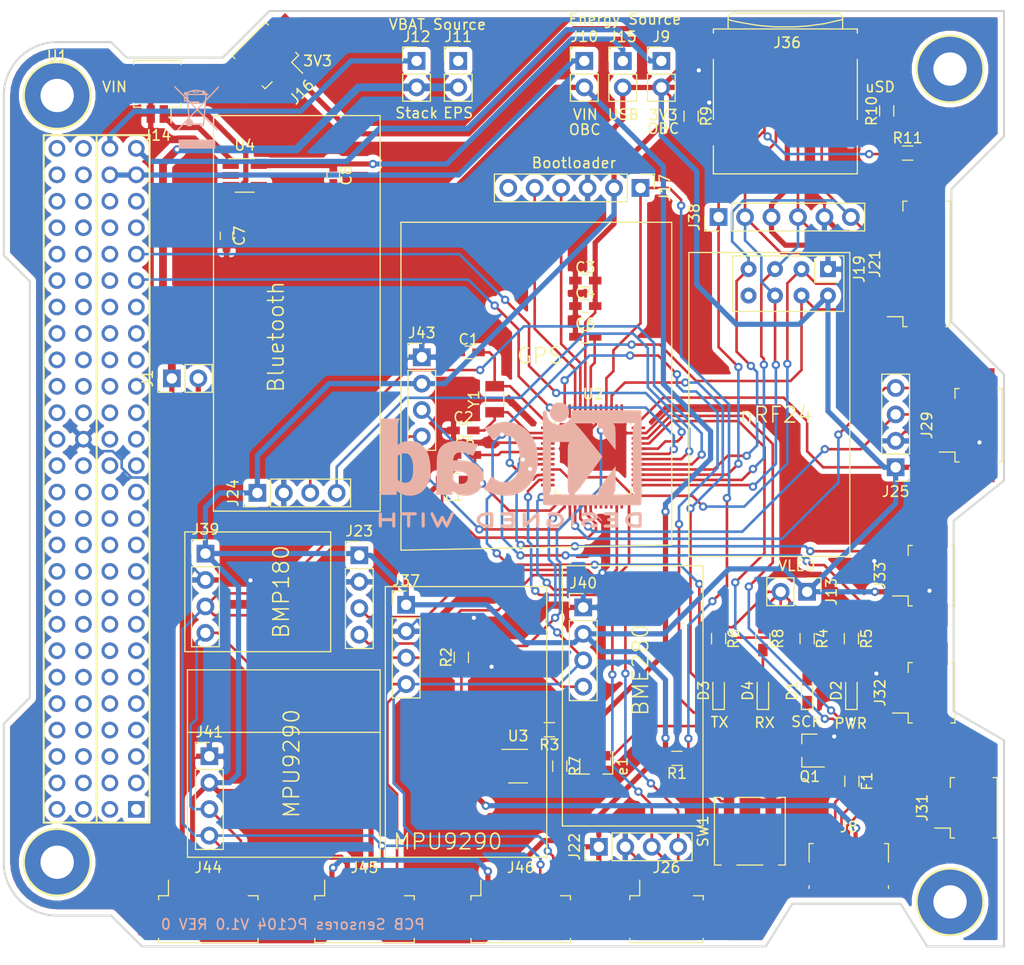
<source format=kicad_pcb>
(kicad_pcb (version 20171130) (host pcbnew "(5.1.2)-2")
  (layers (0 F.Cu signal) (31 B.Cu signal) (34 B.Paste user) (35 F.Paste user) (36 B.SilkS user) (37 F.SilkS user) (38 B.Mask user) (39 F.Mask user) (44 Edge.Cuts user))
  (net 0 "")
  (net 1 "Net-(U1-Pad53)")
  (net 2 "Net-(U1-Pad54)")
  (net 3 "Net-(U1-Pad55)")
  (net 4 "Net-(U1-Pad56)")
  (net 5 "Net-(U1-Pad57)")
  (net 6 "Net-(U1-Pad58)")
  (net 7 "Net-(U1-Pad59)")
  (net 8 "Net-(U1-Pad60)")
  (net 9 "Net-(U1-Pad61)")
  (net 10 "Net-(U1-Pad62)")
  (net 11 "Net-(U1-Pad63)")
  (net 12 "Net-(U1-Pad64)")
  (net 13 "Net-(U1-Pad65)")
  (net 14 "Net-(U1-Pad66)")
  (net 15 "Net-(U1-Pad67)")
  (net 16 "Net-(U1-Pad68)")
  (net 17 "Net-(U1-Pad69)")
  (net 18 "Net-(U1-Pad70)")
  (net 19 "Net-(U1-Pad71)")
  (net 20 "Net-(U1-Pad72)")
  (net 21 "Net-(U1-Pad73)")
  (net 22 "Net-(U1-Pad74)")
  (net 23 "Net-(U1-Pad75)")
  (net 24 "Net-(U1-Pad76)")
  (net 25 "Net-(U1-Pad77)")
  (net 26 "Net-(U1-Pad78)")
  (net 27 "Net-(U1-Pad79)")
  (net 28 "Net-(U1-Pad80)")
  (net 29 "Net-(U1-Pad82)")
  (net 30 "Net-(U1-Pad83)")
  (net 31 "Net-(U1-Pad84)")
  (net 32 "Net-(U1-Pad85)")
  (net 33 "Net-(U1-Pad86)")
  (net 34 "Net-(U1-Pad87)")
  (net 35 "Net-(U1-Pad88)")
  (net 36 "Net-(U1-Pad89)")
  (net 37 "Net-(U1-Pad90)")
  (net 38 "Net-(U1-Pad91)")
  (net 39 "Net-(U1-Pad92)")
  (net 40 "Net-(U1-Pad93)")
  (net 41 "Net-(U1-Pad94)")
  (net 42 "Net-(U1-Pad95)")
  (net 43 "Net-(U1-Pad96)")
  (net 44 "Net-(U1-Pad97)")
  (net 45 "Net-(U1-Pad98)")
  (net 46 "Net-(U1-Pad99)")
  (net 47 "Net-(U1-Pad100)")
  (net 48 "Net-(U1-Pad101)")
  (net 49 "Net-(U1-Pad102)")
  (net 50 "Net-(U1-Pad103)")
  (net 51 "Net-(U1-Pad104)")
  (net 52 "Net-(U1-Pad1)")
  (net 53 "Net-(U1-Pad2)")
  (net 54 "Net-(U1-Pad3)")
  (net 55 "Net-(U1-Pad4)")
  (net 56 "Net-(U1-Pad5)")
  (net 57 "Net-(U1-Pad6)")
  (net 58 "Net-(U1-Pad7)")
  (net 59 "Net-(U1-Pad8)")
  (net 60 "Net-(U1-Pad9)")
  (net 61 "Net-(U1-Pad10)")
  (net 62 "Net-(U1-Pad11)")
  (net 63 "Net-(U1-Pad12)")
  (net 64 "Net-(U1-Pad13)")
  (net 65 "Net-(U1-Pad14)")
  (net 66 "Net-(U1-Pad15)")
  (net 67 "Net-(U1-Pad16)")
  (net 68 "Net-(U1-Pad17)")
  (net 69 "Net-(U1-Pad18)")
  (net 70 "Net-(U1-Pad19)")
  (net 71 "Net-(U1-Pad20)")
  (net 72 "Net-(U1-Pad21)")
  (net 73 "Net-(U1-Pad22)")
  (net 74 "Net-(U1-Pad23)")
  (net 75 "Net-(U1-Pad24)")
  (net 76 "Net-(U1-Pad25)")
  (net 77 "Net-(U1-Pad26)")
  (net 78 "Net-(U1-Pad27)")
  (net 79 "Net-(U1-Pad28)")
  (net 80 "Net-(U1-Pad29)")
  (net 81 "Net-(U1-Pad30)")
  (net 82 "Net-(U1-Pad31)")
  (net 83 "Net-(U1-Pad32)")
  (net 84 "Net-(U1-Pad33)")
  (net 85 "Net-(U1-Pad34)")
  (net 86 "Net-(U1-Pad35)")
  (net 87 "Net-(U1-Pad36)")
  (net 88 "Net-(U1-Pad37)")
  (net 89 "Net-(U1-Pad38)")
  (net 90 "Net-(U1-Pad39)")
  (net 91 "Net-(U1-Pad40)")
  (net 92 "Net-(U1-Pad42)")
  (net 93 "Net-(U1-Pad44)")
  (net 94 "Net-(U1-Pad45)")
  (net 95 "Net-(U1-Pad46)")
  (net 96 "Net-(U1-Pad47)")
  (net 97 "Net-(U1-Pad48)")
  (net 98 GND)
  (net 99 "Net-(C1-Pad2)")
  (net 100 "Net-(C2-Pad2)")
  (net 101 3V3)
  (net 102 "Net-(C5-Pad2)")
  (net 103 "Net-(C6-Pad2)")
  (net 104 VIN)
  (net 105 3V3USB)
  (net 106 "Net-(D1-Pad1)")
  (net 107 "Net-(D1-Pad2)")
  (net 108 "Net-(D2-Pad2)")
  (net 109 TX_LED)
  (net 110 "Net-(D3-Pad2)")
  (net 111 "Net-(D4-Pad2)")
  (net 112 RX_LED)
  (net 113 "Net-(R7-Pad2)")
  (net 114 "Net-(F1-Pad1)")
  (net 115 "Net-(F1-Pad2)")
  (net 116 A5)
  (net 117 A3)
  (net 118 A4)
  (net 119 A2)
  (net 120 A1)
  (net 121 "Net-(J8-Pad4)")
  (net 122 USB_D+)
  (net 123 USB_D-)
  (net 124 3V3OBC)
  (net 125 VINOBC)
  (net 126 VEPS)
  (net 127 VBAT)
  (net 128 VSTK)
  (net 129 3V3L)
  (net 130 RESET)
  (net 131 SWCLK)
  (net 132 SWDIO)
  (net 133 "Net-(J17-Pad6)")
  (net 134 DO)
  (net 135 SCK)
  (net 136 DI)
  (net 137 "Net-(J19-Pad8)")
  (net 138 "Net-(J21-Pad8)")
  (net 139 D9)
  (net 140 D8)
  (net 141 D2)
  (net 142 D5)
  (net 143 D6)
  (net 144 D7)
  (net 145 A0)
  (net 146 "Net-(J36-Pad1)")
  (net 147 CS)
  (net 148 "Net-(J36-Pad8)")
  (net 149 D4-SDA)
  (net 150 D3-SCL)
  (net 151 D13-SCK)
  (net 152 USB_HOST_EN)
  (net 153 SDA)
  (net 154 SCL)
  (net 155 RXD)
  (net 156 TXD)
  (net 157 DGPIO0)
  (net 158 SPI-MISO)
  (net 159 SPI_SCK)
  (net 160 SPI_MOSI)
  (net 161 D0-RX1)
  (net 162 D1-TX0)
  (net 163 AREF)
  (net 164 "Net-(U4-Pad4)")
  (net 165 VBAT2)
  (module Connectors:microSD_Card_Receptacle_Wuerth_693072010801 (layer F.Cu) (at 159.91 56.89)
    (fp_text reference J36 (at 0.17 -5.64) (layer F.SilkS))
    (fp_text value Micro_SD_Card)
    (pad 1 smd rect (at -3.2 -2.7) (size 0.8 1.5) (layers F.Cu F.Paste F.Mask) (net 146 "Net-(J36-Pad1)"))
    (pad 2 smd rect (at -2.1 -2.7) (size 0.8 1.5) (layers F.Cu F.Paste F.Mask) (net 147 CS))
    (pad 3 smd rect (at -1 -2.7) (size 0.8 1.5) (layers F.Cu F.Paste F.Mask) (net 136 DI))
    (pad 4 smd rect (at 0.1 -2.7) (size 0.8 1.5) (layers F.Cu F.Paste F.Mask) (net 101 3V3))
    (pad 5 smd rect (at 1.2 -2.7) (size 0.8 1.5) (layers F.Cu F.Paste F.Mask) (net 135 SCK))
    (pad 6 smd rect (at 2.3 -2.7) (size 0.8 1.5) (layers F.Cu F.Paste F.Mask) (net 98 GND))
    (pad 7 smd rect (at 3.4 -2.7) (size 0.8 1.5) (layers F.Cu F.Paste F.Mask) (net 134 DO))
    (pad 8 smd rect (at 4.5 -2.7) (size 0.8 1.5) (layers F.Cu F.Paste F.Mask) (net 148 "Net-(J36-Pad8)"))
    (pad 9 smd rect (at 6.875 3) (size 1.45 2) (layers F.Cu F.Paste F.Mask) (net 98 GND))
    (pad 9 smd rect (at -6.875 3) (size 1.45 2) (layers F.Cu F.Paste F.Mask) (net 98 GND))
    (pad 9 smd rect (at -6.875 -5.3) (size 1.45 2) (layers F.Cu F.Paste F.Mask) (net 98 GND))
    (pad 9 smd rect (at 6.875 -5.3) (size 1.45 2) (layers F.Cu F.Paste F.Mask) (net 98 GND))
  )
  (module Symbols:WEEE-Logo_4.2x6mm_SilkScreen (layer B.Cu) (at 103.39 58.4 180)
    (fp_text reference REF*** hide)
    (fp_text value WEEE-Logo_4.2x6mm_SilkScreen hide)
  )
  (module Symbols:KiCad-Logo2_12mm_SilkScreen (layer B.Cu) (at 133.5 91.8 180)
    (fp_text reference REF*** hide)
    (fp_text value KiCad-Logo2_12mm_SilkScreen hide)
  )
  (module Payload:PC104-Standard (layer F.Cu) (at 89.99 129.98)
    (fp_text reference U1 (at 0 -77.47) (layer F.SilkS))
    (fp_text value Payload)
    (fp_line (start 8.14 8.09) (end 5.18 5.13) (layer Edge.Cuts) (width 0.2))
    (fp_line (start 5.18 5.13) (end 0 5.13) (layer Edge.Cuts) (width 0.2))
    (fp_arc (start 0 0) (end -5.13 0) (angle -90) (layer Edge.Cuts) (width 0.2))
    (fp_line (start -2.63 -55.8) (end -5.13 -58.3) (layer Edge.Cuts) (width 0.2))
    (fp_line (start -5.13 -13.3) (end -2.63 -15.8) (layer Edge.Cuts) (width 0.2))
    (fp_line (start -5.13 -58.3) (end -5.13 -73.66) (layer Edge.Cuts) (width 0.2))
    (fp_line (start -2.63 -15.8) (end -2.63 -55.8) (layer Edge.Cuts) (width 0.2))
    (fp_line (start 70.59 3.99) (end 68.04 8.09) (layer Edge.Cuts) (width 0.2))
    (fp_line (start 68.04 8.09) (end 8.14 8.09) (layer Edge.Cuts) (width 0.2))
    (fp_line (start 83.54 8.09) (end 80.98 3.99) (layer Edge.Cuts) (width 0.2))
    (fp_line (start 80.98 3.99) (end 70.59 3.99) (layer Edge.Cuts) (width 0.2))
    (fp_line (start 90.91 8.09) (end 83.54 8.09) (layer Edge.Cuts) (width 0.2))
    (fp_line (start 86.08 -14.51) (end 90.91 -11.72) (layer Edge.Cuts) (width 0.2))
    (fp_line (start 90.91 -11.72) (end 90.91 8.09) (layer Edge.Cuts) (width 0.2))
    (fp_line (start 90.91 -36.66) (end 86.08 -32.8) (layer Edge.Cuts) (width 0.2))
    (fp_line (start 86.08 -32.8) (end 86.08 -14.51) (layer Edge.Cuts) (width 0.2))
    (fp_line (start 85.86 -51.92) (end 90.91 -46.87) (layer Edge.Cuts) (width 0.2))
    (fp_line (start 90.91 -46.87) (end 90.91 -36.66) (layer Edge.Cuts) (width 0.2))
    (fp_line (start 90.91 -69.73) (end 85.86 -64.67) (layer Edge.Cuts) (width 0.2))
    (fp_line (start 85.86 -64.67) (end 85.86 -51.92) (layer Edge.Cuts) (width 0.2))
    (fp_line (start 90.91 -81.78) (end 90.91 -69.73) (layer Edge.Cuts) (width 0.2))
    (fp_line (start 15.89 -77.3) (end 20.38 -81.78) (layer Edge.Cuts) (width 0.2))
    (fp_line (start 20.38 -81.78) (end 90.91 -81.78) (layer Edge.Cuts) (width 0.2))
    (fp_line (start 5.18 -78.79) (end 6.67 -77.3) (layer Edge.Cuts) (width 0.2))
    (fp_line (start 6.67 -77.3) (end 15.89 -77.3) (layer Edge.Cuts) (width 0.2))
    (fp_line (start 5.18 -78.79) (end 0 -78.79) (layer Edge.Cuts) (width 0.2))
    (fp_arc (start 0 -73.66) (end 0 -78.79) (angle -90) (layer Edge.Cuts) (width 0.2))
    (fp_line (start -5.13 -13.3) (end -5.13 0) (layer Edge.Cuts) (width 0.2))
    (pad "" thru_hole circle (at 85.73 -76.2) (size 6.35 6.35) (drill 3.2) (layers *.Cu *.Mask))
    (pad "" thru_hole circle (at 85.73 3.81) (size 6.35 6.35) (drill 3.2) (layers *.Cu *.Mask))
    (pad 53 thru_hole circle (at 2.52 -5.08) (size 1.6 1.6) (drill 1.016) (layers *.Cu *.Mask) (net 1 "Net-(U1-Pad53)"))
    (pad 54 thru_hole circle (at -0.02 -5.08) (size 1.6 1.6) (drill 1.016) (layers *.Cu *.Mask) (net 2 "Net-(U1-Pad54)"))
    (pad 55 thru_hole circle (at 2.52 -7.62) (size 1.6 1.6) (drill 1.016) (layers *.Cu *.Mask) (net 3 "Net-(U1-Pad55)"))
    (pad 56 thru_hole circle (at -0.02 -7.62) (size 1.6 1.6) (drill 1.016) (layers *.Cu *.Mask) (net 4 "Net-(U1-Pad56)"))
    (pad 57 thru_hole circle (at 2.52 -10.16 90) (size 1.6 1.6) (drill 1.016) (layers *.Cu *.Mask) (net 5 "Net-(U1-Pad57)"))
    (pad 58 thru_hole circle (at -0.02 -10.16) (size 1.6 1.6) (drill 1.016) (layers *.Cu *.Mask) (net 6 "Net-(U1-Pad58)"))
    (pad 59 thru_hole circle (at 2.52 -12.7) (size 1.6 1.6) (drill 1.016) (layers *.Cu *.Mask) (net 7 "Net-(U1-Pad59)"))
    (pad 60 thru_hole circle (at -0.02 -12.7) (size 1.6 1.6) (drill 1.016) (layers *.Cu *.Mask) (net 8 "Net-(U1-Pad60)"))
    (pad 61 thru_hole circle (at 2.52 -15.24) (size 1.6 1.6) (drill 1.016) (layers *.Cu *.Mask) (net 9 "Net-(U1-Pad61)"))
    (pad 62 thru_hole circle (at -0.02 -15.24) (size 1.6 1.6) (drill 1.016) (layers *.Cu *.Mask) (net 10 "Net-(U1-Pad62)"))
    (pad 63 thru_hole circle (at 2.52 -17.78) (size 1.6 1.6) (drill 1.016) (layers *.Cu *.Mask) (net 11 "Net-(U1-Pad63)"))
    (pad 64 thru_hole circle (at -0.02 -17.78) (size 1.6 1.6) (drill 1.016) (layers *.Cu *.Mask) (net 12 "Net-(U1-Pad64)"))
    (pad 65 thru_hole circle (at 2.52 -20.32) (size 1.6 1.6) (drill 1.016) (layers *.Cu *.Mask) (net 13 "Net-(U1-Pad65)"))
    (pad 66 thru_hole circle (at -0.02 -20.32) (size 1.6 1.6) (drill 1.016) (layers *.Cu *.Mask) (net 14 "Net-(U1-Pad66)"))
    (pad 67 thru_hole circle (at 2.52 -22.86) (size 1.6 1.6) (drill 1.016) (layers *.Cu *.Mask) (net 15 "Net-(U1-Pad67)"))
    (pad 68 thru_hole circle (at -0.02 -22.86) (size 1.6 1.6) (drill 1.016) (layers *.Cu *.Mask) (net 16 "Net-(U1-Pad68)"))
    (pad 69 thru_hole circle (at 2.52 -25.4) (size 1.6 1.6) (drill 1.016) (layers *.Cu *.Mask) (net 17 "Net-(U1-Pad69)"))
    (pad 70 thru_hole circle (at -0.02 -25.4) (size 1.6 1.6) (drill 1.016) (layers *.Cu *.Mask) (net 18 "Net-(U1-Pad70)"))
    (pad 71 thru_hole circle (at 2.52 -27.94) (size 1.6 1.6) (drill 1.016) (layers *.Cu *.Mask) (net 19 "Net-(U1-Pad71)"))
    (pad 72 thru_hole circle (at -0.02 -27.94) (size 1.6 1.6) (drill 1.016) (layers *.Cu *.Mask) (net 20 "Net-(U1-Pad72)"))
    (pad 73 thru_hole circle (at 2.52 -30.48) (size 1.6 1.6) (drill 1.016) (layers *.Cu *.Mask) (net 21 "Net-(U1-Pad73)"))
    (pad 74 thru_hole circle (at -0.02 -30.48) (size 1.6 1.6) (drill 1.016) (layers *.Cu *.Mask) (net 22 "Net-(U1-Pad74)"))
    (pad 75 thru_hole circle (at 2.52 -33.02) (size 1.6 1.6) (drill 1.016) (layers *.Cu *.Mask) (net 23 "Net-(U1-Pad75)"))
    (pad 76 thru_hole circle (at -0.02 -33.02) (size 1.6 1.6) (drill 1.016) (layers *.Cu *.Mask) (net 24 "Net-(U1-Pad76)"))
    (pad 77 thru_hole circle (at 2.52 -35.56) (size 1.6 1.6) (drill 1.016) (layers *.Cu *.Mask) (net 25 "Net-(U1-Pad77)"))
    (pad 78 thru_hole circle (at -0.02 -35.56) (size 1.6 1.6) (drill 1.016) (layers *.Cu *.Mask) (net 26 "Net-(U1-Pad78)"))
    (pad 79 thru_hole circle (at 2.52 -38.1) (size 1.6 1.6) (drill 1.016) (layers *.Cu *.Mask) (net 27 "Net-(U1-Pad79)"))
    (pad 80 thru_hole circle (at -0.02 -38.1) (size 1.6 1.6) (drill 1.016) (layers *.Cu *.Mask) (net 28 "Net-(U1-Pad80)"))
    (pad 81 thru_hole circle (at 2.52 -40.64) (size 1.6 1.6) (drill 1.016) (layers *.Cu *.Mask) (net 98 GND))
    (pad 82 thru_hole circle (at -0.02 -40.64) (size 1.6 1.6) (drill 1.016) (layers *.Cu *.Mask) (net 29 "Net-(U1-Pad82)"))
    (pad 83 thru_hole circle (at 2.52 -43.18) (size 1.6 1.6) (drill 1.016) (layers *.Cu *.Mask) (net 30 "Net-(U1-Pad83)"))
    (pad 84 thru_hole circle (at -0.02 -43.18) (size 1.6 1.6) (drill 1.016) (layers *.Cu *.Mask) (net 31 "Net-(U1-Pad84)"))
    (pad 85 thru_hole circle (at 2.52 -45.72) (size 1.6 1.6) (drill 1.016) (layers *.Cu *.Mask) (net 32 "Net-(U1-Pad85)"))
    (pad 86 thru_hole circle (at -0.02 -45.72) (size 1.6 1.6) (drill 1.016) (layers *.Cu *.Mask) (net 33 "Net-(U1-Pad86)"))
    (pad 87 thru_hole circle (at 2.52 -48.26) (size 1.6 1.6) (drill 1.016) (layers *.Cu *.Mask) (net 34 "Net-(U1-Pad87)"))
    (pad 88 thru_hole circle (at -0.02 -48.26) (size 1.6 1.6) (drill 1.016) (layers *.Cu *.Mask) (net 35 "Net-(U1-Pad88)"))
    (pad 89 thru_hole circle (at 2.52 -50.8) (size 1.6 1.6) (drill 1.016) (layers *.Cu *.Mask) (net 36 "Net-(U1-Pad89)"))
    (pad 90 thru_hole circle (at -0.02 -50.8) (size 1.6 1.6) (drill 1.016) (layers *.Cu *.Mask) (net 37 "Net-(U1-Pad90)"))
    (pad 91 thru_hole circle (at 2.52 -53.34) (size 1.6 1.6) (drill 1.016) (layers *.Cu *.Mask) (net 38 "Net-(U1-Pad91)"))
    (pad 92 thru_hole circle (at -0.02 -53.34) (size 1.6 1.6) (drill 1.016) (layers *.Cu *.Mask) (net 39 "Net-(U1-Pad92)"))
    (pad 93 thru_hole circle (at 2.52 -55.88) (size 1.6 1.6) (drill 1.016) (layers *.Cu *.Mask) (net 40 "Net-(U1-Pad93)"))
    (pad 94 thru_hole circle (at -0.02 -55.88) (size 1.6 1.6) (drill 1.016) (layers *.Cu *.Mask) (net 41 "Net-(U1-Pad94)"))
    (pad 95 thru_hole circle (at 2.52 -58.42) (size 1.6 1.6) (drill 1.016) (layers *.Cu *.Mask) (net 42 "Net-(U1-Pad95)"))
    (pad 96 thru_hole circle (at -0.02 -58.42) (size 1.6 1.6) (drill 1.016) (layers *.Cu *.Mask) (net 43 "Net-(U1-Pad96)"))
    (pad 97 thru_hole circle (at 2.52 -60.96) (size 1.6 1.6) (drill 1.016) (layers *.Cu *.Mask) (net 44 "Net-(U1-Pad97)"))
    (pad 98 thru_hole circle (at -0.02 -60.96) (size 1.6 1.6) (drill 1.016) (layers *.Cu *.Mask) (net 45 "Net-(U1-Pad98)"))
    (pad 99 thru_hole circle (at 2.52 -63.5) (size 1.6 1.6) (drill 1.016) (layers *.Cu *.Mask) (net 46 "Net-(U1-Pad99)"))
    (pad 100 thru_hole circle (at -0.02 -63.5) (size 1.6 1.6) (drill 1.016) (layers *.Cu *.Mask) (net 47 "Net-(U1-Pad100)"))
    (pad 101 thru_hole circle (at 2.52 -66.04) (size 1.6 1.6) (drill 1.016) (layers *.Cu *.Mask) (net 48 "Net-(U1-Pad101)"))
    (pad 102 thru_hole circle (at -0.02 -66.04) (size 1.6 1.6) (drill 1.016) (layers *.Cu *.Mask) (net 49 "Net-(U1-Pad102)"))
    (pad 103 thru_hole circle (at 2.52 -68.58) (size 1.6 1.6) (drill 1.016) (layers *.Cu *.Mask) (net 50 "Net-(U1-Pad103)"))
    (pad 104 thru_hole circle (at -0.02 -68.58) (size 1.6 1.6) (drill 1.016) (layers *.Cu *.Mask) (net 51 "Net-(U1-Pad104)"))
    (pad 1 thru_hole rect (at 7.6 -5.08) (size 1.6 1.6) (drill 1.016) (layers *.Cu *.Mask) (net 52 "Net-(U1-Pad1)"))
    (pad 2 thru_hole circle (at 5.06 -5.08) (size 1.6 1.6) (drill 1.016) (layers *.Cu *.Mask) (net 53 "Net-(U1-Pad2)"))
    (pad 3 thru_hole circle (at 7.6 -7.62) (size 1.6 1.6) (drill 1.016) (layers *.Cu *.Mask) (net 54 "Net-(U1-Pad3)"))
    (pad 4 thru_hole circle (at 5.06 -7.62) (size 1.6 1.6) (drill 1.016) (layers *.Cu *.Mask) (net 55 "Net-(U1-Pad4)"))
    (pad 5 thru_hole circle (at 7.6 -10.16) (size 1.6 1.6) (drill 1.016) (layers *.Cu *.Mask) (net 56 "Net-(U1-Pad5)"))
    (pad 6 thru_hole circle (at 5.06 -10.16) (size 1.6 1.6) (drill 1.016) (layers *.Cu *.Mask) (net 57 "Net-(U1-Pad6)"))
    (pad 7 thru_hole circle (at 7.6 -12.7) (size 1.6 1.6) (drill 1.016) (layers *.Cu *.Mask) (net 58 "Net-(U1-Pad7)"))
    (pad 8 thru_hole circle (at 5.06 -12.7) (size 1.6 1.6) (drill 1.016) (layers *.Cu *.Mask) (net 59 "Net-(U1-Pad8)"))
    (pad 9 thru_hole circle (at 7.6 -15.24) (size 1.6 1.6) (drill 1.016) (layers *.Cu *.Mask) (net 60 "Net-(U1-Pad9)"))
    (pad 10 thru_hole circle (at 5.06 -15.24) (size 1.6 1.6) (drill 1.016) (layers *.Cu *.Mask) (net 61 "Net-(U1-Pad10)"))
    (pad 11 thru_hole circle (at 7.6 -17.78) (size 1.6 1.6) (drill 1.016) (layers *.Cu *.Mask) (net 62 "Net-(U1-Pad11)"))
    (pad 12 thru_hole circle (at 5.06 -17.78) (size 1.6 1.6) (drill 1.016) (layers *.Cu *.Mask) (net 63 "Net-(U1-Pad12)"))
    (pad 13 thru_hole circle (at 7.6 -20.32) (size 1.6 1.6) (drill 1.016) (layers *.Cu *.Mask) (net 64 "Net-(U1-Pad13)"))
    (pad 14 thru_hole circle (at 5.06 -20.32) (size 1.6 1.6) (drill 1.016) (layers *.Cu *.Mask) (net 65 "Net-(U1-Pad14)"))
    (pad 15 thru_hole circle (at 7.6 -22.86) (size 1.6 1.6) (drill 1.016) (layers *.Cu *.Mask) (net 66 "Net-(U1-Pad15)"))
    (pad 16 thru_hole circle (at 5.06 -22.86) (size 1.6 1.6) (drill 1.016) (layers *.Cu *.Mask) (net 67 "Net-(U1-Pad16)"))
    (pad 17 thru_hole circle (at 7.6 -25.4) (size 1.6 1.6) (drill 1.016) (layers *.Cu *.Mask) (net 68 "Net-(U1-Pad17)"))
    (pad 18 thru_hole circle (at 5.06 -25.4) (size 1.6 1.6) (drill 1.016) (layers *.Cu *.Mask) (net 69 "Net-(U1-Pad18)"))
    (pad 19 thru_hole circle (at 7.6 -27.94) (size 1.6 1.6) (drill 1.016) (layers *.Cu *.Mask) (net 70 "Net-(U1-Pad19)"))
    (pad 20 thru_hole circle (at 5.06 -27.94) (size 1.6 1.6) (drill 1.016) (layers *.Cu *.Mask) (net 71 "Net-(U1-Pad20)"))
    (pad 21 thru_hole circle (at 7.6 -30.48) (size 1.6 1.6) (drill 1.016) (layers *.Cu *.Mask) (net 72 "Net-(U1-Pad21)"))
    (pad 22 thru_hole circle (at 5.06 -30.48) (size 1.6 1.6) (drill 1.016) (layers *.Cu *.Mask) (net 73 "Net-(U1-Pad22)"))
    (pad 23 thru_hole circle (at 7.6 -33.02) (size 1.6 1.6) (drill 1.016) (layers *.Cu *.Mask) (net 74 "Net-(U1-Pad23)"))
    (pad 24 thru_hole circle (at 5.06 -33.02) (size 1.6 1.6) (drill 1.016) (layers *.Cu *.Mask) (net 75 "Net-(U1-Pad24)"))
    (pad 25 thru_hole circle (at 7.6 -35.56) (size 1.6 1.6) (drill 1.016) (layers *.Cu *.Mask) (net 76 "Net-(U1-Pad25)"))
    (pad 26 thru_hole circle (at 5.06 -35.56) (size 1.6 1.6) (drill 1.016) (layers *.Cu *.Mask) (net 77 "Net-(U1-Pad26)"))
    (pad 27 thru_hole circle (at 7.6 -38.1) (size 1.6 1.6) (drill 1.016) (layers *.Cu *.Mask) (net 78 "Net-(U1-Pad27)"))
    (pad 28 thru_hole circle (at 5.06 -38.1) (size 1.6 1.6) (drill 1.016) (layers *.Cu *.Mask) (net 79 "Net-(U1-Pad28)"))
    (pad 29 thru_hole circle (at 7.6 -40.64) (size 1.6 1.6) (drill 1.016) (layers *.Cu *.Mask) (net 80 "Net-(U1-Pad29)"))
    (pad 30 thru_hole circle (at 5.06 -40.64) (size 1.6 1.6) (drill 1.016) (layers *.Cu *.Mask) (net 81 "Net-(U1-Pad30)"))
    (pad 31 thru_hole circle (at 7.6 -43.18) (size 1.6 1.6) (drill 1.016) (layers *.Cu *.Mask) (net 82 "Net-(U1-Pad31)"))
    (pad 32 thru_hole circle (at 5.06 -43.18) (size 1.6 1.6) (drill 1.016) (layers *.Cu *.Mask) (net 83 "Net-(U1-Pad32)"))
    (pad 33 thru_hole circle (at 7.6 -45.72) (size 1.6 1.6) (drill 1.016) (layers *.Cu *.Mask) (net 84 "Net-(U1-Pad33)"))
    (pad 34 thru_hole circle (at 5.06 -45.72) (size 1.6 1.6) (drill 1.016) (layers *.Cu *.Mask) (net 85 "Net-(U1-Pad34)"))
    (pad 35 thru_hole circle (at 7.6 -48.26) (size 1.6 1.6) (drill 1.016) (layers *.Cu *.Mask) (net 86 "Net-(U1-Pad35)"))
    (pad 36 thru_hole circle (at 5.06 -48.26) (size 1.6 1.6) (drill 1.016) (layers *.Cu *.Mask) (net 87 "Net-(U1-Pad36)"))
    (pad 37 thru_hole circle (at 7.6 -50.8) (size 1.6 1.6) (drill 1.016) (layers *.Cu *.Mask) (net 88 "Net-(U1-Pad37)"))
    (pad 38 thru_hole circle (at 5.06 -50.8) (size 1.6 1.6) (drill 1.016) (layers *.Cu *.Mask) (net 89 "Net-(U1-Pad38)"))
    (pad 39 thru_hole circle (at 7.6 -53.34) (size 1.6 1.6) (drill 1.016) (layers *.Cu *.Mask) (net 90 "Net-(U1-Pad39)"))
    (pad 40 thru_hole circle (at 5.06 -53.34) (size 1.6 1.6) (drill 1.016) (layers *.Cu *.Mask) (net 91 "Net-(U1-Pad40)"))
    (pad 41 thru_hole circle (at 7.6 -55.88) (size 1.6 1.6) (drill 1.016) (layers *.Cu *.Mask) (net 153 SDA))
    (pad 42 thru_hole circle (at 5.06 -55.88) (size 1.6 1.6) (drill 1.016) (layers *.Cu *.Mask) (net 92 "Net-(U1-Pad42)"))
    (pad 43 thru_hole circle (at 7.6 -58.42) (size 1.6 1.6) (drill 1.016) (layers *.Cu *.Mask) (net 154 SCL))
    (pad 44 thru_hole circle (at 5.06 -58.42) (size 1.6 1.6) (drill 1.016) (layers *.Cu *.Mask) (net 93 "Net-(U1-Pad44)"))
    (pad 45 thru_hole circle (at 7.6 -60.96) (size 1.6 1.6) (drill 1.016) (layers *.Cu *.Mask) (net 94 "Net-(U1-Pad45)"))
    (pad 46 thru_hole circle (at 5.06 -60.96) (size 1.6 1.6) (drill 1.016) (layers *.Cu *.Mask) (net 95 "Net-(U1-Pad46)"))
    (pad 47 thru_hole circle (at 7.6 -63.5) (size 1.6 1.6) (drill 1.016) (layers *.Cu *.Mask) (net 96 "Net-(U1-Pad47)"))
    (pad 48 thru_hole circle (at 5.06 -63.5) (size 1.6 1.6) (drill 1.016) (layers *.Cu *.Mask) (net 97 "Net-(U1-Pad48)"))
    (pad 49 thru_hole circle (at 7.6 -66.04) (size 1.6 1.6) (drill 1.016) (layers *.Cu *.Mask) (net 125 VINOBC))
    (pad 50 thru_hole circle (at 5.06 -66.04) (size 1.6 1.6) (drill 1.016) (layers *.Cu *.Mask) (net 125 VINOBC))
    (pad 51 thru_hole circle (at 7.6 -68.58) (size 1.6 1.6) (drill 1.016) (layers *.Cu *.Mask) (net 124 3V3OBC))
    (pad 52 thru_hole circle (at 5.06 -68.58) (size 1.6 1.6) (drill 1.016) (layers *.Cu *.Mask) (net 128 VSTK))
    (pad "" thru_hole circle (at 0 -73.66) (size 6.35 6.35) (drill 3.2) (layers *.Cu *.Mask))
    (pad "" thru_hole circle (at 0 0) (size 6.35 6.35) (drill 3.2) (layers *.Cu *.Mask))
  )
  (module TO_SOT_Packages_SMD:SOT-23 (layer F.Cu) (at 141.75 120.75 270)
    (fp_text reference e1 (at 0 -2.5 90) (layer F.SilkS))
    (fp_text value "2.5A / 30V")
    (pad 3 smd rect (at 1 0 270) (size 0.9 0.8) (layers F.Cu F.Paste F.Mask) (net 113 "Net-(R7-Pad2)"))
    (pad 2 smd rect (at -1 0.95 270) (size 0.9 0.8) (layers F.Cu F.Paste F.Mask) (net 104 VIN))
    (pad 1 smd rect (at -1 -0.95 270) (size 0.9 0.8) (layers F.Cu F.Paste F.Mask) (net 114 "Net-(F1-Pad1)"))
  )
  (module TO_SOT_Packages_SMD:SOT-23-5_HandSoldering (layer F.Cu) (at 134.25 120.75)
    (fp_text reference U3 (at 0 -2.9) (layer F.SilkS))
    (fp_text value 74AHC1G125)
    (pad 5 smd rect (at 1.35 -0.95) (size 1.56 0.65) (layers F.Cu F.Paste F.Mask) (net 104 VIN))
    (pad 4 smd rect (at 1.35 0.95) (size 1.56 0.65) (layers F.Cu F.Paste F.Mask) (net 113 "Net-(R7-Pad2)"))
    (pad 3 smd rect (at -1.35 0.95) (size 1.56 0.65) (layers F.Cu F.Paste F.Mask) (net 98 GND))
    (pad 2 smd rect (at -1.35 0) (size 1.56 0.65) (layers F.Cu F.Paste F.Mask) (net 121 "Net-(J8-Pad4)"))
    (pad 1 smd rect (at -1.35 -0.95) (size 1.56 0.65) (layers F.Cu F.Paste F.Mask) (net 121 "Net-(J8-Pad4)"))
  )
  (module Capacitors_SMD:C_0603_HandSoldering (layer F.Cu) (at 129.5 81)
    (fp_text reference C1 (at 0 -1.25) (layer F.SilkS))
    (fp_text value 15pF)
    (pad 1 smd rect (at -0.95 0) (size 1.2 0.75) (layers F.Cu F.Paste F.Mask) (net 98 GND))
    (pad 2 smd rect (at 0.95 0) (size 1.2 0.75) (layers F.Cu F.Paste F.Mask) (net 99 "Net-(C1-Pad2)"))
  )
  (module Capacitors_SMD:C_0603_HandSoldering (layer F.Cu) (at 129 88.5)
    (fp_text reference C2 (at 0 -1.25) (layer F.SilkS))
    (fp_text value 15pF)
    (pad 2 smd rect (at 0.95 0) (size 1.2 0.75) (layers F.Cu F.Paste F.Mask) (net 100 "Net-(C2-Pad2)"))
    (pad 1 smd rect (at -0.95 0) (size 1.2 0.75) (layers F.Cu F.Paste F.Mask) (net 98 GND))
  )
  (module Capacitors_SMD:C_0603_HandSoldering (layer F.Cu) (at 140.7 74.1)
    (fp_text reference C3 (at 0 -1.25) (layer F.SilkS))
    (fp_text value 0.1uF)
    (pad 1 smd rect (at -0.95 0) (size 1.2 0.75) (layers F.Cu F.Paste F.Mask) (net 98 GND))
    (pad 2 smd rect (at 0.95 0) (size 1.2 0.75) (layers F.Cu F.Paste F.Mask) (net 101 3V3))
  )
  (module Capacitors_SMD:C_0603_HandSoldering (layer F.Cu) (at 140.7 76.55)
    (fp_text reference C4 (at 0 -1.25) (layer F.SilkS))
    (fp_text value 0.1uF)
    (pad 2 smd rect (at 0.95 0) (size 1.2 0.75) (layers F.Cu F.Paste F.Mask) (net 101 3V3))
    (pad 1 smd rect (at -0.95 0) (size 1.2 0.75) (layers F.Cu F.Paste F.Mask) (net 98 GND))
  )
  (module Capacitors_SMD:C_0603_HandSoldering (layer F.Cu) (at 129.15 90.85)
    (fp_text reference C5 (at 0 -1.25) (layer F.SilkS))
    (fp_text value 0.1uF)
    (pad 2 smd rect (at 0.95 0) (size 1.2 0.75) (layers F.Cu F.Paste F.Mask) (net 102 "Net-(C5-Pad2)"))
    (pad 1 smd rect (at -0.95 0) (size 1.2 0.75) (layers F.Cu F.Paste F.Mask) (net 98 GND))
  )
  (module Capacitors_SMD:C_0603_HandSoldering (layer F.Cu) (at 140.7 79.5)
    (fp_text reference C6 (at 0 -1.25) (layer F.SilkS))
    (fp_text value 0.1uF)
    (pad 1 smd rect (at -0.95 0) (size 1.2 0.75) (layers F.Cu F.Paste F.Mask) (net 98 GND))
    (pad 2 smd rect (at 0.95 0) (size 1.2 0.75) (layers F.Cu F.Paste F.Mask) (net 103 "Net-(C6-Pad2)"))
  )
  (module Capacitors_SMD:C_0603_HandSoldering (layer F.Cu) (at 106.25 69.8 270)
    (fp_text reference C7 (at 0 -1.25 90) (layer F.SilkS))
    (fp_text value 1.0uF)
    (pad 2 smd rect (at 0.95 0 270) (size 1.2 0.75) (layers F.Cu F.Paste F.Mask) (net 98 GND))
    (pad 1 smd rect (at -0.95 0 270) (size 1.2 0.75) (layers F.Cu F.Paste F.Mask) (net 104 VIN))
  )
  (module Capacitors_SMD:C_0603_HandSoldering (layer F.Cu) (at 116.5 64 270)
    (fp_text reference C8 (at 0 -1.25 90) (layer F.SilkS))
    (fp_text value 2.2uF)
    (pad 1 smd rect (at -0.95 0 270) (size 1.2 0.75) (layers F.Cu F.Paste F.Mask) (net 105 3V3USB))
    (pad 2 smd rect (at 0.95 0 270) (size 1.2 0.75) (layers F.Cu F.Paste F.Mask) (net 98 GND))
  )
  (module LEDs:LED_0603_HandSoldering (layer F.Cu) (at 162 113.5 90)
    (fp_text reference D1 (at 0 -1.45 90) (layer F.SilkS))
    (fp_text value BLUE)
    (pad 1 smd rect (at -1.1 0 90) (size 1.2 0.9) (layers F.Cu F.Paste F.Mask) (net 106 "Net-(D1-Pad1)"))
    (pad 2 smd rect (at 1.1 0 90) (size 1.2 0.9) (layers F.Cu F.Paste F.Mask) (net 107 "Net-(D1-Pad2)"))
  )
  (module LEDs:LED_0603_HandSoldering (layer F.Cu) (at 166.25 113.5 90)
    (fp_text reference D2 (at 0 -1.45 90) (layer F.SilkS))
    (fp_text value RED)
    (pad 2 smd rect (at 1.1 0 90) (size 1.2 0.9) (layers F.Cu F.Paste F.Mask) (net 108 "Net-(D2-Pad2)"))
    (pad 1 smd rect (at -1.1 0 90) (size 1.2 0.9) (layers F.Cu F.Paste F.Mask) (net 98 GND))
  )
  (module LEDs:LED_0603_HandSoldering (layer F.Cu) (at 153.5 113.5 90)
    (fp_text reference D3 (at 0 -1.45 90) (layer F.SilkS))
    (fp_text value GREEN)
    (pad 1 smd rect (at -1.1 0 90) (size 1.2 0.9) (layers F.Cu F.Paste F.Mask) (net 109 TX_LED))
    (pad 2 smd rect (at 1.1 0 90) (size 1.2 0.9) (layers F.Cu F.Paste F.Mask) (net 110 "Net-(D3-Pad2)"))
  )
  (module LEDs:LED_0603_HandSoldering (layer F.Cu) (at 157.75 113.5 90)
    (fp_text reference D4 (at 0 -1.45 90) (layer F.SilkS))
    (fp_text value YELLOW)
    (pad 2 smd rect (at 1.1 0 90) (size 1.2 0.9) (layers F.Cu F.Paste F.Mask) (net 111 "Net-(D4-Pad2)"))
    (pad 1 smd rect (at -1.1 0 90) (size 1.2 0.9) (layers F.Cu F.Paste F.Mask) (net 112 RX_LED))
  )
  (module Resistors_SMD:R_0603_HandSoldering (layer F.Cu) (at 166.3 122.2 270)
    (fp_text reference F1 (at 0 -1.45 90) (layer F.SilkS))
    (fp_text value Polyfuse_Small)
    (pad 2 smd rect (at 1.1 0 270) (size 1.2 0.9) (layers F.Cu F.Paste F.Mask) (net 115 "Net-(F1-Pad2)"))
    (pad 1 smd rect (at -1.1 0 270) (size 1.2 0.9) (layers F.Cu F.Paste F.Mask) (net 114 "Net-(F1-Pad1)"))
  )
  (module Pin_Headers:Pin_Header_Straight_1x02_Pitch2.54mm (layer F.Cu) (at 148 53)
    (fp_text reference J9 (at 0 -2.33) (layer F.SilkS))
    (fp_text value "Jumper OBC 3V3")
    (pad 2 thru_hole oval (at 0 2.54) (size 1.7 1.7) (drill 1) (layers *.Cu *.Mask) (net 101 3V3))
    (pad 1 thru_hole rect (at 0 0) (size 1.7 1.7) (drill 1) (layers *.Cu *.Mask) (net 124 3V3OBC))
  )
  (module Pin_Headers:Pin_Header_Straight_1x02_Pitch2.54mm (layer F.Cu) (at 140.6 53)
    (fp_text reference J10 (at 0 -2.33) (layer F.SilkS))
    (fp_text value "Jumper OBC Vin")
    (pad 1 thru_hole rect (at 0 0) (size 1.7 1.7) (drill 1) (layers *.Cu *.Mask) (net 125 VINOBC))
    (pad 2 thru_hole oval (at 0 2.54) (size 1.7 1.7) (drill 1) (layers *.Cu *.Mask) (net 104 VIN))
  )
  (module Pin_Headers:Pin_Header_Straight_1x02_Pitch2.54mm (layer F.Cu) (at 128.5 53)
    (fp_text reference J11 (at 0 -2.33) (layer F.SilkS))
    (fp_text value "Jumper EPS VBAT")
    (pad 1 thru_hole rect (at 0 0) (size 1.7 1.7) (drill 1) (layers *.Cu *.Mask) (net 126 VEPS))
    (pad 2 thru_hole oval (at 0 2.54) (size 1.7 1.7) (drill 1) (layers *.Cu *.Mask) (net 127 VBAT))
  )
  (module Pin_Headers:Pin_Header_Straight_1x02_Pitch2.54mm (layer F.Cu) (at 124.5 53)
    (fp_text reference J12 (at 0 -2.33) (layer F.SilkS))
    (fp_text value "Jumper VSTK VBAT")
    (pad 2 thru_hole oval (at 0 2.54) (size 1.7 1.7) (drill 1) (layers *.Cu *.Mask) (net 127 VBAT))
    (pad 1 thru_hole rect (at 0 0) (size 1.7 1.7) (drill 1) (layers *.Cu *.Mask) (net 128 VSTK))
  )
  (module Pin_Headers:Pin_Header_Straight_1x02_Pitch2.54mm (layer F.Cu) (at 162 104 270)
    (fp_text reference J13 (at 0 -2.33 90) (layer F.SilkS))
    (fp_text value "Jumper LEDs 3V3")
    (pad 2 thru_hole oval (at 0 2.54 270) (size 1.7 1.7) (drill 1) (layers *.Cu *.Mask) (net 129 3V3L))
    (pad 1 thru_hole rect (at 0 0 270) (size 1.7 1.7) (drill 1) (layers *.Cu *.Mask) (net 101 3V3))
  )
  (module Pin_Headers:Pin_Header_Straight_1x02_Pitch2.54mm (layer F.Cu) (at 144.3 53.01)
    (fp_text reference J15 (at 0 -2.33) (layer F.SilkS))
    (fp_text value "Jumper USB 3V3")
    (pad 1 thru_hole rect (at 0 0) (size 1.7 1.7) (drill 1) (layers *.Cu *.Mask) (net 105 3V3USB))
    (pad 2 thru_hole oval (at 0 2.54) (size 1.7 1.7) (drill 1) (layers *.Cu *.Mask) (net 101 3V3))
  )
  (module Pin_Headers:Pin_Header_Straight_1x06_Pitch2.54mm (layer F.Cu) (at 146 65.2 270)
    (fp_text reference J17 (at 0 -2.33 90) (layer F.SilkS))
    (fp_text value Conn_01x06_Male_Bootloader)
    (pad 1 thru_hole rect (at 0 0 270) (size 1.7 1.7) (drill 1) (layers *.Cu *.Mask) (net 130 RESET))
    (pad 2 thru_hole oval (at 0 2.54 270) (size 1.7 1.7) (drill 1) (layers *.Cu *.Mask) (net 101 3V3))
    (pad 3 thru_hole oval (at 0 5.08 270) (size 1.7 1.7) (drill 1) (layers *.Cu *.Mask) (net 98 GND))
    (pad 4 thru_hole oval (at 0 7.62 270) (size 1.7 1.7) (drill 1) (layers *.Cu *.Mask) (net 131 SWCLK))
    (pad 5 thru_hole oval (at 0 10.16 270) (size 1.7 1.7) (drill 1) (layers *.Cu *.Mask) (net 132 SWDIO))
    (pad 6 thru_hole oval (at 0 12.7 270) (size 1.7 1.7) (drill 1) (layers *.Cu *.Mask) (net 133 "Net-(J17-Pad6)"))
  )
  (module RF_Modules:nRF24L01_Breakout (layer F.Cu) (at 164 73 270)
    (fp_text reference J19 (at 0 -3 90) (layer F.SilkS))
    (fp_text value Conn_01x08_Female)
    (pad 8 thru_hole circle (at 2.54 7.62 270) (size 1.524 1.524) (drill 0.762) (layers *.Cu *.Mask) (net 137 "Net-(J19-Pad8)"))
    (pad 7 thru_hole circle (at 0 7.62 270) (size 1.524 1.524) (drill 0.762) (layers *.Cu *.Mask) (net 134 DO))
    (pad 6 thru_hole circle (at 2.54 5.08 270) (size 1.524 1.524) (drill 0.762) (layers *.Cu *.Mask) (net 136 DI))
    (pad 5 thru_hole circle (at 0 5.08 270) (size 1.524 1.524) (drill 0.762) (layers *.Cu *.Mask) (net 135 SCK))
    (pad 4 thru_hole circle (at 2.54 2.54 270) (size 1.524 1.524) (drill 0.762) (layers *.Cu *.Mask) (net 118 A4))
    (pad 3 thru_hole circle (at 0 2.54 270) (size 1.524 1.524) (drill 0.762) (layers *.Cu *.Mask) (net 117 A3))
    (pad 2 thru_hole circle (at 2.54 0 270) (size 1.524 1.524) (drill 0.762) (layers *.Cu *.Mask) (net 101 3V3))
    (pad 1 thru_hole rect (at 0 0 270) (size 1.524 1.524) (drill 0.762) (layers *.Cu *.Mask) (net 98 GND))
  )
  (module Connectors_Molex:Molex_PicoBlade_53261-0871_08x1.25mm_Angled (layer F.Cu) (at 172 72.5 90)
    (fp_text reference J21 (at 0 -3.5 90) (layer F.SilkS))
    (fp_text value Conn_01x08_Male)
    (pad 1 smd rect (at -4.375 -1.45 90) (size 0.8 1.7) (layers F.Cu F.Paste F.Mask) (net 118 A4))
    (pad 2 smd rect (at -3.125 -1.45 90) (size 0.8 1.7) (layers F.Cu F.Paste F.Mask) (net 117 A3))
    (pad 3 smd rect (at -1.875 -1.45 90) (size 0.8 1.7) (layers F.Cu F.Paste F.Mask) (net 136 DI))
    (pad 4 smd rect (at -0.625 -1.45 90) (size 0.8 1.7) (layers F.Cu F.Paste F.Mask) (net 101 3V3))
    (pad 5 smd rect (at 0.625 -1.45 90) (size 0.8 1.7) (layers F.Cu F.Paste F.Mask) (net 135 SCK))
    (pad 6 smd rect (at 1.875 -1.45 90) (size 0.8 1.7) (layers F.Cu F.Paste F.Mask) (net 98 GND))
    (pad 7 smd rect (at 3.125 -1.45 90) (size 0.8 1.7) (layers F.Cu F.Paste F.Mask) (net 134 DO))
    (pad 8 smd rect (at 4.375 -1.45 90) (size 0.8 1.7) (layers F.Cu F.Paste F.Mask) (net 138 "Net-(J21-Pad8)"))
    (pad "" smd rect (at -6.875 1.45 90) (size 2.2 3.1) (layers F.Cu F.Paste F.Mask))
    (pad "" smd rect (at 6.875 1.45 90) (size 2.2 3.1) (layers F.Cu F.Paste F.Mask))
  )
  (module Pin_Headers:Pin_Header_Straight_1x04_Pitch2.54mm (layer F.Cu) (at 142 128.5 90)
    (fp_text reference J22 (at 0 -2.33 90) (layer F.SilkS))
    (fp_text value Conn_01x04_UART)
    (pad 4 thru_hole oval (at 0 7.62 90) (size 1.7 1.7) (drill 1) (layers *.Cu *.Mask) (net 139 D9))
    (pad 3 thru_hole oval (at 0 5.08 90) (size 1.7 1.7) (drill 1) (layers *.Cu *.Mask) (net 140 D8))
    (pad 2 thru_hole oval (at 0 2.54 90) (size 1.7 1.7) (drill 1) (layers *.Cu *.Mask) (net 98 GND))
    (pad 1 thru_hole rect (at 0 0 90) (size 1.7 1.7) (drill 1) (layers *.Cu *.Mask) (net 101 3V3))
  )
  (module Pin_Headers:Pin_Header_Straight_1x04_Pitch2.54mm (layer F.Cu) (at 119 100.5)
    (fp_text reference J23 (at 0 -2.33) (layer F.SilkS))
    (fp_text value Conn_01x04_UART)
    (pad 1 thru_hole rect (at 0 0) (size 1.7 1.7) (drill 1) (layers *.Cu *.Mask) (net 101 3V3))
    (pad 2 thru_hole oval (at 0 2.54) (size 1.7 1.7) (drill 1) (layers *.Cu *.Mask) (net 98 GND))
    (pad 3 thru_hole oval (at 0 5.08) (size 1.7 1.7) (drill 1) (layers *.Cu *.Mask) (net 141 D2))
    (pad 4 thru_hole oval (at 0 7.62) (size 1.7 1.7) (drill 1) (layers *.Cu *.Mask) (net 142 D5))
  )
  (module Pin_Headers:Pin_Header_Straight_1x04_Pitch2.54mm (layer F.Cu) (at 109.21 94.5 90)
    (fp_text reference J24 (at 0 -2.33 90) (layer F.SilkS))
    (fp_text value Conn_01x04_UART)
    (pad 1 thru_hole rect (at 0 0 90) (size 1.7 1.7) (drill 1) (layers *.Cu *.Mask) (net 101 3V3))
    (pad 2 thru_hole oval (at 0 2.54 90) (size 1.7 1.7) (drill 1) (layers *.Cu *.Mask) (net 98 GND))
    (pad 3 thru_hole oval (at 0 5.08 90) (size 1.7 1.7) (drill 1) (layers *.Cu *.Mask) (net 143 D6))
    (pad 4 thru_hole oval (at 0 7.62 90) (size 1.7 1.7) (drill 1) (layers *.Cu *.Mask) (net 144 D7))
  )
  (module Pin_Headers:Pin_Header_Straight_1x04_Pitch2.54mm (layer F.Cu) (at 170.5 92.04 180)
    (fp_text reference J25 (at 0 -2.33) (layer F.SilkS))
    (fp_text value Conn_01x04_UART)
    (pad 4 thru_hole oval (at 0 7.62 180) (size 1.7 1.7) (drill 1) (layers *.Cu *.Mask) (net 162 D1-TX0))
    (pad 3 thru_hole oval (at 0 5.08 180) (size 1.7 1.7) (drill 1) (layers *.Cu *.Mask) (net 161 D0-RX1))
    (pad 2 thru_hole oval (at 0 2.54 180) (size 1.7 1.7) (drill 1) (layers *.Cu *.Mask) (net 98 GND))
    (pad 1 thru_hole rect (at 0 0 180) (size 1.7 1.7) (drill 1) (layers *.Cu *.Mask) (net 101 3V3))
  )
  (module Connectors_Molex:Molex_PicoBlade_53261-0471_04x1.25mm_Angled (layer F.Cu) (at 148.5 134)
    (fp_text reference J26 (at 0 -3.5) (layer F.SilkS))
    (fp_text value Conn_01x04_Male)
    (pad "" smd rect (at 4.375 1.45) (size 2.2 3.1) (layers F.Cu F.Paste F.Mask))
    (pad "" smd rect (at -4.375 1.45) (size 2.2 3.1) (layers F.Cu F.Paste F.Mask))
    (pad 4 smd rect (at 1.875 -1.45) (size 0.8 1.7) (layers F.Cu F.Paste F.Mask) (net 139 D9))
    (pad 3 smd rect (at 0.625 -1.45) (size 0.8 1.7) (layers F.Cu F.Paste F.Mask) (net 140 D8))
    (pad 2 smd rect (at -0.625 -1.45) (size 0.8 1.7) (layers F.Cu F.Paste F.Mask) (net 98 GND))
    (pad 1 smd rect (at -1.875 -1.45) (size 0.8 1.7) (layers F.Cu F.Paste F.Mask) (net 101 3V3))
  )
  (module Connectors_Molex:Molex_PicoBlade_53261-0471_04x1.25mm_Angled (layer F.Cu) (at 177 88 90)
    (fp_text reference J29 (at 0 -3.5 90) (layer F.SilkS))
    (fp_text value Conn_01x04_Male)
    (pad 1 smd rect (at -1.875 -1.45 90) (size 0.8 1.7) (layers F.Cu F.Paste F.Mask) (net 101 3V3))
    (pad 2 smd rect (at -0.625 -1.45 90) (size 0.8 1.7) (layers F.Cu F.Paste F.Mask) (net 98 GND))
    (pad 3 smd rect (at 0.625 -1.45 90) (size 0.8 1.7) (layers F.Cu F.Paste F.Mask) (net 161 D0-RX1))
    (pad 4 smd rect (at 1.875 -1.45 90) (size 0.8 1.7) (layers F.Cu F.Paste F.Mask) (net 162 D1-TX0))
    (pad "" smd rect (at -4.375 1.45 90) (size 2.2 3.1) (layers F.Cu F.Paste F.Mask))
    (pad "" smd rect (at 4.375 1.45 90) (size 2.2 3.1) (layers F.Cu F.Paste F.Mask))
  )
  (module Connectors_Molex:Molex_PicoBlade_53261-0371_03x1.25mm_Angled (layer F.Cu) (at 176.55 124.75 90)
    (fp_text reference J31 (at 0 -3.5 90) (layer F.SilkS))
    (fp_text value Conn_01x03_Male)
    (pad 1 smd rect (at -1.25 -1.45 90) (size 0.8 1.7) (layers F.Cu F.Paste F.Mask) (net 101 3V3))
    (pad 2 smd rect (at 0 -1.45 90) (size 0.8 1.7) (layers F.Cu F.Paste F.Mask) (net 98 GND))
    (pad 3 smd rect (at 1.25 -1.45 90) (size 0.8 1.7) (layers F.Cu F.Paste F.Mask) (net 145 A0))
    (pad "" smd rect (at -3.75 1.45 90) (size 2.2 3.1) (layers F.Cu F.Paste F.Mask))
    (pad "" smd rect (at 3.75 1.45 90) (size 2.2 3.1) (layers F.Cu F.Paste F.Mask))
  )
  (module Connectors_Molex:Molex_PicoBlade_53261-0371_03x1.25mm_Angled (layer F.Cu) (at 172.5 113.7 90)
    (fp_text reference J32 (at 0 -3.5 90) (layer F.SilkS))
    (fp_text value Conn_01x03_Male)
    (pad "" smd rect (at 3.75 1.45 90) (size 2.2 3.1) (layers F.Cu F.Paste F.Mask))
    (pad "" smd rect (at -3.75 1.45 90) (size 2.2 3.1) (layers F.Cu F.Paste F.Mask))
    (pad 3 smd rect (at 1.25 -1.45 90) (size 0.8 1.7) (layers F.Cu F.Paste F.Mask) (net 120 A1))
    (pad 2 smd rect (at 0 -1.45 90) (size 0.8 1.7) (layers F.Cu F.Paste F.Mask) (net 98 GND))
    (pad 1 smd rect (at -1.25 -1.45 90) (size 0.8 1.7) (layers F.Cu F.Paste F.Mask) (net 101 3V3))
  )
  (module Connectors_Molex:Molex_PicoBlade_53261-0371_03x1.25mm_Angled (layer F.Cu) (at 172.5 102.45 90)
    (fp_text reference J33 (at 0 -3.5 90) (layer F.SilkS))
    (fp_text value Conn_01x03_Male)
    (pad 1 smd rect (at -1.25 -1.45 90) (size 0.8 1.7) (layers F.Cu F.Paste F.Mask) (net 101 3V3))
    (pad 2 smd rect (at 0 -1.45 90) (size 0.8 1.7) (layers F.Cu F.Paste F.Mask) (net 98 GND))
    (pad 3 smd rect (at 1.25 -1.45 90) (size 0.8 1.7) (layers F.Cu F.Paste F.Mask) (net 119 A2))
    (pad "" smd rect (at -3.75 1.45 90) (size 2.2 3.1) (layers F.Cu F.Paste F.Mask))
    (pad "" smd rect (at 3.75 1.45 90) (size 2.2 3.1) (layers F.Cu F.Paste F.Mask))
  )
  (module Pin_Headers:Pin_Header_Straight_1x04_Pitch2.54mm (layer F.Cu) (at 123.5 105.25)
    (fp_text reference J37 (at 0 -2.33) (layer F.SilkS))
    (fp_text value Conn_01x04_MPU-9290)
    (pad 4 thru_hole oval (at 0 7.62) (size 1.7 1.7) (drill 1) (layers *.Cu *.Mask) (net 149 D4-SDA))
    (pad 3 thru_hole oval (at 0 5.08) (size 1.7 1.7) (drill 1) (layers *.Cu *.Mask) (net 150 D3-SCL))
    (pad 2 thru_hole oval (at 0 2.54) (size 1.7 1.7) (drill 1) (layers *.Cu *.Mask) (net 98 GND))
    (pad 1 thru_hole rect (at 0 0) (size 1.7 1.7) (drill 1) (layers *.Cu *.Mask) (net 101 3V3))
  )
  (module Pin_Headers:Pin_Header_Straight_1x06_Pitch2.54mm (layer F.Cu) (at 153.5 68 90)
    (fp_text reference J38 (at 0 -2.33 90) (layer F.SilkS))
    (fp_text value Conn_01x06_Female)
    (pad 6 thru_hole oval (at 0 12.7 90) (size 1.7 1.7) (drill 1) (layers *.Cu *.Mask) (net 134 DO))
    (pad 5 thru_hole oval (at 0 10.16 90) (size 1.7 1.7) (drill 1) (layers *.Cu *.Mask) (net 98 GND))
    (pad 4 thru_hole oval (at 0 7.62 90) (size 1.7 1.7) (drill 1) (layers *.Cu *.Mask) (net 135 SCK))
    (pad 3 thru_hole oval (at 0 5.08 90) (size 1.7 1.7) (drill 1) (layers *.Cu *.Mask) (net 101 3V3))
    (pad 2 thru_hole oval (at 0 2.54 90) (size 1.7 1.7) (drill 1) (layers *.Cu *.Mask) (net 136 DI))
    (pad 1 thru_hole rect (at 0 0 90) (size 1.7 1.7) (drill 1) (layers *.Cu *.Mask) (net 147 CS))
  )
  (module Pin_Headers:Pin_Header_Straight_1x04_Pitch2.54mm (layer F.Cu) (at 104.225001 100.325001)
    (fp_text reference J39 (at 0 -2.33) (layer F.SilkS))
    (fp_text value Conn_01x04_BMP180)
    (pad 1 thru_hole rect (at 0 0) (size 1.7 1.7) (drill 1) (layers *.Cu *.Mask) (net 101 3V3))
    (pad 2 thru_hole oval (at 0 2.54) (size 1.7 1.7) (drill 1) (layers *.Cu *.Mask) (net 98 GND))
    (pad 3 thru_hole oval (at 0 5.08) (size 1.7 1.7) (drill 1) (layers *.Cu *.Mask) (net 150 D3-SCL))
    (pad 4 thru_hole oval (at 0 7.62) (size 1.7 1.7) (drill 1) (layers *.Cu *.Mask) (net 149 D4-SDA))
  )
  (module Pin_Headers:Pin_Header_Straight_1x04_Pitch2.54mm (layer F.Cu) (at 125 81.46)
    (fp_text reference J43 (at 0 -2.33) (layer F.SilkS))
    (fp_text value Conn_01x04_GPS)
    (pad 1 thru_hole rect (at 0 0) (size 1.7 1.7) (drill 1) (layers *.Cu *.Mask) (net 98 GND))
    (pad 2 thru_hole oval (at 0 2.54) (size 1.7 1.7) (drill 1) (layers *.Cu *.Mask) (net 101 3V3))
    (pad 3 thru_hole oval (at 0 5.08) (size 1.7 1.7) (drill 1) (layers *.Cu *.Mask) (net 149 D4-SDA))
    (pad 4 thru_hole oval (at 0 7.62) (size 1.7 1.7) (drill 1) (layers *.Cu *.Mask) (net 150 D3-SCL))
  )
  (module Connectors_Molex:Molex_PicoBlade_53261-0671_06x1.25mm_Angled (layer F.Cu) (at 104.5 134)
    (fp_text reference J44 (at 0 -3.5) (layer F.SilkS))
    (fp_text value Conn_01x06_Male)
    (pad "" smd rect (at 5.625 1.45) (size 2.2 3.1) (layers F.Cu F.Paste F.Mask))
    (pad "" smd rect (at -5.625 1.45) (size 2.2 3.1) (layers F.Cu F.Paste F.Mask))
    (pad 6 smd rect (at 3.125 -1.45) (size 0.8 1.7) (layers F.Cu F.Paste F.Mask) (net 149 D4-SDA))
    (pad 5 smd rect (at 1.875 -1.45) (size 0.8 1.7) (layers F.Cu F.Paste F.Mask) (net 150 D3-SCL))
    (pad 4 smd rect (at 0.625 -1.45) (size 0.8 1.7) (layers F.Cu F.Paste F.Mask) (net 101 3V3))
    (pad 3 smd rect (at -0.625 -1.45) (size 0.8 1.7) (layers F.Cu F.Paste F.Mask) (net 98 GND))
    (pad 2 smd rect (at -1.875 -1.45) (size 0.8 1.7) (layers F.Cu F.Paste F.Mask) (net 165 VBAT2))
    (pad 1 smd rect (at -3.125 -1.45) (size 0.8 1.7) (layers F.Cu F.Paste F.Mask) (net 127 VBAT))
  )
  (module Connectors_Molex:Molex_PicoBlade_53261-0671_06x1.25mm_Angled (layer F.Cu) (at 119.5 134)
    (fp_text reference J45 (at 0 -3.5) (layer F.SilkS))
    (fp_text value Conn_01x06_Male)
    (pad 1 smd rect (at -3.125 -1.45) (size 0.8 1.7) (layers F.Cu F.Paste F.Mask) (net 127 VBAT))
    (pad 2 smd rect (at -1.875 -1.45) (size 0.8 1.7) (layers F.Cu F.Paste F.Mask) (net 165 VBAT2))
    (pad 3 smd rect (at -0.625 -1.45) (size 0.8 1.7) (layers F.Cu F.Paste F.Mask) (net 98 GND))
    (pad 4 smd rect (at 0.625 -1.45) (size 0.8 1.7) (layers F.Cu F.Paste F.Mask) (net 101 3V3))
    (pad 5 smd rect (at 1.875 -1.45) (size 0.8 1.7) (layers F.Cu F.Paste F.Mask) (net 150 D3-SCL))
    (pad 6 smd rect (at 3.125 -1.45) (size 0.8 1.7) (layers F.Cu F.Paste F.Mask) (net 149 D4-SDA))
    (pad "" smd rect (at -5.625 1.45) (size 2.2 3.1) (layers F.Cu F.Paste F.Mask))
    (pad "" smd rect (at 5.625 1.45) (size 2.2 3.1) (layers F.Cu F.Paste F.Mask))
  )
  (module Connectors_Molex:Molex_PicoBlade_53261-0671_06x1.25mm_Angled (layer F.Cu) (at 134.5 134)
    (fp_text reference J46 (at 0 -3.5) (layer F.SilkS))
    (fp_text value Conn_01x06_Male)
    (pad "" smd rect (at 5.625 1.45) (size 2.2 3.1) (layers F.Cu F.Paste F.Mask))
    (pad "" smd rect (at -5.625 1.45) (size 2.2 3.1) (layers F.Cu F.Paste F.Mask))
    (pad 6 smd rect (at 3.125 -1.45) (size 0.8 1.7) (layers F.Cu F.Paste F.Mask) (net 149 D4-SDA))
    (pad 5 smd rect (at 1.875 -1.45) (size 0.8 1.7) (layers F.Cu F.Paste F.Mask) (net 150 D3-SCL))
    (pad 4 smd rect (at 0.625 -1.45) (size 0.8 1.7) (layers F.Cu F.Paste F.Mask) (net 101 3V3))
    (pad 3 smd rect (at -0.625 -1.45) (size 0.8 1.7) (layers F.Cu F.Paste F.Mask) (net 98 GND))
    (pad 2 smd rect (at -1.875 -1.45) (size 0.8 1.7) (layers F.Cu F.Paste F.Mask) (net 165 VBAT2))
    (pad 1 smd rect (at -3.125 -1.45) (size 0.8 1.7) (layers F.Cu F.Paste F.Mask) (net 127 VBAT))
  )
  (module Resistors_SMD:R_0603_HandSoldering (layer F.Cu) (at 128.05 93.3 180)
    (fp_text reference L1 (at 0 -1.45) (layer F.SilkS))
    (fp_text value "FB - 30 Ohm")
    (pad 1 smd rect (at -1.1 0 180) (size 1.2 0.9) (layers F.Cu F.Paste F.Mask) (net 102 "Net-(C5-Pad2)"))
    (pad 2 smd rect (at 1.1 0 180) (size 1.2 0.9) (layers F.Cu F.Paste F.Mask) (net 101 3V3))
  )
  (module TO_SOT_Packages_SMD:SOT-23 (layer F.Cu) (at 162.25 119.25 180)
    (fp_text reference Q1 (at 0 -2.5) (layer F.SilkS))
    (fp_text value 2N7002)
    (pad 1 smd rect (at -1 -0.95 180) (size 0.9 0.8) (layers F.Cu F.Paste F.Mask) (net 151 D13-SCK))
    (pad 2 smd rect (at -1 0.95 180) (size 0.9 0.8) (layers F.Cu F.Paste F.Mask) (net 98 GND))
    (pad 3 smd rect (at 1 0 180) (size 0.9 0.8) (layers F.Cu F.Paste F.Mask) (net 106 "Net-(D1-Pad1)"))
  )
  (module Resistors_SMD:R_0603_HandSoldering (layer F.Cu) (at 149.5 120 180)
    (fp_text reference R1 (at 0 -1.45) (layer F.SilkS))
    (fp_text value 10k)
    (pad 2 smd rect (at 1.1 0 180) (size 1.2 0.9) (layers F.Cu F.Paste F.Mask) (net 101 3V3))
    (pad 1 smd rect (at -1.1 0 180) (size 1.2 0.9) (layers F.Cu F.Paste F.Mask) (net 130 RESET))
  )
  (module Resistors_SMD:R_0603_HandSoldering (layer F.Cu) (at 128.8 110.3 90)
    (fp_text reference R2 (at 0 -1.45 90) (layer F.SilkS))
    (fp_text value 330)
    (pad 1 smd rect (at -1.1 0 90) (size 1.2 0.9) (layers F.Cu F.Paste F.Mask) (net 121 "Net-(J8-Pad4)"))
    (pad 2 smd rect (at 1.1 0 90) (size 1.2 0.9) (layers F.Cu F.Paste F.Mask) (net 152 USB_HOST_EN))
  )
  (module Resistors_SMD:R_0603_HandSoldering (layer F.Cu) (at 137.25 117.25 180)
    (fp_text reference R3 (at 0 -1.45) (layer F.SilkS))
    (fp_text value 100k)
    (pad 2 smd rect (at 1.1 0 180) (size 1.2 0.9) (layers F.Cu F.Paste F.Mask) (net 121 "Net-(J8-Pad4)"))
    (pad 1 smd rect (at -1.1 0 180) (size 1.2 0.9) (layers F.Cu F.Paste F.Mask) (net 104 VIN))
  )
  (module Resistors_SMD:R_0603_HandSoldering (layer F.Cu) (at 162 108.5 270)
    (fp_text reference R4 (at 0 -1.45 90) (layer F.SilkS))
    (fp_text value 330)
    (pad 1 smd rect (at -1.1 0 270) (size 1.2 0.9) (layers F.Cu F.Paste F.Mask) (net 129 3V3L))
    (pad 2 smd rect (at 1.1 0 270) (size 1.2 0.9) (layers F.Cu F.Paste F.Mask) (net 107 "Net-(D1-Pad2)"))
  )
  (module Resistors_SMD:R_0603_HandSoldering (layer F.Cu) (at 166.25 108.5 270)
    (fp_text reference R5 (at 0 -1.45 90) (layer F.SilkS))
    (fp_text value 330)
    (pad 1 smd rect (at -1.1 0 270) (size 1.2 0.9) (layers F.Cu F.Paste F.Mask) (net 129 3V3L))
    (pad 2 smd rect (at 1.1 0 270) (size 1.2 0.9) (layers F.Cu F.Paste F.Mask) (net 108 "Net-(D2-Pad2)"))
  )
  (module Resistors_SMD:R_0603_HandSoldering (layer F.Cu) (at 153.5 108.5 270)
    (fp_text reference R6 (at 0 -1.45 90) (layer F.SilkS))
    (fp_text value 330)
    (pad 2 smd rect (at 1.1 0 270) (size 1.2 0.9) (layers F.Cu F.Paste F.Mask) (net 110 "Net-(D3-Pad2)"))
    (pad 1 smd rect (at -1.1 0 270) (size 1.2 0.9) (layers F.Cu F.Paste F.Mask) (net 129 3V3L))
  )
  (module Resistors_SMD:R_0603_HandSoldering (layer F.Cu) (at 138.25 120.75 270)
    (fp_text reference R7 (at 0 -1.45 90) (layer F.SilkS))
    (fp_text value 47k)
    (pad 1 smd rect (at -1.1 0 270) (size 1.2 0.9) (layers F.Cu F.Paste F.Mask) (net 104 VIN))
    (pad 2 smd rect (at 1.1 0 270) (size 1.2 0.9) (layers F.Cu F.Paste F.Mask) (net 113 "Net-(R7-Pad2)"))
  )
  (module Resistors_SMD:R_0603_HandSoldering (layer F.Cu) (at 157.75 108.5 270)
    (fp_text reference R8 (at 0 -1.45 90) (layer F.SilkS))
    (fp_text value 330)
    (pad 2 smd rect (at 1.1 0 270) (size 1.2 0.9) (layers F.Cu F.Paste F.Mask) (net 111 "Net-(D4-Pad2)"))
    (pad 1 smd rect (at -1.1 0 270) (size 1.2 0.9) (layers F.Cu F.Paste F.Mask) (net 129 3V3L))
  )
  (module Buttons_Switches_SMD:SW_SPST_B3SL-1022P (layer F.Cu) (at 156.5 127 90)
    (fp_text reference SW1 (at 0 -4.5 90) (layer F.SilkS))
    (fp_text value SW_Push)
    (pad 2 smd rect (at -2.88 2 90) (size 2.75 1) (layers F.Cu F.Paste F.Mask) (net 98 GND))
    (pad 2 smd rect (at 2.88 2 90) (size 2.75 1) (layers F.Cu F.Paste F.Mask) (net 98 GND))
    (pad 1 smd rect (at 2.88 -2 90) (size 2.75 1) (layers F.Cu F.Paste F.Mask) (net 130 RESET))
    (pad 1 smd rect (at -2.88 -2 90) (size 2.75 1) (layers F.Cu F.Paste F.Mask) (net 130 RESET))
  )
  (module TO_SOT_Packages_SMD:SOT-23-5_HandSoldering (layer F.Cu) (at 108 64)
    (fp_text reference U4 (at 0 -2.9) (layer F.SilkS))
    (fp_text value AP2112K-3.3)
    (pad 1 smd rect (at -1.35 -0.95) (size 1.56 0.65) (layers F.Cu F.Paste F.Mask) (net 104 VIN))
    (pad 2 smd rect (at -1.35 0) (size 1.56 0.65) (layers F.Cu F.Paste F.Mask) (net 98 GND))
    (pad 3 smd rect (at -1.35 0.95) (size 1.56 0.65) (layers F.Cu F.Paste F.Mask) (net 104 VIN))
    (pad 4 smd rect (at 1.35 0.95) (size 1.56 0.65) (layers F.Cu F.Paste F.Mask) (net 164 "Net-(U4-Pad4)"))
    (pad 5 smd rect (at 1.35 -0.95) (size 1.56 0.65) (layers F.Cu F.Paste F.Mask) (net 105 3V3USB))
  )
  (module Pin_Headers:Pin_Header_Straight_1x04_Pitch2.54mm (layer F.Cu) (at 104.6 119.8)
    (fp_text reference J41 (at 0 -2.33) (layer F.SilkS))
    (fp_text value Conn_01x04_MPU-9290)
    (pad 4 thru_hole oval (at 0 7.62) (size 1.7 1.7) (drill 1) (layers *.Cu *.Mask) (net 150 D3-SCL))
    (pad 3 thru_hole oval (at 0 5.08) (size 1.7 1.7) (drill 1) (layers *.Cu *.Mask) (net 149 D4-SDA))
    (pad 2 thru_hole oval (at 0 2.54) (size 1.7 1.7) (drill 1) (layers *.Cu *.Mask) (net 101 3V3))
    (pad 1 thru_hole rect (at 0 0) (size 1.7 1.7) (drill 1) (layers *.Cu *.Mask) (net 98 GND))
  )
  (module Pin_Headers:Pin_Header_Straight_1x04_Pitch2.54mm (layer F.Cu) (at 140.5 105.5)
    (fp_text reference J40 (at 0 -2.33) (layer F.SilkS))
    (fp_text value Conn_01x04_BME280)
    (pad 4 thru_hole oval (at 0 7.62) (size 1.7 1.7) (drill 1) (layers *.Cu *.Mask) (net 150 D3-SCL))
    (pad 3 thru_hole oval (at 0 5.08) (size 1.7 1.7) (drill 1) (layers *.Cu *.Mask) (net 149 D4-SDA))
    (pad 2 thru_hole oval (at 0 2.54) (size 1.7 1.7) (drill 1) (layers *.Cu *.Mask) (net 101 3V3))
    (pad 1 thru_hole rect (at 0 0) (size 1.7 1.7) (drill 1) (layers *.Cu *.Mask) (net 98 GND))
  )
  (module Connectors_Molex:Molex_PicoBlade_53261-0271_02x1.25mm_Angled (layer F.Cu) (at 99.6 56.65 180)
    (fp_text reference J14 (at 0 -3.5) (layer F.SilkS))
    (fp_text value Vin)
    (pad "" smd rect (at 3.125 1.45 180) (size 2.2 3.1) (layers F.Cu F.Paste F.Mask))
    (pad "" smd rect (at -3.125 1.45 180) (size 2.2 3.1) (layers F.Cu F.Paste F.Mask))
    (pad 2 smd rect (at 0.625 -1.45 180) (size 0.8 1.7) (layers F.Cu F.Paste F.Mask) (net 98 GND))
    (pad 1 smd rect (at -0.625 -1.45 180) (size 0.8 1.7) (layers F.Cu F.Paste F.Mask) (net 104 VIN))
  )
  (module Crystals:Crystal_SMD_3215-2pin_3.2x1.5mm (layer F.Cu) (at 132 85.5 90)
    (fp_text reference Y1 (at 0 -2 90) (layer F.SilkS))
    (fp_text value "32.768 kHz")
    (pad 2 smd rect (at -1.25 0 90) (size 1 1.8) (layers F.Cu F.Paste F.Mask) (net 100 "Net-(C2-Pad2)"))
    (pad 1 smd rect (at 1.25 0 90) (size 1 1.8) (layers F.Cu F.Paste F.Mask) (net 99 "Net-(C1-Pad2)"))
  )
  (module Resistors_SMD:R_0603_HandSoldering (layer F.Cu) (at 150.86 58.31 270)
    (fp_text reference R9 (at 0 -1.45 90) (layer F.SilkS))
    (fp_text value 100k)
    (pad 1 smd rect (at -1.1 0 270) (size 1.2 0.9) (layers F.Cu F.Paste F.Mask) (net 146 "Net-(J36-Pad1)"))
    (pad 2 smd rect (at 1.1 0 270) (size 1.2 0.9) (layers F.Cu F.Paste F.Mask) (net 101 3V3))
  )
  (module Resistors_SMD:R_0603_HandSoldering (layer F.Cu) (at 169.64 57.8 90)
    (fp_text reference R10 (at 0 -1.45 90) (layer F.SilkS))
    (fp_text value 100k)
    (pad 2 smd rect (at 1.1 0 90) (size 1.2 0.9) (layers F.Cu F.Paste F.Mask) (net 101 3V3))
    (pad 1 smd rect (at -1.1 0 90) (size 1.2 0.9) (layers F.Cu F.Paste F.Mask) (net 148 "Net-(J36-Pad8)"))
  )
  (module Connectors_USB:USB_Micro-B_Molex_47346-0001 (layer F.Cu) (at 166 131.1)
    (fp_text reference J8 (at 0 -4.5 180) (layer F.SilkS))
    (fp_text value USB_B_Micro)
    (pad 6 smd rect (at 0.84 0) (size 1.175 1.9) (layers F.Cu F.Paste F.Mask) (net 98 GND))
    (pad 6 smd rect (at -0.84 0) (size 1.175 1.9) (layers F.Cu F.Paste F.Mask) (net 98 GND))
    (pad 6 smd rect (at 2.91 0) (size 2.375 1.9) (layers F.Cu F.Paste F.Mask) (net 98 GND))
    (pad 6 smd rect (at -2.91 0) (size 2.375 1.9) (layers F.Cu F.Paste F.Mask) (net 98 GND))
    (pad 6 smd rect (at 2.4625 -2.3) (size 1.475 2.1) (layers F.Cu F.Paste F.Mask) (net 98 GND))
    (pad 6 smd rect (at -2.4625 -2.3) (size 1.475 2.1) (layers F.Cu F.Paste F.Mask) (net 98 GND))
    (pad 5 smd rect (at 1.3 -2.66) (size 0.45 1.38) (layers F.Cu F.Paste F.Mask) (net 98 GND))
    (pad 4 smd rect (at 0.65 -2.66) (size 0.45 1.38) (layers F.Cu F.Paste F.Mask) (net 121 "Net-(J8-Pad4)"))
    (pad 3 smd rect (at 0 -2.66) (size 0.45 1.38) (layers F.Cu F.Paste F.Mask) (net 122 USB_D+))
    (pad 2 smd rect (at -0.65 -2.66) (size 0.45 1.38) (layers F.Cu F.Paste F.Mask) (net 123 USB_D-))
    (pad 1 smd rect (at -1.3 -2.66) (size 0.45 1.38) (layers F.Cu F.Paste F.Mask) (net 115 "Net-(F1-Pad2)"))
  )
  (module Resistors_SMD:R_0603_HandSoldering (layer F.Cu) (at 171.65 61.85)
    (fp_text reference R11 (at 0 -1.45) (layer F.SilkS))
    (fp_text value 100k)
    (pad 2 smd rect (at 1.1 0) (size 1.2 0.9) (layers F.Cu F.Paste F.Mask) (net 101 3V3))
    (pad 1 smd rect (at -1.1 0) (size 1.2 0.9) (layers F.Cu F.Paste F.Mask) (net 147 CS))
  )
  (module Housings_QFP:TQFP-48_7x7mm_Pitch0.5mm (layer F.Cu) (at 141.45 91)
    (fp_text reference U2 (at 0 -6) (layer F.SilkS))
    (fp_text value ATSAMD21G18A-AUT)
    (pad 48 smd rect (at -2.75 -4.35 90) (size 1.3 0.25) (layers F.Cu F.Paste F.Mask) (net 112 RX_LED))
    (pad 47 smd rect (at -2.25 -4.35 90) (size 1.3 0.25) (layers F.Cu F.Paste F.Mask) (net 116 A5))
    (pad 46 smd rect (at -1.75 -4.35 90) (size 1.3 0.25) (layers F.Cu F.Paste F.Mask) (net 132 SWDIO))
    (pad 45 smd rect (at -1.25 -4.35 90) (size 1.3 0.25) (layers F.Cu F.Paste F.Mask) (net 131 SWCLK))
    (pad 44 smd rect (at -0.75 -4.35 90) (size 1.3 0.25) (layers F.Cu F.Paste F.Mask) (net 101 3V3))
    (pad 43 smd rect (at -0.25 -4.35 90) (size 1.3 0.25) (layers F.Cu F.Paste F.Mask) (net 103 "Net-(C6-Pad2)"))
    (pad 42 smd rect (at 0.25 -4.35 90) (size 1.3 0.25) (layers F.Cu F.Paste F.Mask) (net 98 GND))
    (pad 41 smd rect (at 0.75 -4.35 90) (size 1.3 0.25) (layers F.Cu F.Paste F.Mask) (net 152 USB_HOST_EN))
    (pad 40 smd rect (at 1.25 -4.35 90) (size 1.3 0.25) (layers F.Cu F.Paste F.Mask) (net 130 RESET))
    (pad 39 smd rect (at 1.75 -4.35 90) (size 1.3 0.25) (layers F.Cu F.Paste F.Mask) (net 109 TX_LED))
    (pad 38 smd rect (at 2.25 -4.35 90) (size 1.3 0.25) (layers F.Cu F.Paste F.Mask) (net 155 RXD))
    (pad 37 smd rect (at 2.75 -4.35 90) (size 1.3 0.25) (layers F.Cu F.Paste F.Mask) (net 156 TXD))
    (pad 36 smd rect (at 4.35 -2.75) (size 1.3 0.25) (layers F.Cu F.Paste F.Mask) (net 101 3V3))
    (pad 35 smd rect (at 4.35 -2.25) (size 1.3 0.25) (layers F.Cu F.Paste F.Mask) (net 98 GND))
    (pad 34 smd rect (at 4.35 -1.75) (size 1.3 0.25) (layers F.Cu F.Paste F.Mask) (net 122 USB_D+))
    (pad 33 smd rect (at 4.35 -1.25) (size 1.3 0.25) (layers F.Cu F.Paste F.Mask) (net 123 USB_D-))
    (pad 32 smd rect (at 4.35 -0.75) (size 1.3 0.25) (layers F.Cu F.Paste F.Mask) (net 154 SCL))
    (pad 31 smd rect (at 4.35 -0.25) (size 1.3 0.25) (layers F.Cu F.Paste F.Mask) (net 153 SDA))
    (pad 30 smd rect (at 4.35 0.25) (size 1.3 0.25) (layers F.Cu F.Paste F.Mask) (net 144 D7))
    (pad 29 smd rect (at 4.35 0.75) (size 1.3 0.25) (layers F.Cu F.Paste F.Mask) (net 143 D6))
    (pad 28 smd rect (at 4.35 1.25) (size 1.3 0.25) (layers F.Cu F.Paste F.Mask) (net 134 DO))
    (pad 27 smd rect (at 4.35 1.75) (size 1.3 0.25) (layers F.Cu F.Paste F.Mask) (net 147 CS))
    (pad 26 smd rect (at 4.35 2.25) (size 1.3 0.25) (layers F.Cu F.Paste F.Mask) (net 135 SCK))
    (pad 25 smd rect (at 4.35 2.75) (size 1.3 0.25) (layers F.Cu F.Paste F.Mask) (net 136 DI))
    (pad 24 smd rect (at 2.75 4.35 90) (size 1.3 0.25) (layers F.Cu F.Paste F.Mask) (net 142 D5))
    (pad 23 smd rect (at 2.25 4.35 90) (size 1.3 0.25) (layers F.Cu F.Paste F.Mask) (net 141 D2))
    (pad 22 smd rect (at 1.75 4.35 90) (size 1.3 0.25) (layers F.Cu F.Paste F.Mask) (net 157 DGPIO0))
    (pad 21 smd rect (at 1.25 4.35 90) (size 1.3 0.25) (layers F.Cu F.Paste F.Mask) (net 158 SPI-MISO))
    (pad 20 smd rect (at 0.75 4.35 90) (size 1.3 0.25) (layers F.Cu F.Paste F.Mask) (net 159 SPI_SCK))
    (pad 19 smd rect (at 0.25 4.35 90) (size 1.3 0.25) (layers F.Cu F.Paste F.Mask) (net 160 SPI_MOSI))
    (pad 18 smd rect (at -0.25 4.35 90) (size 1.3 0.25) (layers F.Cu F.Paste F.Mask) (net 98 GND))
    (pad 17 smd rect (at -0.75 4.35 90) (size 1.3 0.25) (layers F.Cu F.Paste F.Mask) (net 101 3V3))
    (pad 16 smd rect (at -1.25 4.35 90) (size 1.3 0.25) (layers F.Cu F.Paste F.Mask) (net 161 D0-RX1))
    (pad 15 smd rect (at -1.75 4.35 90) (size 1.3 0.25) (layers F.Cu F.Paste F.Mask) (net 162 D1-TX0))
    (pad 14 smd rect (at -2.25 4.35 90) (size 1.3 0.25) (layers F.Cu F.Paste F.Mask) (net 150 D3-SCL))
    (pad 13 smd rect (at -2.75 4.35 90) (size 1.3 0.25) (layers F.Cu F.Paste F.Mask) (net 149 D4-SDA))
    (pad 12 smd rect (at -4.35 2.75) (size 1.3 0.25) (layers F.Cu F.Paste F.Mask) (net 139 D9))
    (pad 11 smd rect (at -4.35 2.25) (size 1.3 0.25) (layers F.Cu F.Paste F.Mask) (net 140 D8))
    (pad 10 smd rect (at -4.35 1.75) (size 1.3 0.25) (layers F.Cu F.Paste F.Mask) (net 118 A4))
    (pad 9 smd rect (at -4.35 1.25) (size 1.3 0.25) (layers F.Cu F.Paste F.Mask) (net 117 A3))
    (pad 8 smd rect (at -4.35 0.75) (size 1.3 0.25) (layers F.Cu F.Paste F.Mask) (net 119 A2))
    (pad 7 smd rect (at -4.35 0.25) (size 1.3 0.25) (layers F.Cu F.Paste F.Mask) (net 120 A1))
    (pad 6 smd rect (at -4.35 -0.25) (size 1.3 0.25) (layers F.Cu F.Paste F.Mask) (net 102 "Net-(C5-Pad2)"))
    (pad 5 smd rect (at -4.35 -0.75) (size 1.3 0.25) (layers F.Cu F.Paste F.Mask) (net 98 GND))
    (pad 4 smd rect (at -4.35 -1.25) (size 1.3 0.25) (layers F.Cu F.Paste F.Mask) (net 163 AREF))
    (pad 3 smd rect (at -4.35 -1.75) (size 1.3 0.25) (layers F.Cu F.Paste F.Mask) (net 145 A0))
    (pad 2 smd rect (at -4.35 -2.25) (size 1.3 0.25) (layers F.Cu F.Paste F.Mask) (net 100 "Net-(C2-Pad2)"))
    (pad 1 smd rect (at -4.35 -2.75) (size 1.3 0.25) (layers F.Cu F.Paste F.Mask) (net 99 "Net-(C1-Pad2)"))
  )
  (module Pin_Headers:Pin_Header_Straight_1x02_Pitch2.54mm (layer F.Cu) (at 101 83.5 90)
    (fp_text reference J1 (at 0 -2.33 90) (layer F.SilkS))
    (fp_text value BAT_JUMPER)
    (pad 2 thru_hole oval (at 0 2.54 90) (size 1.7 1.7) (drill 1) (layers *.Cu *.Mask) (net 165 VBAT2))
    (pad 1 thru_hole rect (at 0 0 90) (size 1.7 1.7) (drill 1) (layers *.Cu *.Mask) (net 127 VBAT))
  )
  (module Connectors_Molex:Molex_PicoBlade_53261-0271_02x1.25mm_Angled (layer F.Cu) (at 111 53.5 225)
    (fp_text reference J16 (at 0 -3.5 45) (layer F.SilkS))
    (fp_text value "Vin 3v3")
    (pad "" smd rect (at 3.125 1.45 225) (size 2.2 3.1) (layers F.Cu F.Paste F.Mask))
    (pad "" smd rect (at -3.125 1.45 225) (size 2.2 3.1) (layers F.Cu F.Paste F.Mask))
    (pad 2 smd rect (at 0.625 -1.45 225) (size 0.8 1.7) (layers F.Cu F.Paste F.Mask) (net 98 GND))
    (pad 1 smd rect (at -0.625 -1.45 225) (size 0.8 1.7) (layers F.Cu F.Paste F.Mask) (net 101 3V3))
  )
  (gr_text PWR (at 166.18 116.64) (layer F.SilkS) (effects (font (size 1 1))))
  (gr_text RX (at 157.91 116.58) (layer F.SilkS) (effects (font (size 1 1))))
  (gr_text SCK (at 161.94 116.48) (layer F.SilkS) (effects (font (size 1 1))))
  (gr_text TX (at 153.59 116.53) (layer F.SilkS) (effects (font (size 1 1))))
  (gr_text "PCB Sensores PC104 V1.0 REV 0" (at 112.62 135.95) (layer B.SilkS) (effects (font (size 1 1)) (justify mirror)))
  (gr_text GPS (at 136.32 81.33) (layer F.SilkS) (effects (font (size 1.5 1.5))))
  (gr_text "OBC\n" (at 140.65 59.6) (layer F.SilkS) (effects (font (size 1 1))))
  (gr_text VIN (at 95.5 55.5) (layer F.SilkS) (effects (font (size 1 1))))
  (gr_text 3V3 (at 115 53) (layer F.SilkS) (effects (font (size 1 1))))
  (gr_text uSD (at 169 55.5) (layer F.SilkS) (effects (font (size 1 1))))
  (gr_text BME280 (at 146 111.5 90) (layer F.SilkS) (effects (font (size 1.5 1.5))))
  (gr_text "MPU9290\n" (at 127.5 128) (layer F.SilkS) (effects (font (size 1.5 1.5))))
  (gr_text nRF24 (at 159 87) (layer F.SilkS) (effects (font (size 1.5 1.5))))
  (gr_text Bluetooth (at 111 79.5 90) (layer F.SilkS) (effects (font (size 1.5 1.5))))
  (gr_text BMP180 (at 111.5 104 90) (layer F.SilkS) (effects (font (size 1.5 1.5))))
  (gr_text MPU9290 (at 112.5 120.5 90) (layer F.SilkS) (effects (font (size 1.5 1.5))))
  (gr_text VLED (at 161 101.5) (layer F.SilkS) (effects (font (size 1 1))))
  (gr_text Bootloader (at 139.6 62.8) (layer F.SilkS) (effects (font (size 1 1))))
  (gr_text EPS (at 128.5 58) (layer F.SilkS) (effects (font (size 1 1))))
  (gr_text "Stack\n" (at 124.5 58) (layer F.SilkS) (effects (font (size 1 1))))
  (gr_text "VBAT Source" (at 126.5 49.5) (layer F.SilkS) (effects (font (size 1 1))))
  (gr_text "Energy Source\n" (at 144.5 49) (layer F.SilkS) (effects (font (size 1 1))))
  (gr_text 3V3 (at 148.2 58.2) (layer F.SilkS) (effects (font (size 1 1))))
  (gr_text OBC (at 148.2 59.5) (layer F.SilkS) (effects (font (size 1 1))))
  (gr_text "VIN\n" (at 140.7 58.15) (layer F.SilkS) (effects (font (size 1 1))))
  (gr_text "USB\n" (at 144.35 58.15) (layer F.SilkS) (effects (font (size 1 1))))
  (gr_line (start 105 96.25) (end 113 96.25) (layer F.SilkS) (width 0.12))
  (gr_line (start 105 91.5) (end 105 96.25) (layer F.SilkS) (width 0.12))
  (gr_line (start 105 83.25) (end 105 91.5) (layer F.SilkS) (width 0.12))
  (gr_line (start 105 58.25) (end 105 83.25) (layer F.SilkS) (width 0.12))
  (gr_line (start 121 58.25) (end 105 58.25) (layer F.SilkS) (width 0.12))
  (gr_line (start 121 96.25) (end 121 58.25) (layer F.SilkS) (width 0.12))
  (gr_line (start 113 96.25) (end 121 96.25) (layer F.SilkS) (width 0.12))
  (gr_line (start 123 68.5) (end 149 68.5) (layer F.SilkS) (width 0.12))
  (gr_line (start 123 91) (end 123 68.5) (layer F.SilkS) (width 0.12))
  (gr_line (start 149 68.5) (end 149 99.5) (layer F.SilkS) (width 0.12))
  (gr_line (start 123 100) (end 149 99.5) (layer F.SilkS) (width 0.12))
  (gr_line (start 123 91) (end 123 100) (layer F.SilkS) (width 0.12))
  (gr_line (start 116.25 98.25) (end 102.25 98.25) (layer F.SilkS) (width 0.12))
  (gr_line (start 116.25 109.75) (end 116.25 98.25) (layer F.SilkS) (width 0.12))
  (gr_line (start 102.25 109.75) (end 116.25 109.75) (layer F.SilkS) (width 0.12))
  (gr_line (start 102.25 98.25) (end 102.25 109.75) (layer F.SilkS) (width 0.12))
  (gr_line (start 138.5 126.5) (end 138.5 101.5) (layer F.SilkS) (width 0.12))
  (gr_line (start 152 126.5) (end 138.5 126.5) (layer F.SilkS) (width 0.12))
  (gr_line (start 152 101.5) (end 152 126.5) (layer F.SilkS) (width 0.12))
  (gr_line (start 138.5 101.5) (end 152 101.5) (layer F.SilkS) (width 0.12))
  (gr_line (start 137 103.5) (end 121.5 103.5) (layer F.SilkS) (width 0.12))
  (gr_line (start 137 129.5) (end 137 103.5) (layer F.SilkS) (width 0.12))
  (gr_line (start 121.5 129.5) (end 137 129.5) (layer F.SilkS) (width 0.12))
  (gr_line (start 121.5 103.5) (end 121.5 129.5) (layer F.SilkS) (width 0.12))
  (gr_line (start 121 111.5) (end 121 117.5) (layer F.SilkS) (width 0.12))
  (gr_line (start 102.5 111.5) (end 121 111.5) (layer F.SilkS) (width 0.12))
  (gr_line (start 102.5 117.5) (end 102.5 111.5) (layer F.SilkS) (width 0.12))
  (gr_line (start 121 129.5) (end 102.5 129.5) (layer F.SilkS) (width 0.12))
  (gr_line (start 121 117.5) (end 121 129.5) (layer F.SilkS) (width 0.12))
  (gr_line (start 102.5 117.5) (end 121 117.5) (layer F.SilkS) (width 0.12))
  (gr_line (start 102.5 129.5) (end 102.5 117.5) (layer F.SilkS) (width 0.12))
  (segment (start 162.3 54.8) (end 162.3 53.8) (width 0.25) (layer F.Cu) (net 98))
  (segment (start 162.3 65.437919) (end 162.3 54.8) (width 0.25) (layer F.Cu) (net 98))
  (segment (start 163.66 66.797919) (end 162.3 65.437919) (width 0.25) (layer F.Cu) (net 98))
  (segment (start 163.66 68) (end 163.66 66.797919) (width 0.25) (layer F.Cu) (net 98))
  (segment (start 171.375 88.625) (end 175.55 88.625) (width 0.25) (layer F.Cu) (net 98))
  (segment (start 170.5 89.5) (end 171.375 88.625) (width 0.25) (layer F.Cu) (net 98))
  (segment (start 144.54 128.5) (end 146.44 130.4) (width 0.25) (layer F.Cu) (net 98))
  (segment (start 147.875 131.45) (end 147.875 132.55) (width 0.25) (layer F.Cu) (net 98))
  (segment (start 146.825 130.4) (end 147.875 131.45) (width 0.25) (layer F.Cu) (net 98))
  (segment (start 146.44 130.4) (end 146.825 130.4) (width 0.25) (layer F.Cu) (net 98))
  (segment (start 101.3 99.94) (end 101.3 95.8) (width 0.25) (layer B.Cu) (net 98))
  (segment (start 104.225001 102.865001) (end 101.3 99.94) (width 0.25) (layer B.Cu) (net 98))
  (segment (start 93.645001 90.485001) (end 93.319999 90.159999) (width 0.25) (layer B.Cu) (net 98))
  (segment (start 93.319999 90.159999) (end 92.52 89.36) (width 0.25) (layer B.Cu) (net 98))
  (segment (start 95.310003 90.485001) (end 93.645001 90.485001) (width 0.25) (layer B.Cu) (net 98))
  (segment (start 96.185001 91.359999) (end 95.310003 90.485001) (width 0.25) (layer B.Cu) (net 98))
  (segment (start 96.185001 92.085001) (end 96.185001 91.359999) (width 0.25) (layer B.Cu) (net 98))
  (segment (start 97.125001 93.025001) (end 96.185001 92.085001) (width 0.25) (layer B.Cu) (net 98))
  (segment (start 98.525001 93.025001) (end 97.125001 93.025001) (width 0.25) (layer B.Cu) (net 98))
  (segment (start 101.3 95.8) (end 98.525001 93.025001) (width 0.25) (layer B.Cu) (net 98))
  (via (at 108.55 102.9) (size 0.8) (drill 0.4) (layers F.Cu B.Cu) (net 98))
  (segment (start 108.69 103.04) (end 108.55 102.9) (width 0.25) (layer B.Cu) (net 98))
  (segment (start 119 103.04) (end 108.69 103.04) (width 0.25) (layer B.Cu) (net 98))
  (segment (start 133.93 121.7) (end 134.3 121.33) (width 0.25) (layer F.Cu) (net 98))
  (segment (start 132.9 121.7) (end 133.93 121.7) (width 0.25) (layer F.Cu) (net 98))
  (segment (start 134.3 121.33) (end 134.3 119.25) (width 0.25) (layer F.Cu) (net 98))
  (segment (start 134.3 119.25) (end 135 118.55) (width 0.25) (layer F.Cu) (net 98))
  (segment (start 136.485002 118.55) (end 137.25 117.785002) (width 0.25) (layer F.Cu) (net 98))
  (segment (start 135 118.55) (end 136.485002 118.55) (width 0.25) (layer F.Cu) (net 98))
  (via (at 131.7 111.2) (size 0.8) (drill 0.4) (layers F.Cu B.Cu) (net 98))
  (segment (start 137.25 117.785002) (end 137.25 116.75) (width 0.25) (layer F.Cu) (net 98))
  (segment (start 137.25 116.75) (end 131.7 111.2) (width 0.25) (layer F.Cu) (net 98))
  (segment (start 128.29 107.79) (end 123.5 107.79) (width 0.25) (layer B.Cu) (net 98))
  (segment (start 131.7 111.2) (end 128.29 107.79) (width 0.25) (layer B.Cu) (net 98))
  (segment (start 145.675 88.75) (end 145 88.75) (width 0.25) (layer F.Cu) (net 98))
  (via (at 164.6 117.899996) (size 0.8) (drill 0.4) (layers F.Cu B.Cu) (net 98))
  (segment (start 164.199996 118.3) (end 164.200001 118.299995) (width 0.25) (layer F.Cu) (net 98))
  (segment (start 164.200001 118.299995) (end 164.6 117.899996) (width 0.25) (layer F.Cu) (net 98))
  (segment (start 163.25 118.3) (end 164.199996 118.3) (width 0.25) (layer F.Cu) (net 98))
  (segment (start 166.25 114.6) (end 166.25 116.25) (width 0.25) (layer F.Cu) (net 98))
  (segment (start 166.25 116.25) (end 166.230865 116.269135) (width 0.25) (layer F.Cu) (net 98))
  (via (at 166.230865 116.269135) (size 0.8) (drill 0.4) (layers F.Cu B.Cu) (net 98))
  (segment (start 164.6 117.899996) (end 166.230861 116.269135) (width 0.25) (layer B.Cu) (net 98))
  (segment (start 166.230861 116.269135) (end 166.230865 116.269135) (width 0.25) (layer B.Cu) (net 98))
  (via (at 142.345941 102.16603) (size 0.8) (drill 0.4) (layers F.Cu B.Cu) (net 98))
  (segment (start 140.5 104.011971) (end 141.945942 102.566029) (width 0.25) (layer B.Cu) (net 98))
  (segment (start 141.945942 102.566029) (end 142.345941 102.16603) (width 0.25) (layer B.Cu) (net 98))
  (segment (start 140.5 105.5) (end 140.5 104.011971) (width 0.25) (layer B.Cu) (net 98))
  (via (at 151.6 53.9) (size 0.8) (drill 0.4) (layers F.Cu B.Cu) (net 98))
  (segment (start 151.6 53) (end 151.6 53.9) (width 0.5) (layer F.Cu) (net 98))
  (segment (start 153.125 51.2) (end 153.125 51.475) (width 0.25) (layer F.Cu) (net 98))
  (segment (start 153.125 51.475) (end 151.6 53) (width 0.5) (layer F.Cu) (net 98))
  (via (at 152.6 57) (size 0.8) (drill 0.4) (layers F.Cu B.Cu) (net 98))
  (segment (start 151.6 53.9) (end 151.6 56) (width 0.5) (layer B.Cu) (net 98))
  (segment (start 151.6 56) (end 152.6 57) (width 0.5) (layer B.Cu) (net 98))
  (segment (start 152.6 58.975) (end 153.125 59.5) (width 0.25) (layer F.Cu) (net 98))
  (segment (start 106.65 64) (end 105.62 64) (width 0.5) (layer F.Cu) (net 98))
  (via (at 168.65 111.85) (size 0.8) (drill 0.4) (layers F.Cu B.Cu) (net 98))
  (segment (start 168.65 112.4) (end 168.65 111.85) (width 0.25) (layer F.Cu) (net 98))
  (segment (start 171.05 113.7) (end 169.95 113.7) (width 0.25) (layer F.Cu) (net 98))
  (segment (start 169.95 113.7) (end 168.65 112.4) (width 0.25) (layer F.Cu) (net 98))
  (via (at 173.75 103.9) (size 0.8) (drill 0.4) (layers F.Cu B.Cu) (net 98))
  (segment (start 168.65 111.85) (end 168.65 109) (width 0.25) (layer B.Cu) (net 98))
  (segment (start 168.65 109) (end 173.75 103.9) (width 0.25) (layer B.Cu) (net 98))
  (via (at 168.45 101.05) (size 0.8) (drill 0.4) (layers F.Cu B.Cu) (net 98))
  (segment (start 171.05 102.45) (end 169.85 102.45) (width 0.25) (layer F.Cu) (net 98))
  (segment (start 169.85 102.45) (end 168.45 101.05) (width 0.25) (layer F.Cu) (net 98))
  (via (at 178.55 89.65) (size 0.8) (drill 0.4) (layers F.Cu B.Cu) (net 98))
  (segment (start 175.55 88.625) (end 177.525 88.625) (width 0.25) (layer F.Cu) (net 98))
  (segment (start 178.150001 89.250001) (end 178.55 89.65) (width 0.25) (layer F.Cu) (net 98))
  (segment (start 177.525 88.625) (end 178.150001 89.250001) (width 0.25) (layer F.Cu) (net 98))
  (segment (start 178.55 91.65) (end 178.55 89.65) (width 0.25) (layer B.Cu) (net 98))
  (segment (start 175.3 94.9) (end 178.55 91.65) (width 0.25) (layer B.Cu) (net 98))
  (segment (start 173.35 94.9) (end 175.3 94.9) (width 0.25) (layer B.Cu) (net 98))
  (segment (start 168.45 101.05) (end 168.45 99.8) (width 0.25) (layer B.Cu) (net 98))
  (segment (start 168.45 99.8) (end 173.35 94.9) (width 0.25) (layer B.Cu) (net 98))
  (segment (start 176.65 88.625) (end 175.55 88.625) (width 0.25) (layer F.Cu) (net 98))
  (segment (start 176.910002 90.35) (end 176.910002 88.885002) (width 0.25) (layer F.Cu) (net 98))
  (segment (start 162 94.4) (end 172.860002 94.4) (width 0.25) (layer F.Cu) (net 98))
  (segment (start 145.675 88.75) (end 146.55 88.75) (width 0.25) (layer F.Cu) (net 98))
  (segment (start 146.55 88.75) (end 148.7 86.6) (width 0.25) (layer F.Cu) (net 98))
  (segment (start 148.7 86.6) (end 158.2 86.6) (width 0.25) (layer F.Cu) (net 98))
  (segment (start 158.2 86.6) (end 160.6 89) (width 0.25) (layer F.Cu) (net 98))
  (segment (start 160.6 89) (end 160.6 93) (width 0.25) (layer F.Cu) (net 98))
  (segment (start 176.910002 88.885002) (end 176.65 88.625) (width 0.25) (layer F.Cu) (net 98))
  (segment (start 172.860002 94.4) (end 176.910002 90.35) (width 0.25) (layer F.Cu) (net 98))
  (segment (start 160.6 93) (end 162 94.4) (width 0.25) (layer F.Cu) (net 98))
  (segment (start 169.45 70.625) (end 170.55 70.625) (width 0.5) (layer F.Cu) (net 98))
  (segment (start 167.125 70.625) (end 169.45 70.625) (width 0.5) (layer F.Cu) (net 98))
  (segment (start 165.99 69.49) (end 167.125 70.625) (width 0.5) (layer F.Cu) (net 98))
  (segment (start 163.66 68) (end 165.15 69.49) (width 0.5) (layer F.Cu) (net 98))
  (segment (start 165.15 69.49) (end 165.99 69.49) (width 0.5) (layer F.Cu) (net 98))
  (segment (start 152.6 57) (end 152.6 58.975) (width 0.5) (layer F.Cu) (net 98))
  (segment (start 168.1025 128.44) (end 168.4625 128.8) (width 0.25) (layer F.Cu) (net 98))
  (segment (start 167.3 128.44) (end 168.1025 128.44) (width 0.25) (layer F.Cu) (net 98))
  (segment (start 118.875 133.65) (end 118.875 132.55) (width 0.55) (layer F.Cu) (net 98))
  (segment (start 118.875 133.725) (end 118.875 133.65) (width 0.5) (layer F.Cu) (net 98))
  (segment (start 119.8 134.65) (end 118.875 133.725) (width 0.55) (layer F.Cu) (net 98))
  (segment (start 131.510002 125.5) (end 123.55 133.460002) (width 0.5) (layer F.Cu) (net 98))
  (segment (start 123.55 133.460002) (end 123.55 134.1) (width 0.5) (layer F.Cu) (net 98))
  (segment (start 123.55 134.1) (end 123 134.65) (width 0.5) (layer F.Cu) (net 98))
  (segment (start 123 134.65) (end 119.8 134.65) (width 0.5) (layer F.Cu) (net 98))
  (segment (start 132.3 125.5) (end 131.510002 125.5) (width 0.5) (layer F.Cu) (net 98))
  (segment (start 132.9 121.7) (end 132.9 124.9) (width 0.5) (layer F.Cu) (net 98))
  (segment (start 132.9 124.9) (end 132.3 125.5) (width 0.5) (layer F.Cu) (net 98))
  (via (at 130 106.500006) (size 0.8) (drill 0.4) (layers F.Cu B.Cu) (net 98))
  (segment (start 129.434315 106.500006) (end 130 106.500006) (width 0.25) (layer B.Cu) (net 98))
  (segment (start 123.5 107.79) (end 124.789994 106.500006) (width 0.25) (layer B.Cu) (net 98))
  (segment (start 124.789994 106.500006) (end 129.434315 106.500006) (width 0.25) (layer B.Cu) (net 98))
  (segment (start 130.565685 106.500006) (end 130 106.500006) (width 0.25) (layer F.Cu) (net 98))
  (segment (start 134.499994 106.500006) (end 130.565685 106.500006) (width 0.25) (layer F.Cu) (net 98))
  (segment (start 135.5 105.5) (end 134.499994 106.500006) (width 0.25) (layer F.Cu) (net 98))
  (segment (start 140.5 105.5) (end 135.5 105.5) (width 0.25) (layer F.Cu) (net 98))
  (segment (start 173 102.45) (end 171.05 102.45) (width 0.25) (layer F.Cu) (net 98))
  (segment (start 173.75 103.9) (end 173.75 103.2) (width 0.25) (layer F.Cu) (net 98))
  (segment (start 173.75 103.2) (end 173 102.45) (width 0.25) (layer F.Cu) (net 98))
  (segment (start 142.345941 97.445941) (end 142.345941 101.600345) (width 0.25) (layer F.Cu) (net 98))
  (segment (start 141.225 96.325) (end 142.345941 97.445941) (width 0.25) (layer F.Cu) (net 98))
  (segment (start 142.345941 101.600345) (end 142.345941 102.16603) (width 0.25) (layer F.Cu) (net 98))
  (segment (start 141.225 95.2) (end 141.225 96.325) (width 0.25) (layer F.Cu) (net 98))
  (segment (start 105.37 64) (end 106.65 64) (width 0.5) (layer F.Cu) (net 98))
  (segment (start 102.019993 60.649993) (end 105.37 64) (width 0.5) (layer F.Cu) (net 98))
  (segment (start 100.174993 60.649993) (end 102.019993 60.649993) (width 0.5) (layer F.Cu) (net 98))
  (segment (start 98.975 58.1) (end 98.975 59.45) (width 0.5) (layer F.Cu) (net 98))
  (segment (start 98.975 59.45) (end 100.174993 60.649993) (width 0.5) (layer F.Cu) (net 98))
  (segment (start 128.2 90.3) (end 128.2 90.85) (width 0.25) (layer F.Cu) (net 98))
  (segment (start 128.824989 89.675011) (end 128.2 90.3) (width 0.25) (layer F.Cu) (net 98))
  (segment (start 135.125011 89.675011) (end 128.824989 89.675011) (width 0.25) (layer F.Cu) (net 98))
  (segment (start 137.1 90.25) (end 135.7 90.25) (width 0.25) (layer F.Cu) (net 98))
  (segment (start 135.7 90.25) (end 135.125011 89.675011) (width 0.25) (layer F.Cu) (net 98))
  (segment (start 144.3 88.75) (end 145.8 88.75) (width 0.25) (layer F.Cu) (net 98))
  (segment (start 141.7 87.926998) (end 141.3 88.326998) (width 0.25) (layer F.Cu) (net 98))
  (segment (start 141.7 86.65) (end 141.7 87.926998) (width 0.25) (layer F.Cu) (net 98))
  (segment (start 141.3 88.326998) (end 141.3 89.05) (width 0.25) (layer F.Cu) (net 98))
  (segment (start 141.3 89.05) (end 142.2 89.95) (width 0.25) (layer F.Cu) (net 98))
  (segment (start 142.2 89.95) (end 143.1 89.95) (width 0.25) (layer F.Cu) (net 98))
  (segment (start 143.1 89.95) (end 144.3 88.75) (width 0.25) (layer F.Cu) (net 98))
  (segment (start 133.15 84.25) (end 132 84.25) (width 0.25) (layer F.Cu) (net 99))
  (segment (start 133.475 84.25) (end 133.15 84.25) (width 0.25) (layer F.Cu) (net 99))
  (segment (start 137.1 87.875) (end 133.475 84.25) (width 0.25) (layer F.Cu) (net 99))
  (segment (start 137.1 88.25) (end 137.1 87.875) (width 0.25) (layer F.Cu) (net 99))
  (segment (start 130.45 81) (end 131.5 81) (width 0.25) (layer F.Cu) (net 99))
  (segment (start 132 81.5) (end 132 84.25) (width 0.25) (layer F.Cu) (net 99))
  (segment (start 131.5 81) (end 132 81.5) (width 0.25) (layer F.Cu) (net 99))
  (segment (start 132 86.75) (end 133.25 86.75) (width 0.25) (layer F.Cu) (net 100))
  (segment (start 135.25 88.75) (end 137.1 88.75) (width 0.25) (layer F.Cu) (net 100))
  (segment (start 133.25 86.75) (end 135.25 88.75) (width 0.25) (layer F.Cu) (net 100))
  (segment (start 132 87.5) (end 132 86.75) (width 0.25) (layer F.Cu) (net 100))
  (segment (start 129.95 88.5) (end 131 88.5) (width 0.25) (layer F.Cu) (net 100))
  (segment (start 131 88.5) (end 132 87.5) (width 0.25) (layer F.Cu) (net 100))
  (segment (start 160.1 54.8) (end 160.1 53.8) (width 0.25) (layer F.Cu) (net 101))
  (segment (start 160.1 65.277919) (end 160.1 54.8) (width 0.5) (layer F.Cu) (net 101))
  (segment (start 158.58 66.797919) (end 160.1 65.277919) (width 0.5) (layer F.Cu) (net 101))
  (segment (start 158.58 68) (end 158.58 66.797919) (width 0.5) (layer F.Cu) (net 101))
  (segment (start 175.55 90.525) (end 175.55 89.875) (width 0.5) (layer F.Cu) (net 101))
  (segment (start 174.035 92.04) (end 175.55 90.525) (width 0.5) (layer F.Cu) (net 101))
  (segment (start 170.5 92.04) (end 174.035 92.04) (width 0.5) (layer F.Cu) (net 101))
  (segment (start 105.325001 100.325001) (end 104.225001 100.325001) (width 0.25) (layer B.Cu) (net 101))
  (segment (start 118.825001 100.325001) (end 119 100.5) (width 0.25) (layer B.Cu) (net 101))
  (segment (start 104.225001 100.325001) (end 118.825001 100.325001) (width 0.5) (layer B.Cu) (net 101))
  (segment (start 123.5 104.15) (end 123.5 105.25) (width 0.5) (layer B.Cu) (net 101))
  (segment (start 123.5 103.9) (end 123.5 104.15) (width 0.5) (layer B.Cu) (net 101))
  (segment (start 120.1 100.5) (end 123.5 103.9) (width 0.5) (layer B.Cu) (net 101))
  (segment (start 119 100.5) (end 120.1 100.5) (width 0.5) (layer B.Cu) (net 101))
  (segment (start 106.56 122.34) (end 104.6 122.34) (width 0.5) (layer B.Cu) (net 101))
  (segment (start 107.4 121.5) (end 106.56 122.34) (width 0.5) (layer B.Cu) (net 101))
  (segment (start 104.225001 100.325001) (end 107.4 103.5) (width 0.5) (layer B.Cu) (net 101))
  (segment (start 107.4 103.5) (end 107.4 121.5) (width 0.5) (layer B.Cu) (net 101))
  (segment (start 142 127.4) (end 142 128.5) (width 0.25) (layer F.Cu) (net 101))
  (segment (start 142 125.55) (end 142 127.4) (width 0.5) (layer F.Cu) (net 101))
  (segment (start 147.55 120) (end 142 125.55) (width 0.5) (layer F.Cu) (net 101))
  (segment (start 148.4 120) (end 147.55 120) (width 0.5) (layer F.Cu) (net 101))
  (segment (start 169.4 92.04) (end 170.5 92.04) (width 0.5) (layer B.Cu) (net 101))
  (segment (start 164 86.64) (end 169.4 92.04) (width 0.5) (layer B.Cu) (net 101))
  (segment (start 164 75.54) (end 164 86.64) (width 0.5) (layer B.Cu) (net 101))
  (segment (start 144.3 55.55) (end 144.3 58.6) (width 0.5) (layer F.Cu) (net 101))
  (segment (start 143.46 59.44) (end 143.46 65.2) (width 0.5) (layer F.Cu) (net 101))
  (segment (start 144.3 58.6) (end 143.46 59.44) (width 0.5) (layer F.Cu) (net 101))
  (segment (start 148 55.54) (end 148 59.2) (width 0.5) (layer F.Cu) (net 101))
  (segment (start 143.46 63.74) (end 143.46 65.2) (width 0.25) (layer F.Cu) (net 101))
  (segment (start 148 59.2) (end 143.46 63.74) (width 0.5) (layer F.Cu) (net 101))
  (segment (start 147.99 55.55) (end 148 55.54) (width 0.25) (layer F.Cu) (net 101))
  (segment (start 144.3 55.55) (end 147.99 55.55) (width 0.5) (layer F.Cu) (net 101))
  (segment (start 148 55.54) (end 148 60.2) (width 0.5) (layer B.Cu) (net 101))
  (segment (start 148 60.2) (end 151.4 63.6) (width 0.5) (layer B.Cu) (net 101))
  (segment (start 151.4 63.6) (end 151.4 74.5) (width 0.5) (layer B.Cu) (net 101))
  (segment (start 151.4 74.5) (end 155.2 78.3) (width 0.5) (layer B.Cu) (net 101))
  (segment (start 161.24 78.3) (end 164 75.54) (width 0.5) (layer B.Cu) (net 101))
  (segment (start 155.2 78.3) (end 161.24 78.3) (width 0.5) (layer B.Cu) (net 101))
  (segment (start 148.3 119.9) (end 148.4 120) (width 0.25) (layer F.Cu) (net 101))
  (segment (start 105.125 131.45) (end 105.1 131.425) (width 0.5) (layer F.Cu) (net 101))
  (segment (start 105.125 132.55) (end 105.125 131.45) (width 0.5) (layer F.Cu) (net 101))
  (segment (start 105.1 131.425) (end 105.1 130.2) (width 0.5) (layer F.Cu) (net 101))
  (segment (start 105.1 130.2) (end 103 128.1) (width 0.5) (layer F.Cu) (net 101))
  (segment (start 103 123.94) (end 104.6 122.34) (width 0.5) (layer F.Cu) (net 101))
  (segment (start 103 128.1) (end 103 123.94) (width 0.5) (layer F.Cu) (net 101))
  (segment (start 105.449999 123.189999) (end 116.939999 123.189999) (width 0.5) (layer F.Cu) (net 101))
  (segment (start 104.6 122.34) (end 105.449999 123.189999) (width 0.5) (layer F.Cu) (net 101))
  (segment (start 120.125 126.375) (end 120.125 132.55) (width 0.5) (layer F.Cu) (net 101))
  (segment (start 116.939999 123.189999) (end 120.125 126.375) (width 0.5) (layer F.Cu) (net 101))
  (via (at 168.5 104) (size 0.8) (drill 0.4) (layers F.Cu B.Cu) (net 101))
  (segment (start 162 104) (end 168.5 104) (width 0.5) (layer B.Cu) (net 101))
  (segment (start 170.5 95.5) (end 162 104) (width 0.5) (layer B.Cu) (net 101))
  (segment (start 170.5 92.04) (end 170.5 95.5) (width 0.5) (layer B.Cu) (net 101))
  (segment (start 127.2 84) (end 125 84) (width 0.5) (layer B.Cu) (net 101))
  (segment (start 143.46 65.2) (end 143.46 67.74) (width 0.5) (layer B.Cu) (net 101))
  (segment (start 143.46 67.74) (end 127.2 84) (width 0.5) (layer B.Cu) (net 101))
  (segment (start 172.15 114.95) (end 173.2 113.9) (width 0.25) (layer F.Cu) (net 101))
  (segment (start 171.05 114.95) (end 172.15 114.95) (width 0.25) (layer F.Cu) (net 101))
  (segment (start 171.05 104.35) (end 171.05 103.7) (width 0.5) (layer F.Cu) (net 101))
  (segment (start 171.05 110.285002) (end 171.05 104.35) (width 0.25) (layer F.Cu) (net 101))
  (segment (start 173.2 112.435002) (end 171.05 110.285002) (width 0.25) (layer F.Cu) (net 101))
  (segment (start 173.2 113.9) (end 173.2 112.435002) (width 0.25) (layer F.Cu) (net 101))
  (segment (start 168.5 104) (end 170.6 104) (width 0.5) (layer F.Cu) (net 101))
  (segment (start 171.05 118.45) (end 171.05 114.95) (width 0.5) (layer F.Cu) (net 101))
  (segment (start 176.8 126) (end 177.6 125.2) (width 0.5) (layer F.Cu) (net 101))
  (segment (start 177.6 125.2) (end 177.6 124) (width 0.5) (layer F.Cu) (net 101))
  (segment (start 177.6 124) (end 175.6 122) (width 0.5) (layer F.Cu) (net 101))
  (segment (start 175.6 122) (end 174.6 122) (width 0.5) (layer F.Cu) (net 101))
  (segment (start 174.6 122) (end 171.05 118.45) (width 0.5) (layer F.Cu) (net 101))
  (segment (start 175.1 126) (end 176.8 126) (width 0.5) (layer F.Cu) (net 101))
  (segment (start 145.675 87.85) (end 148.175 85.35) (width 0.25) (layer F.Cu) (net 101))
  (segment (start 145.675 88.25) (end 145.675 87.85) (width 0.25) (layer F.Cu) (net 101))
  (segment (start 148.175 85.35) (end 159.75 85.35) (width 0.25) (layer F.Cu) (net 101))
  (segment (start 159.75 85.35) (end 162 87.6) (width 0.25) (layer F.Cu) (net 101))
  (segment (start 162 87.6) (end 162 90.5) (width 0.25) (layer F.Cu) (net 101))
  (segment (start 163.54 92.04) (end 170.5 92.04) (width 0.25) (layer F.Cu) (net 101))
  (segment (start 162 90.5) (end 163.54 92.04) (width 0.25) (layer F.Cu) (net 101))
  (segment (start 158.58 69.38) (end 158.58 68) (width 0.5) (layer F.Cu) (net 101))
  (segment (start 170.55 73.125) (end 169.45 73.125) (width 0.5) (layer F.Cu) (net 101))
  (segment (start 167.37 72.85) (end 165.22 70.7) (width 0.5) (layer F.Cu) (net 101))
  (segment (start 169.175 72.85) (end 167.37 72.85) (width 0.5) (layer F.Cu) (net 101))
  (segment (start 165.22 70.7) (end 159.9 70.7) (width 0.5) (layer F.Cu) (net 101))
  (segment (start 169.45 73.125) (end 169.175 72.85) (width 0.5) (layer F.Cu) (net 101))
  (segment (start 159.9 70.7) (end 158.58 69.38) (width 0.5) (layer F.Cu) (net 101))
  (segment (start 160.1 52.6) (end 160.1 53.8) (width 0.5) (layer F.Cu) (net 101))
  (segment (start 159.2 51.7) (end 160.1 52.6) (width 0.5) (layer F.Cu) (net 101))
  (segment (start 155.9 51.7) (end 159.2 51.7) (width 0.5) (layer F.Cu) (net 101))
  (segment (start 148 55.54) (end 152.06 55.54) (width 0.5) (layer F.Cu) (net 101))
  (segment (start 152.06 55.54) (end 155.9 51.7) (width 0.5) (layer F.Cu) (net 101))
  (segment (start 160.01 53.19) (end 160.63 52.57) (width 0.25) (layer F.Cu) (net 101))
  (segment (start 160.01 54.19) (end 160.01 53.19) (width 0.25) (layer F.Cu) (net 101))
  (segment (start 160.63 52.57) (end 164.78 52.57) (width 0.25) (layer F.Cu) (net 101))
  (segment (start 168.91 56.7) (end 169.64 56.7) (width 0.25) (layer F.Cu) (net 101))
  (segment (start 164.78 52.57) (end 168.91 56.7) (width 0.25) (layer F.Cu) (net 101))
  (segment (start 170.34 56.7) (end 169.64 56.7) (width 0.25) (layer F.Cu) (net 101))
  (segment (start 172.75 59.11) (end 170.34 56.7) (width 0.25) (layer F.Cu) (net 101))
  (segment (start 172.75 61.85) (end 172.75 59.11) (width 0.25) (layer F.Cu) (net 101))
  (segment (start 148.849999 56.389999) (end 148.849999 58.449999) (width 0.25) (layer F.Cu) (net 101))
  (segment (start 148 55.54) (end 148.849999 56.389999) (width 0.25) (layer F.Cu) (net 101))
  (segment (start 149.81 59.41) (end 150.86 59.41) (width 0.25) (layer F.Cu) (net 101))
  (segment (start 148.849999 58.449999) (end 149.81 59.41) (width 0.25) (layer F.Cu) (net 101))
  (segment (start 109.21 94.5) (end 106.71 94.5) (width 0.25) (layer B.Cu) (net 101))
  (segment (start 105.61 94.5) (end 109.21 94.5) (width 0.5) (layer B.Cu) (net 101))
  (segment (start 104.225001 100.325001) (end 104.225001 95.884999) (width 0.5) (layer B.Cu) (net 101))
  (segment (start 104.225001 95.884999) (end 105.61 94.5) (width 0.5) (layer B.Cu) (net 101))
  (segment (start 109.21 90.9) (end 109.21 94.5) (width 0.5) (layer B.Cu) (net 101))
  (segment (start 125 84) (end 116.11 84) (width 0.5) (layer B.Cu) (net 101))
  (segment (start 116.11 84) (end 109.21 90.9) (width 0.5) (layer B.Cu) (net 101))
  (segment (start 135.125 129.475) (end 135.125 132.55) (width 0.5) (layer F.Cu) (net 101))
  (segment (start 136.7 127.9) (end 135.125 129.475) (width 0.5) (layer F.Cu) (net 101))
  (segment (start 139.4 127.9) (end 136.7 127.9) (width 0.5) (layer F.Cu) (net 101))
  (segment (start 142 128.5) (end 140 128.5) (width 0.5) (layer F.Cu) (net 101))
  (segment (start 140 128.5) (end 139.4 127.9) (width 0.5) (layer F.Cu) (net 101))
  (segment (start 142 130.5) (end 142 128.5) (width 0.5) (layer F.Cu) (net 101))
  (segment (start 146.625 132.55) (end 144.05 132.55) (width 0.5) (layer F.Cu) (net 101))
  (segment (start 144.05 132.55) (end 142 130.5) (width 0.5) (layer F.Cu) (net 101))
  (segment (start 139.650001 108.889999) (end 140.5 108.04) (width 0.5) (layer B.Cu) (net 101))
  (segment (start 134.889999 108.889999) (end 139.650001 108.889999) (width 0.5) (layer B.Cu) (net 101))
  (segment (start 123.5 105.25) (end 131.25 105.25) (width 0.5) (layer B.Cu) (net 101))
  (segment (start 131.25 105.25) (end 134.889999 108.889999) (width 0.5) (layer B.Cu) (net 101))
  (via (at 148.4 118.050002) (size 0.8) (drill 0.4) (layers F.Cu B.Cu) (net 101))
  (segment (start 148.4 119.8) (end 148.4 118.615687) (width 0.5) (layer F.Cu) (net 101))
  (segment (start 148.4 118.615687) (end 148.4 118.050002) (width 0.5) (layer F.Cu) (net 101))
  (segment (start 148.3 119.9) (end 148.4 119.8) (width 0.5) (layer F.Cu) (net 101))
  (segment (start 159.8 101.8) (end 162 104) (width 0.5) (layer B.Cu) (net 101))
  (segment (start 154.5 101.8) (end 159.8 101.8) (width 0.5) (layer B.Cu) (net 101))
  (segment (start 140.5 108.04) (end 148.26 108.04) (width 0.5) (layer B.Cu) (net 101))
  (segment (start 148.26 108.04) (end 154.5 101.8) (width 0.5) (layer B.Cu) (net 101))
  (segment (start 148.4 117.484317) (end 148.4 118.050002) (width 0.5) (layer B.Cu) (net 101))
  (segment (start 148.4 112.45) (end 148.4 117.484317) (width 0.5) (layer B.Cu) (net 101))
  (segment (start 145.7 109.75) (end 148.4 112.45) (width 0.5) (layer B.Cu) (net 101))
  (segment (start 142.3 109.75) (end 145.7 109.75) (width 0.5) (layer B.Cu) (net 101))
  (segment (start 140.5 108.04) (end 140.59 108.04) (width 0.5) (layer B.Cu) (net 101))
  (segment (start 140.59 108.04) (end 142.3 109.75) (width 0.5) (layer B.Cu) (net 101))
  (segment (start 141.65 76.55) (end 141.65 74.1) (width 0.5) (layer F.Cu) (net 101))
  (segment (start 143.46 65.2) (end 143.46 68.64) (width 0.5) (layer F.Cu) (net 101))
  (segment (start 141.65 70.45) (end 141.65 74.1) (width 0.5) (layer F.Cu) (net 101))
  (segment (start 143.46 68.64) (end 141.65 70.45) (width 0.5) (layer F.Cu) (net 101))
  (segment (start 140.7 85.75) (end 140.7 86.65) (width 0.25) (layer F.Cu) (net 101))
  (segment (start 140.7 78.125) (end 140.7 85.75) (width 0.25) (layer F.Cu) (net 101))
  (segment (start 141.65 77.175) (end 140.7 78.125) (width 0.25) (layer F.Cu) (net 101))
  (segment (start 141.65 76.55) (end 141.65 77.175) (width 0.25) (layer F.Cu) (net 101))
  (segment (start 150.7 52.84) (end 148 55.54) (width 0.5) (layer F.Cu) (net 101))
  (segment (start 112.467247 54.083363) (end 118.383884 60) (width 0.5) (layer F.Cu) (net 101))
  (segment (start 129.5 60) (end 139.6 49.9) (width 0.5) (layer F.Cu) (net 101))
  (segment (start 118.383884 60) (end 129.5 60) (width 0.5) (layer F.Cu) (net 101))
  (segment (start 139.6 49.9) (end 149.4 49.9) (width 0.5) (layer F.Cu) (net 101))
  (segment (start 149.4 49.9) (end 150.7 51.2) (width 0.5) (layer F.Cu) (net 101))
  (segment (start 150.7 51.2) (end 150.7 52.84) (width 0.5) (layer F.Cu) (net 101))
  (segment (start 123.5 96.75) (end 126.95 93.3) (width 0.5) (layer F.Cu) (net 101))
  (segment (start 123.5 105.25) (end 123.5 96.75) (width 0.5) (layer F.Cu) (net 101))
  (segment (start 126.95 95.498023) (end 126.95 93.3) (width 0.25) (layer F.Cu) (net 101))
  (segment (start 130.251977 98.8) (end 126.95 95.498023) (width 0.25) (layer F.Cu) (net 101))
  (segment (start 134.126996 98.8) (end 130.251977 98.8) (width 0.25) (layer F.Cu) (net 101))
  (segment (start 134.151998 98.774998) (end 134.126996 98.8) (width 0.25) (layer F.Cu) (net 101))
  (segment (start 134.848002 98.774998) (end 134.151998 98.774998) (width 0.25) (layer F.Cu) (net 101))
  (segment (start 140.725 96.46141) (end 141.724958 97.461368) (width 0.25) (layer F.Cu) (net 101))
  (segment (start 141.724958 97.461368) (end 141.724958 98.037508) (width 0.25) (layer F.Cu) (net 101))
  (segment (start 141.724958 98.037508) (end 140.962466 98.8) (width 0.25) (layer F.Cu) (net 101))
  (segment (start 140.725 95.2) (end 140.725 96.46141) (width 0.25) (layer F.Cu) (net 101))
  (segment (start 140.962466 98.8) (end 134.873004 98.8) (width 0.25) (layer F.Cu) (net 101))
  (segment (start 134.873004 98.8) (end 134.848002 98.774998) (width 0.25) (layer F.Cu) (net 101))
  (segment (start 130.1 91.475) (end 130.1 90.85) (width 0.25) (layer F.Cu) (net 102))
  (segment (start 130.1 92.5) (end 130.1 91.475) (width 0.25) (layer F.Cu) (net 102))
  (segment (start 129.3 93.3) (end 130.1 92.5) (width 0.25) (layer F.Cu) (net 102))
  (segment (start 129.15 93.3) (end 129.3 93.3) (width 0.25) (layer F.Cu) (net 102))
  (segment (start 135.348003 90.774999) (end 137.2 90.774999) (width 0.25) (layer F.Cu) (net 102))
  (segment (start 135.148003 90.574999) (end 135.348003 90.774999) (width 0.25) (layer F.Cu) (net 102))
  (segment (start 132.625001 90.574999) (end 135.148003 90.574999) (width 0.25) (layer F.Cu) (net 102))
  (segment (start 130.1 90.85) (end 132.35 90.85) (width 0.25) (layer F.Cu) (net 102))
  (segment (start 132.35 90.85) (end 132.625001 90.574999) (width 0.25) (layer F.Cu) (net 102))
  (segment (start 141.6 79.71) (end 141.65 79.66) (width 0.25) (layer F.Cu) (net 103))
  (segment (start 141.6 82) (end 141.6 79.71) (width 0.25) (layer F.Cu) (net 103))
  (segment (start 141.225 82.375) (end 141.6 82) (width 0.25) (layer F.Cu) (net 103))
  (segment (start 141.2 86.775) (end 141.225 86.8) (width 0.25) (layer F.Cu) (net 103))
  (segment (start 141.225 86.8) (end 141.225 82.375) (width 0.25) (layer F.Cu) (net 103))
  (segment (start 106.275 63.05) (end 106.65 63.05) (width 0.25) (layer F.Cu) (net 104))
  (segment (start 106.65 64.95) (end 106.65 65.525) (width 0.25) (layer F.Cu) (net 104))
  (segment (start 106.65 68.45) (end 106.25 68.85) (width 0.5) (layer F.Cu) (net 104))
  (segment (start 106.65 64.95) (end 106.65 68.45) (width 0.5) (layer F.Cu) (net 104))
  (segment (start 138.1 119.8) (end 138.25 119.65) (width 0.25) (layer F.Cu) (net 104))
  (segment (start 135.6 119.8) (end 138.1 119.8) (width 0.5) (layer F.Cu) (net 104))
  (segment (start 140.7 119.65) (end 140.8 119.75) (width 0.25) (layer F.Cu) (net 104))
  (segment (start 138.25 119.65) (end 140.7 119.65) (width 0.5) (layer F.Cu) (net 104))
  (segment (start 138.25 117.35) (end 138.35 117.25) (width 0.25) (layer F.Cu) (net 104))
  (segment (start 138.25 119.65) (end 138.25 117.35) (width 0.5) (layer F.Cu) (net 104))
  (segment (start 138.35 117.25) (end 138.5 117.25) (width 0.25) (layer F.Cu) (net 104))
  (via (at 148.4 96.3) (size 0.8) (drill 0.4) (layers F.Cu B.Cu) (net 104))
  (segment (start 100.225 58.325) (end 101.324989 59.424989) (width 0.5) (layer F.Cu) (net 104))
  (segment (start 106.65 62.475) (end 106.65 63.05) (width 0.5) (layer F.Cu) (net 104))
  (segment (start 101.324989 59.424989) (end 101.4114 59.42499) (width 0.25) (layer F.Cu) (net 104))
  (segment (start 101.4114 59.42499) (end 101.43639 59.4) (width 0.25) (layer F.Cu) (net 104))
  (segment (start 100.225 58.1) (end 100.225 58.325) (width 0.25) (layer F.Cu) (net 104))
  (segment (start 101.43639 59.4) (end 103.575 59.4) (width 0.5) (layer F.Cu) (net 104))
  (segment (start 103.575 59.4) (end 106.65 62.475) (width 0.5) (layer F.Cu) (net 104))
  (segment (start 104.35 58.1) (end 100.225 58.1) (width 0.5) (layer F.Cu) (net 104))
  (segment (start 108.1 61.85) (end 104.35 58.1) (width 0.5) (layer F.Cu) (net 104))
  (segment (start 108.1 64.53) (end 108.1 61.85) (width 0.5) (layer F.Cu) (net 104))
  (segment (start 106.65 64.95) (end 107.68 64.95) (width 0.5) (layer F.Cu) (net 104))
  (segment (start 107.68 64.95) (end 108.1 64.53) (width 0.5) (layer F.Cu) (net 104))
  (segment (start 148.4 96.865685) (end 148.4 96.3) (width 0.5) (layer F.Cu) (net 104))
  (segment (start 148.4 109.85) (end 148.4 96.865685) (width 0.5) (layer F.Cu) (net 104))
  (segment (start 138.5 117.25) (end 141 117.25) (width 0.5) (layer F.Cu) (net 104))
  (segment (start 141 117.25) (end 148.4 109.85) (width 0.5) (layer F.Cu) (net 104))
  (segment (start 137.86 55.54) (end 140.6 55.54) (width 0.5) (layer F.Cu) (net 104))
  (segment (start 125.2 68.2) (end 137.86 55.54) (width 0.5) (layer F.Cu) (net 104))
  (segment (start 106.65 65.525) (end 109.325 68.2) (width 0.5) (layer F.Cu) (net 104))
  (segment (start 109.325 68.2) (end 125.2 68.2) (width 0.5) (layer F.Cu) (net 104))
  (segment (start 148.2 84.05) (end 148.2 63.14) (width 0.5) (layer B.Cu) (net 104))
  (segment (start 152.726275 91.2246) (end 152.726275 88.576275) (width 0.5) (layer B.Cu) (net 104))
  (segment (start 152.726275 88.576275) (end 148.2 84.05) (width 0.5) (layer B.Cu) (net 104))
  (segment (start 148.4 95.550875) (end 152.726275 91.2246) (width 0.5) (layer B.Cu) (net 104))
  (segment (start 148.4 96.3) (end 148.4 95.550875) (width 0.5) (layer B.Cu) (net 104))
  (segment (start 141.449999 56.389999) (end 140.6 55.54) (width 0.5) (layer B.Cu) (net 104))
  (segment (start 148.2 63.14) (end 141.449999 56.389999) (width 0.5) (layer B.Cu) (net 104))
  (segment (start 110.38 63.05) (end 116.5 63.05) (width 0.5) (layer F.Cu) (net 105))
  (segment (start 109.35 63.05) (end 110.38 63.05) (width 0.5) (layer F.Cu) (net 105))
  (segment (start 144.3 51.91) (end 143.29 50.9) (width 0.5) (layer B.Cu) (net 105))
  (segment (start 144.3 53.01) (end 144.3 51.91) (width 0.5) (layer B.Cu) (net 105))
  (segment (start 143.29 50.9) (end 139.4 50.9) (width 0.5) (layer B.Cu) (net 105))
  (via (at 120.3 62.9) (size 0.8) (drill 0.4) (layers F.Cu B.Cu) (net 105))
  (segment (start 139.4 50.9) (end 127.4 62.9) (width 0.5) (layer B.Cu) (net 105))
  (segment (start 127.4 62.9) (end 120.3 62.9) (width 0.5) (layer B.Cu) (net 105))
  (segment (start 116.65 62.9) (end 116.5 63.05) (width 0.25) (layer F.Cu) (net 105))
  (segment (start 120.3 62.9) (end 116.65 62.9) (width 0.5) (layer F.Cu) (net 105))
  (segment (start 161.3 119.25) (end 161.25 119.25) (width 0.25) (layer F.Cu) (net 106))
  (segment (start 162 118.55) (end 161.3 119.25) (width 0.25) (layer F.Cu) (net 106))
  (segment (start 162 114.6) (end 162 118.55) (width 0.25) (layer F.Cu) (net 106))
  (segment (start 162 110.45) (end 162 112.4) (width 0.25) (layer F.Cu) (net 107))
  (segment (start 162 109.6) (end 162 110.45) (width 0.25) (layer F.Cu) (net 107))
  (segment (start 166.25 110.45) (end 166.25 112.4) (width 0.25) (layer F.Cu) (net 108))
  (segment (start 166.25 109.6) (end 166.25 110.45) (width 0.25) (layer F.Cu) (net 108))
  (via (at 150.8 96) (size 0.8) (drill 0.4) (layers F.Cu B.Cu) (net 109))
  (segment (start 150.8 96.565685) (end 150.8 96) (width 0.25) (layer F.Cu) (net 109))
  (segment (start 150.8 111.75) (end 150.8 96.565685) (width 0.25) (layer F.Cu) (net 109))
  (segment (start 153.5 114.6) (end 153.5 114.45) (width 0.25) (layer F.Cu) (net 109))
  (segment (start 153.5 114.45) (end 150.8 111.75) (width 0.25) (layer F.Cu) (net 109))
  (via (at 150.3 83.9) (size 0.8) (drill 0.4) (layers F.Cu B.Cu) (net 109))
  (segment (start 149.734315 83.9) (end 150.3 83.9) (width 0.25) (layer F.Cu) (net 109))
  (segment (start 144.5 83.9) (end 149.734315 83.9) (width 0.25) (layer F.Cu) (net 109))
  (segment (start 143.225 86.8) (end 143.225 85.175) (width 0.25) (layer F.Cu) (net 109))
  (segment (start 143.225 85.175) (end 144.5 83.9) (width 0.25) (layer F.Cu) (net 109))
  (segment (start 151.5 83.9) (end 150.3 83.9) (width 0.25) (layer B.Cu) (net 109))
  (segment (start 153.9 86.3) (end 151.5 83.9) (width 0.25) (layer B.Cu) (net 109))
  (segment (start 150.8 96) (end 153.9 92.9) (width 0.25) (layer B.Cu) (net 109))
  (segment (start 153.9 92.9) (end 153.9 86.3) (width 0.25) (layer B.Cu) (net 109))
  (segment (start 153.5 110.45) (end 153.5 112.4) (width 0.25) (layer F.Cu) (net 110))
  (segment (start 153.5 109.6) (end 153.5 110.45) (width 0.25) (layer F.Cu) (net 110))
  (segment (start 157.75 110.45) (end 157.75 112.4) (width 0.25) (layer F.Cu) (net 111))
  (segment (start 157.75 109.6) (end 157.75 110.45) (width 0.25) (layer F.Cu) (net 111))
  (segment (start 156.05 115.6) (end 151.1 115.6) (width 0.25) (layer F.Cu) (net 112))
  (segment (start 157.75 114.6) (end 157.05 114.6) (width 0.25) (layer F.Cu) (net 112))
  (segment (start 157.05 114.6) (end 156.05 115.6) (width 0.25) (layer F.Cu) (net 112))
  (segment (start 149.7 114.2) (end 149.7 98.065685) (width 0.25) (layer F.Cu) (net 112))
  (segment (start 149.7 98.065685) (end 149.7 97.5) (width 0.25) (layer F.Cu) (net 112))
  (segment (start 151.1 115.6) (end 149.7 114.2) (width 0.25) (layer F.Cu) (net 112))
  (via (at 149.7 97.5) (size 0.8) (drill 0.4) (layers F.Cu B.Cu) (net 112))
  (via (at 145.000006 81.3) (size 0.8) (drill 0.4) (layers F.Cu B.Cu) (net 112))
  (segment (start 149.100001 82.700001) (end 149.5 83.1) (width 0.25) (layer F.Cu) (net 112))
  (segment (start 145.000006 81.3) (end 147.7 81.3) (width 0.25) (layer F.Cu) (net 112))
  (segment (start 147.7 81.3) (end 149.100001 82.700001) (width 0.25) (layer F.Cu) (net 112))
  (via (at 149.5 83.1) (size 0.8) (drill 0.4) (layers F.Cu B.Cu) (net 112))
  (segment (start 145.000006 81.3) (end 141.1 81.3) (width 0.25) (layer B.Cu) (net 112))
  (segment (start 139.112339 83.287661) (end 138.71234 83.68766) (width 0.25) (layer B.Cu) (net 112))
  (segment (start 141.1 81.3) (end 139.112339 83.287661) (width 0.25) (layer B.Cu) (net 112))
  (segment (start 138.725 86.8) (end 138.725 83.70032) (width 0.25) (layer F.Cu) (net 112))
  (segment (start 138.725 83.70032) (end 138.71234 83.68766) (width 0.25) (layer F.Cu) (net 112))
  (via (at 138.71234 83.68766) (size 0.8) (drill 0.4) (layers F.Cu B.Cu) (net 112))
  (segment (start 149.7 95.8) (end 149.7 97.5) (width 0.25) (layer B.Cu) (net 112))
  (segment (start 149.5 84.15) (end 150.1 84.75) (width 0.25) (layer B.Cu) (net 112))
  (segment (start 149.5 83.1) (end 149.5 84.15) (width 0.25) (layer B.Cu) (net 112))
  (segment (start 150.1 84.75) (end 151.35 84.75) (width 0.25) (layer B.Cu) (net 112))
  (segment (start 151.35 84.75) (end 153.4 86.8) (width 0.25) (layer B.Cu) (net 112))
  (segment (start 153.4 86.8) (end 153.4 92.1) (width 0.25) (layer B.Cu) (net 112))
  (segment (start 153.4 92.1) (end 149.7 95.8) (width 0.25) (layer B.Cu) (net 112))
  (segment (start 138.1 121.7) (end 138.25 121.85) (width 0.25) (layer F.Cu) (net 113))
  (segment (start 135.6 121.7) (end 138.1 121.7) (width 0.25) (layer F.Cu) (net 113))
  (segment (start 138.25 121.85) (end 141.65 121.85) (width 0.25) (layer F.Cu) (net 113))
  (segment (start 143.35 119.75) (end 142.7 119.75) (width 0.25) (layer F.Cu) (net 114))
  (segment (start 165.6 121.1) (end 164.9 121.8) (width 0.25) (layer F.Cu) (net 114))
  (segment (start 166.3 121.1) (end 165.6 121.1) (width 0.25) (layer F.Cu) (net 114))
  (segment (start 164.9 121.8) (end 156.5 121.8) (width 0.25) (layer F.Cu) (net 114))
  (segment (start 156.5 121.8) (end 151.6 116.9) (width 0.25) (layer F.Cu) (net 114))
  (segment (start 151.6 116.9) (end 146.2 116.9) (width 0.25) (layer F.Cu) (net 114))
  (segment (start 146.2 116.9) (end 143.35 119.75) (width 0.25) (layer F.Cu) (net 114))
  (segment (start 164.7 127.725) (end 164.7 128.65) (width 0.25) (layer F.Cu) (net 115))
  (segment (start 164.7 124.2) (end 164.7 127.725) (width 0.25) (layer F.Cu) (net 115))
  (segment (start 165.6 123.3) (end 164.7 124.2) (width 0.25) (layer F.Cu) (net 115))
  (segment (start 166.3 123.3) (end 165.6 123.3) (width 0.25) (layer F.Cu) (net 115))
  (segment (start 161.46 73) (end 162.86 74.4) (width 0.25) (layer F.Cu) (net 117))
  (segment (start 169.45 75.625) (end 170.55 75.625) (width 0.25) (layer F.Cu) (net 117))
  (segment (start 168.225 74.4) (end 169.45 75.625) (width 0.25) (layer F.Cu) (net 117))
  (segment (start 162.86 74.4) (end 168.225 74.4) (width 0.25) (layer F.Cu) (net 117))
  (via (at 152.00934 95.81598) (size 0.8) (drill 0.4) (layers F.Cu B.Cu) (net 117))
  (via (at 160.1 82.1) (size 0.8) (drill 0.4) (layers F.Cu B.Cu) (net 117))
  (segment (start 160.099999 74.360001) (end 160.1 81.534315) (width 0.25) (layer F.Cu) (net 117))
  (segment (start 160.1 81.534315) (end 160.1 82.1) (width 0.25) (layer F.Cu) (net 117))
  (segment (start 161.46 73) (end 160.099999 74.360001) (width 0.25) (layer F.Cu) (net 117))
  (segment (start 152.00934 95.81598) (end 155.957022 95.81598) (width 0.25) (layer B.Cu) (net 117))
  (segment (start 160.1 91.673002) (end 160.1 82.665685) (width 0.25) (layer B.Cu) (net 117))
  (segment (start 160.1 82.665685) (end 160.1 82.1) (width 0.25) (layer B.Cu) (net 117))
  (segment (start 155.957022 95.81598) (end 160.1 91.673002) (width 0.25) (layer B.Cu) (net 117))
  (segment (start 138.275 92.25) (end 139.025 93) (width 0.25) (layer F.Cu) (net 117))
  (segment (start 137.275 92.25) (end 138.275 92.25) (width 0.25) (layer F.Cu) (net 117))
  (segment (start 139.025 93) (end 143.510002 93) (width 0.25) (layer F.Cu) (net 117))
  (segment (start 143.510002 93) (end 145.285 94.774998) (width 0.25) (layer F.Cu) (net 117))
  (segment (start 145.285 94.774998) (end 150.968358 94.774998) (width 0.25) (layer F.Cu) (net 117))
  (segment (start 151.609341 95.415981) (end 152.00934 95.81598) (width 0.25) (layer F.Cu) (net 117))
  (segment (start 150.968358 94.774998) (end 151.609341 95.415981) (width 0.25) (layer F.Cu) (net 117))
  (segment (start 162.795 76.875) (end 170.55 76.875) (width 0.25) (layer F.Cu) (net 118))
  (segment (start 161.46 75.54) (end 162.795 76.875) (width 0.25) (layer F.Cu) (net 118))
  (via (at 133.451305 91.61623) (size 0.8) (drill 0.4) (layers F.Cu B.Cu) (net 118))
  (segment (start 133.851304 92.016229) (end 133.451305 91.61623) (width 0.25) (layer F.Cu) (net 118))
  (segment (start 135.035075 93.2) (end 133.851304 92.016229) (width 0.25) (layer F.Cu) (net 118))
  (segment (start 137.250001 92.774999) (end 136.264999 92.774999) (width 0.25) (layer F.Cu) (net 118))
  (segment (start 137.275 92.75) (end 137.250001 92.774999) (width 0.25) (layer F.Cu) (net 118))
  (segment (start 136.264999 92.774999) (end 136.240008 92.79999) (width 0.25) (layer F.Cu) (net 118))
  (segment (start 136.240008 92.79999) (end 136.088599 92.799991) (width 0.25) (layer F.Cu) (net 118))
  (segment (start 136.088599 92.799991) (end 135.68859 93.2) (width 0.25) (layer F.Cu) (net 118))
  (segment (start 135.68859 93.2) (end 135.035075 93.2) (width 0.25) (layer F.Cu) (net 118))
  (via (at 145.148012 80.251784) (size 0.8) (drill 0.4) (layers F.Cu B.Cu) (net 118))
  (segment (start 140.948216 80.251784) (end 144.582327 80.251784) (width 0.25) (layer B.Cu) (net 118))
  (segment (start 133.451305 91.61623) (end 133.451305 87.748695) (width 0.25) (layer B.Cu) (net 118))
  (segment (start 133.451305 87.748695) (end 140.948216 80.251784) (width 0.25) (layer B.Cu) (net 118))
  (segment (start 160.4 83.75) (end 151.35 83.75) (width 0.25) (layer F.Cu) (net 118))
  (segment (start 147.851784 80.251784) (end 145.713697 80.251784) (width 0.25) (layer F.Cu) (net 118))
  (segment (start 161.46 82.69) (end 160.4 83.75) (width 0.25) (layer F.Cu) (net 118))
  (segment (start 145.713697 80.251784) (end 145.148012 80.251784) (width 0.25) (layer F.Cu) (net 118))
  (segment (start 161.46 75.54) (end 161.46 82.69) (width 0.25) (layer F.Cu) (net 118))
  (segment (start 144.582327 80.251784) (end 145.148012 80.251784) (width 0.25) (layer B.Cu) (net 118))
  (segment (start 151.35 83.75) (end 147.851784 80.251784) (width 0.25) (layer F.Cu) (net 118))
  (via (at 139.7 99.625) (size 0.8) (drill 0.4) (layers F.Cu B.Cu) (net 119))
  (via (at 135.4 92.2) (size 0.8) (drill 0.4) (layers F.Cu B.Cu) (net 119))
  (segment (start 135.85 91.75) (end 137.275 91.75) (width 0.25) (layer F.Cu) (net 119))
  (segment (start 135.4 92.2) (end 135.85 91.75) (width 0.25) (layer F.Cu) (net 119))
  (segment (start 161.825 99.625) (end 161.900001 99.700001) (width 0.25) (layer B.Cu) (net 119))
  (segment (start 139.7 99.625) (end 161.825 99.625) (width 0.25) (layer B.Cu) (net 119))
  (segment (start 161.900001 99.700001) (end 162.3 100.1) (width 0.25) (layer B.Cu) (net 119))
  (via (at 162.3 100.1) (size 0.8) (drill 0.4) (layers F.Cu B.Cu) (net 119))
  (segment (start 170.6 101.2) (end 169.5 100.1) (width 0.25) (layer F.Cu) (net 119))
  (segment (start 171.05 101.2) (end 170.6 101.2) (width 0.25) (layer F.Cu) (net 119))
  (segment (start 164.6 100.1) (end 162.3 100.1) (width 0.25) (layer F.Cu) (net 119))
  (segment (start 169.5 100.1) (end 164.6 100.1) (width 0.25) (layer F.Cu) (net 119))
  (via (at 134.5 99.5) (size 0.8) (drill 0.4) (layers F.Cu B.Cu) (net 119))
  (segment (start 134.625 99.625) (end 134.5 99.5) (width 0.25) (layer F.Cu) (net 119))
  (segment (start 135.4 92.2) (end 134.100001 93.499999) (width 0.25) (layer B.Cu) (net 119))
  (segment (start 134.100001 99.100001) (end 134.5 99.5) (width 0.25) (layer B.Cu) (net 119))
  (segment (start 134.100001 93.499999) (end 134.100001 99.100001) (width 0.25) (layer B.Cu) (net 119))
  (segment (start 139.7 99.625) (end 134.625 99.625) (width 0.25) (layer F.Cu) (net 119))
  (via (at 134.475 100.5) (size 0.8) (drill 0.4) (layers F.Cu B.Cu) (net 120))
  (via (at 138.8 100.5) (size 0.8) (drill 0.4) (layers F.Cu B.Cu) (net 120))
  (segment (start 134.475 100.5) (end 138.8 100.5) (width 0.25) (layer F.Cu) (net 120))
  (via (at 134.7 91.3) (size 0.8) (drill 0.4) (layers F.Cu B.Cu) (net 120))
  (segment (start 137.275 91.25) (end 134.75 91.25) (width 0.25) (layer F.Cu) (net 120))
  (segment (start 134.75 91.25) (end 134.7 91.3) (width 0.25) (layer F.Cu) (net 120))
  (segment (start 138.8 100.5) (end 161.405875 100.5) (width 0.25) (layer B.Cu) (net 120))
  (segment (start 161.53811 100.632235) (end 161.938109 101.032234) (width 0.25) (layer B.Cu) (net 120))
  (via (at 161.938109 101.032234) (size 0.8) (drill 0.4) (layers F.Cu B.Cu) (net 120))
  (segment (start 161.405875 100.5) (end 161.53811 100.632235) (width 0.25) (layer B.Cu) (net 120))
  (segment (start 162.338108 101.432233) (end 161.938109 101.032234) (width 0.25) (layer F.Cu) (net 120))
  (segment (start 163.632233 101.432233) (end 162.338108 101.432233) (width 0.25) (layer F.Cu) (net 120))
  (segment (start 169.1 106.9) (end 163.632233 101.432233) (width 0.25) (layer F.Cu) (net 120))
  (segment (start 169.1 109.85) (end 169.1 106.9) (width 0.25) (layer F.Cu) (net 120))
  (segment (start 171.05 111.8) (end 169.1 109.85) (width 0.25) (layer F.Cu) (net 120))
  (segment (start 171.05 112.45) (end 171.05 111.8) (width 0.25) (layer F.Cu) (net 120))
  (segment (start 134.300001 91.699999) (end 134.7 91.3) (width 0.25) (layer B.Cu) (net 120))
  (segment (start 134.300001 92.199999) (end 134.300001 91.699999) (width 0.25) (layer B.Cu) (net 120))
  (segment (start 132.7 93.8) (end 134.300001 92.199999) (width 0.25) (layer B.Cu) (net 120))
  (segment (start 132.7 98.8) (end 132.7 93.8) (width 0.25) (layer B.Cu) (net 120))
  (segment (start 134.475 100.5) (end 134.4 100.5) (width 0.25) (layer B.Cu) (net 120))
  (segment (start 134.4 100.5) (end 132.7 98.8) (width 0.25) (layer B.Cu) (net 120))
  (segment (start 132.9 119.8) (end 132.9 120.75) (width 0.25) (layer F.Cu) (net 121))
  (segment (start 132.9 119.8) (end 131.3 119.8) (width 0.25) (layer F.Cu) (net 121))
  (segment (start 128.8 117.3) (end 128.8 111.4) (width 0.25) (layer F.Cu) (net 121))
  (segment (start 131.3 119.8) (end 128.8 117.3) (width 0.25) (layer F.Cu) (net 121))
  (segment (start 132.9 120.75) (end 131.55 120.75) (width 0.5) (layer F.Cu) (net 121))
  (segment (start 131.55 120.75) (end 130.35 121.95) (width 0.5) (layer F.Cu) (net 121))
  (via (at 131.15 124.55) (size 0.8) (drill 0.4) (layers F.Cu B.Cu) (net 121))
  (segment (start 130.35 121.95) (end 130.35 123.75) (width 0.5) (layer F.Cu) (net 121))
  (segment (start 130.35 123.75) (end 131.15 124.55) (width 0.5) (layer F.Cu) (net 121))
  (via (at 166.7 126.700006) (size 0.8) (drill 0.4) (layers F.Cu B.Cu) (net 121))
  (segment (start 131.15 124.55) (end 164.549994 124.55) (width 0.5) (layer B.Cu) (net 121))
  (segment (start 164.549994 124.55) (end 166.300001 126.300007) (width 0.5) (layer B.Cu) (net 121))
  (segment (start 166.300001 126.300007) (end 166.7 126.700006) (width 0.5) (layer B.Cu) (net 121))
  (segment (start 166.65 126.750006) (end 166.7 126.700006) (width 0.25) (layer F.Cu) (net 121))
  (segment (start 166.65 128.65) (end 166.65 126.750006) (width 0.4) (layer F.Cu) (net 121))
  (segment (start 133 119.7) (end 132.9 119.8) (width 0.25) (layer F.Cu) (net 121))
  (segment (start 133 119) (end 133 119.7) (width 0.25) (layer F.Cu) (net 121))
  (segment (start 136.15 117.25) (end 134.75 117.25) (width 0.25) (layer F.Cu) (net 121))
  (segment (start 134.75 117.25) (end 133 119) (width 0.25) (layer F.Cu) (net 121))
  (via (at 164.3 115.4) (size 0.8) (drill 0.4) (layers F.Cu B.Cu) (net 122))
  (segment (start 165.8 126.527004) (end 166.5 125.827004) (width 0.25) (layer F.Cu) (net 122))
  (segment (start 166.5 125.827004) (end 166.5 125.8) (width 0.25) (layer F.Cu) (net 122))
  (segment (start 166.5 125.8) (end 168.1 124.2) (width 0.25) (layer F.Cu) (net 122))
  (segment (start 168.1 124.2) (end 168.1 119.163589) (width 0.25) (layer F.Cu) (net 122))
  (segment (start 164.336411 115.4) (end 164.3 115.4) (width 0.25) (layer F.Cu) (net 122))
  (segment (start 168.1 119.163589) (end 164.336411 115.4) (width 0.25) (layer F.Cu) (net 122))
  (segment (start 165.8 126.873008) (end 165.8 126.527004) (width 0.25) (layer F.Cu) (net 122))
  (segment (start 166 127.073008) (end 165.8 126.873008) (width 0.25) (layer F.Cu) (net 122))
  (segment (start 166 128.65) (end 166 127.073008) (width 0.25) (layer F.Cu) (net 122))
  (via (at 156.4 103.5) (size 0.8) (drill 0.4) (layers F.Cu B.Cu) (net 122))
  (segment (start 156.4 104.065685) (end 156.4 103.5) (width 0.25) (layer B.Cu) (net 122))
  (segment (start 164.3 115.4) (end 156.4 107.5) (width 0.25) (layer B.Cu) (net 122))
  (segment (start 156.4 107.5) (end 156.4 104.065685) (width 0.25) (layer B.Cu) (net 122))
  (segment (start 158.7 101.2) (end 156.799999 103.100001) (width 0.25) (layer F.Cu) (net 122))
  (segment (start 156.799999 103.100001) (end 156.4 103.5) (width 0.25) (layer F.Cu) (net 122))
  (segment (start 148.840587 87.1) (end 156 87.1) (width 0.25) (layer F.Cu) (net 122))
  (segment (start 146.690587 89.25) (end 148.840587 87.1) (width 0.25) (layer F.Cu) (net 122))
  (segment (start 158.7 89.8) (end 158.7 101.2) (width 0.25) (layer F.Cu) (net 122))
  (segment (start 156 87.1) (end 158.7 89.8) (width 0.25) (layer F.Cu) (net 122))
  (segment (start 145.675 89.25) (end 146.690587 89.25) (width 0.25) (layer F.Cu) (net 122))
  (via (at 163.7 116.2) (size 0.8) (drill 0.4) (layers F.Cu B.Cu) (net 123))
  (segment (start 164.5 116.2) (end 163.7 116.2) (width 0.25) (layer F.Cu) (net 123))
  (segment (start 167.1 118.8) (end 164.5 116.2) (width 0.25) (layer F.Cu) (net 123))
  (segment (start 167.1 124.5) (end 167.1 118.8) (width 0.25) (layer F.Cu) (net 123))
  (segment (start 166.3 124.5) (end 167.1 124.5) (width 0.25) (layer F.Cu) (net 123))
  (segment (start 165.3 125.5) (end 166.3 124.5) (width 0.25) (layer F.Cu) (net 123))
  (segment (start 165.3 127.1) (end 165.3 125.5) (width 0.25) (layer F.Cu) (net 123))
  (segment (start 165.35 127.15) (end 165.3 127.1) (width 0.25) (layer F.Cu) (net 123))
  (segment (start 165.35 128.65) (end 165.35 127.15) (width 0.25) (layer F.Cu) (net 123))
  (via (at 155.1 103.1) (size 0.8) (drill 0.4) (layers F.Cu B.Cu) (net 123))
  (segment (start 163.7 116.2) (end 155.1 107.6) (width 0.25) (layer B.Cu) (net 123))
  (segment (start 155.1 107.6) (end 155.1 103.665685) (width 0.25) (layer B.Cu) (net 123))
  (segment (start 155.1 103.665685) (end 155.1 103.1) (width 0.25) (layer B.Cu) (net 123))
  (segment (start 157.925002 92.448002) (end 157.9 92.473004) (width 0.25) (layer F.Cu) (net 123))
  (segment (start 157.9 92.473004) (end 157.9 100.3) (width 0.25) (layer F.Cu) (net 123))
  (segment (start 155.4 87.6) (end 157.925002 90.125002) (width 0.25) (layer F.Cu) (net 123))
  (segment (start 157.925002 90.125002) (end 157.925002 92.448002) (width 0.25) (layer F.Cu) (net 123))
  (segment (start 157.9 100.3) (end 155.499999 102.700001) (width 0.25) (layer F.Cu) (net 123))
  (segment (start 146.826998 89.75) (end 148.976998 87.6) (width 0.25) (layer F.Cu) (net 123))
  (segment (start 148.976998 87.6) (end 155.4 87.6) (width 0.25) (layer F.Cu) (net 123))
  (segment (start 145.675 89.75) (end 146.826998 89.75) (width 0.25) (layer F.Cu) (net 123))
  (segment (start 155.499999 102.700001) (end 155.1 103.1) (width 0.25) (layer F.Cu) (net 123))
  (segment (start 117.8 62.65) (end 120.95 59.5) (width 0.55) (layer B.Cu) (net 124))
  (segment (start 120.95 59.5) (end 129.4 59.5) (width 0.55) (layer B.Cu) (net 124))
  (segment (start 138.9 50) (end 143.9 50) (width 0.5) (layer B.Cu) (net 124))
  (segment (start 129.4 59.5) (end 138.9 50) (width 0.5) (layer B.Cu) (net 124))
  (segment (start 143.9 50) (end 146.9 53) (width 0.5) (layer B.Cu) (net 124))
  (segment (start 146.9 53) (end 148 53) (width 0.5) (layer B.Cu) (net 124))
  (segment (start 102.358006 62.65) (end 117.8 62.65) (width 0.5) (layer B.Cu) (net 124))
  (segment (start 97.59 61.4) (end 98.84 62.65) (width 0.5) (layer B.Cu) (net 124))
  (segment (start 98.84 62.65) (end 102.358006 62.65) (width 0.5) (layer B.Cu) (net 124))
  (segment (start 96.19137 63.96) (end 97.6 63.96) (width 0.5) (layer B.Cu) (net 125))
  (segment (start 95.06 63.96) (end 96.19137 63.96) (width 0.5) (layer B.Cu) (net 125))
  (segment (start 98.73137 63.96) (end 97.6 63.96) (width 0.5) (layer B.Cu) (net 125))
  (segment (start 128.54 63.96) (end 98.73137 63.96) (width 0.5) (layer B.Cu) (net 125))
  (segment (start 139.5 53) (end 128.54 63.96) (width 0.5) (layer B.Cu) (net 125))
  (segment (start 140.6 53) (end 139.5 53) (width 0.5) (layer B.Cu) (net 125))
  (segment (start 124.5 55.54) (end 128.5 55.54) (width 0.75) (layer B.Cu) (net 127))
  (segment (start 101.375 132.55) (end 101.375 133) (width 0.25) (layer F.Cu) (net 127))
  (via (at 131.35 130.85) (size 0.8) (drill 0.4) (layers F.Cu B.Cu) (net 127))
  (segment (start 130.25 129.75) (end 131.35 130.85) (width 0.5) (layer B.Cu) (net 127))
  (segment (start 131.35 132.525) (end 131.375 132.55) (width 0.25) (layer F.Cu) (net 127))
  (segment (start 131.35 130.85) (end 131.35 132.525) (width 0.5) (layer F.Cu) (net 127))
  (segment (start 101.375 132.55) (end 99.65 130.825) (width 0.5) (layer F.Cu) (net 127))
  (segment (start 101 83.5) (end 101 86.5) (width 0.5) (layer F.Cu) (net 127))
  (segment (start 99.65 87.85) (end 99.65 130.825) (width 0.5) (layer F.Cu) (net 127))
  (segment (start 101 86.5) (end 99.65 87.85) (width 0.5) (layer F.Cu) (net 127))
  (segment (start 130.25 129.75) (end 117.25 129.75) (width 0.55) (layer B.Cu) (net 127))
  (segment (start 116.487347 132.437653) (end 116.375 132.55) (width 0.25) (layer F.Cu) (net 127))
  (via (at 116.487363 130.512653) (size 0.8) (drill 0.4) (layers F.Cu B.Cu) (net 127))
  (segment (start 117.25 129.750016) (end 116.887362 130.112654) (width 0.5) (layer B.Cu) (net 127))
  (segment (start 117.25 129.75) (end 117.25 129.750016) (width 0.5) (layer B.Cu) (net 127))
  (segment (start 116.887362 130.112654) (end 116.487363 130.512653) (width 0.5) (layer B.Cu) (net 127))
  (segment (start 116.375 132.55) (end 116.375 130.625016) (width 0.5) (layer F.Cu) (net 127))
  (segment (start 116.375 130.625016) (end 116.487363 130.512653) (width 0.5) (layer F.Cu) (net 127))
  (segment (start 116.375 133.9) (end 116.375 132.55) (width 0.5) (layer F.Cu) (net 127))
  (segment (start 116.375 136.675) (end 116.375 133.9) (width 0.5) (layer F.Cu) (net 127))
  (segment (start 115.53001 137.51999) (end 116.375 136.675) (width 0.5) (layer F.Cu) (net 127))
  (segment (start 104.01999 137.51999) (end 115.53001 137.51999) (width 0.5) (layer F.Cu) (net 127))
  (segment (start 101.375 133) (end 101.375 134.875) (width 0.5) (layer F.Cu) (net 127))
  (segment (start 101.375 134.875) (end 104.01999 137.51999) (width 0.5) (layer F.Cu) (net 127))
  (segment (start 112.949992 61.500008) (end 102.065697 61.500008) (width 0.75) (layer B.Cu) (net 127))
  (segment (start 124.5 55.54) (end 118.91 55.54) (width 0.75) (layer B.Cu) (net 127))
  (segment (start 118.91 55.54) (end 112.949992 61.500008) (width 0.75) (layer B.Cu) (net 127))
  (segment (start 102.065697 61.500008) (end 101.500012 61.500008) (width 0.75) (layer B.Cu) (net 127))
  (via (at 101.500012 61.500008) (size 0.8) (drill 0.4) (layers F.Cu B.Cu) (net 127))
  (segment (start 101.100013 61.900007) (end 101.500012 61.500008) (width 0.75) (layer F.Cu) (net 127))
  (segment (start 100.15 62.85002) (end 101.100013 61.900007) (width 0.75) (layer F.Cu) (net 127))
  (segment (start 100.15 74.9) (end 100.15 62.85002) (width 0.75) (layer F.Cu) (net 127))
  (segment (start 101 83.5) (end 101 75.75) (width 0.75) (layer F.Cu) (net 127))
  (segment (start 101 75.75) (end 100.15 74.9) (width 0.75) (layer F.Cu) (net 127))
  (segment (start 95.06 60.28863) (end 95 60.22863) (width 0.25) (layer B.Cu) (net 128))
  (segment (start 95.06 61.42) (end 95.06 60.28863) (width 0.5) (layer B.Cu) (net 128))
  (segment (start 97.4 57.82863) (end 113.37137 57.82863) (width 0.5) (layer B.Cu) (net 128))
  (segment (start 95 60.22863) (end 97.4 57.82863) (width 0.5) (layer B.Cu) (net 128))
  (segment (start 113.37137 57.82863) (end 118.2 53) (width 0.5) (layer B.Cu) (net 128))
  (segment (start 118.2 53) (end 124.5 53) (width 0.5) (layer B.Cu) (net 128))
  (segment (start 157.75 105.71) (end 157.75 107.4) (width 0.25) (layer F.Cu) (net 129))
  (segment (start 159.46 104) (end 157.75 105.71) (width 0.25) (layer F.Cu) (net 129))
  (segment (start 159.46 104) (end 159.46 106.36) (width 0.25) (layer F.Cu) (net 129))
  (segment (start 160.5 107.4) (end 162 107.4) (width 0.25) (layer F.Cu) (net 129))
  (segment (start 159.46 106.36) (end 160.5 107.4) (width 0.25) (layer F.Cu) (net 129))
  (segment (start 166.25 107.25) (end 166.25 107.4) (width 0.25) (layer F.Cu) (net 129))
  (segment (start 165 106) (end 166.25 107.25) (width 0.25) (layer F.Cu) (net 129))
  (segment (start 160.9 106) (end 165 106) (width 0.25) (layer F.Cu) (net 129))
  (segment (start 160.309999 105.409999) (end 160.9 106) (width 0.25) (layer F.Cu) (net 129))
  (segment (start 160.309999 104.849999) (end 160.309999 105.409999) (width 0.25) (layer F.Cu) (net 129))
  (segment (start 159.46 104) (end 160.309999 104.849999) (width 0.25) (layer F.Cu) (net 129))
  (segment (start 159.46 104) (end 158.610001 104.849999) (width 0.25) (layer F.Cu) (net 129))
  (segment (start 154.2 107.4) (end 153.5 107.4) (width 0.25) (layer F.Cu) (net 129))
  (segment (start 154.857919 107.4) (end 154.2 107.4) (width 0.25) (layer F.Cu) (net 129))
  (segment (start 158.257919 104) (end 154.857919 107.4) (width 0.25) (layer F.Cu) (net 129))
  (segment (start 159.46 104) (end 158.257919 104) (width 0.25) (layer F.Cu) (net 129))
  (segment (start 154.5 125.745) (end 154.5 129.88) (width 0.25) (layer F.Cu) (net 130))
  (segment (start 154.5 124.12) (end 154.5 125.745) (width 0.25) (layer F.Cu) (net 130))
  (segment (start 150.6 120.7) (end 150.6 120) (width 0.25) (layer F.Cu) (net 130))
  (segment (start 150.6 120.97) (end 150.6 120.7) (width 0.25) (layer F.Cu) (net 130))
  (segment (start 153.75 124.12) (end 150.6 120.97) (width 0.25) (layer F.Cu) (net 130))
  (segment (start 154.5 124.12) (end 153.75 124.12) (width 0.25) (layer F.Cu) (net 130))
  (via (at 149.9 66.9) (size 0.8) (drill 0.4) (layers F.Cu B.Cu) (net 130))
  (segment (start 147.1 65.2) (end 146 65.2) (width 0.25) (layer F.Cu) (net 130))
  (segment (start 148.765685 65.2) (end 147.1 65.2) (width 0.25) (layer F.Cu) (net 130))
  (segment (start 149.9 66.334315) (end 148.765685 65.2) (width 0.25) (layer F.Cu) (net 130))
  (segment (start 149.9 66.9) (end 149.9 66.334315) (width 0.25) (layer F.Cu) (net 130))
  (via (at 154.299998 95) (size 0.8) (drill 0.4) (layers F.Cu B.Cu) (net 130))
  (segment (start 149.9 81.4) (end 149.9 66.9) (width 0.25) (layer B.Cu) (net 130))
  (segment (start 154.5 86) (end 149.9 81.4) (width 0.25) (layer B.Cu) (net 130))
  (segment (start 154.299998 95) (end 154.5 94.799998) (width 0.25) (layer B.Cu) (net 130))
  (segment (start 154.5 94.799998) (end 154.5 86) (width 0.25) (layer B.Cu) (net 130))
  (segment (start 142.725 83.475) (end 142.725 86.8) (width 0.25) (layer F.Cu) (net 130))
  (segment (start 143.4 82.8) (end 142.725 83.475) (width 0.25) (layer F.Cu) (net 130))
  (segment (start 143.4 80.8) (end 143.4 82.8) (width 0.25) (layer F.Cu) (net 130))
  (segment (start 146 65.2) (end 146 78.2) (width 0.25) (layer F.Cu) (net 130))
  (segment (start 146 78.2) (end 143.4 80.8) (width 0.25) (layer F.Cu) (net 130))
  (via (at 150.6 118.10002) (size 0.8) (drill 0.4) (layers F.Cu B.Cu) (net 130))
  (segment (start 150.6 120) (end 150.6 118.10002) (width 0.25) (layer F.Cu) (net 130))
  (segment (start 152.505048 105.305052) (end 152.905047 104.905053) (width 0.25) (layer B.Cu) (net 130))
  (segment (start 154.299998 103.510102) (end 153.305046 104.505054) (width 0.25) (layer F.Cu) (net 130))
  (via (at 152.905047 104.905053) (size 0.8) (drill 0.4) (layers F.Cu B.Cu) (net 130))
  (segment (start 154.299998 95) (end 154.299998 103.510102) (width 0.25) (layer F.Cu) (net 130))
  (segment (start 150.6 118.10002) (end 150.6 107.2101) (width 0.25) (layer B.Cu) (net 130))
  (segment (start 153.305046 104.505054) (end 152.905047 104.905053) (width 0.25) (layer F.Cu) (net 130))
  (segment (start 150.6 107.2101) (end 152.505048 105.305052) (width 0.25) (layer B.Cu) (net 130))
  (segment (start 138.38 66.402081) (end 138.38 65.2) (width 0.25) (layer F.Cu) (net 131))
  (segment (start 138.38 80.18) (end 138.38 66.402081) (width 0.25) (layer F.Cu) (net 131))
  (segment (start 140.225 86.8) (end 140.225 82.025) (width 0.25) (layer F.Cu) (net 131))
  (segment (start 140.225 82.025) (end 138.38 80.18) (width 0.25) (layer F.Cu) (net 131))
  (segment (start 135.84 66.402081) (end 135.84 65.2) (width 0.25) (layer F.Cu) (net 132))
  (segment (start 135.84 78.74) (end 135.84 66.402081) (width 0.25) (layer F.Cu) (net 132))
  (segment (start 139.725 86.8) (end 139.725 82.625) (width 0.25) (layer F.Cu) (net 132))
  (segment (start 139.725 82.625) (end 135.84 78.74) (width 0.25) (layer F.Cu) (net 132))
  (segment (start 167.575 69.375) (end 166.2 68) (width 0.25) (layer F.Cu) (net 134))
  (segment (start 170.55 69.375) (end 167.575 69.375) (width 0.25) (layer F.Cu) (net 134))
  (segment (start 156.38 71.92237) (end 154.8 70.34237) (width 0.25) (layer B.Cu) (net 134))
  (segment (start 156.38 73) (end 156.38 71.92237) (width 0.25) (layer B.Cu) (net 134))
  (segment (start 154.8 67.500998) (end 155.900998 66.4) (width 0.25) (layer B.Cu) (net 134))
  (segment (start 154.8 70.34237) (end 154.8 67.500998) (width 0.25) (layer B.Cu) (net 134))
  (segment (start 164.6 66.4) (end 166.2 68) (width 0.25) (layer B.Cu) (net 134))
  (segment (start 155.900998 66.4) (end 164.6 66.4) (width 0.25) (layer B.Cu) (net 134))
  (segment (start 163.4 65.2) (end 163.4 53.8) (width 0.25) (layer F.Cu) (net 134))
  (segment (start 166.2 68) (end 163.4 65.2) (width 0.25) (layer F.Cu) (net 134))
  (via (at 156.6 82.300004) (size 0.8) (drill 0.4) (layers F.Cu B.Cu) (net 134))
  (segment (start 155.225002 80.925006) (end 156.200001 81.900005) (width 0.25) (layer F.Cu) (net 134))
  (segment (start 156.200001 81.900005) (end 156.6 82.300004) (width 0.25) (layer F.Cu) (net 134))
  (segment (start 155.225002 74.154998) (end 155.225002 80.925006) (width 0.25) (layer F.Cu) (net 134))
  (segment (start 156.38 73) (end 155.225002 74.154998) (width 0.25) (layer F.Cu) (net 134))
  (segment (start 154.368237 90.931763) (end 155.631921 90.931763) (width 0.25) (layer F.Cu) (net 134))
  (segment (start 155.631921 90.931763) (end 156.197606 90.931763) (width 0.25) (layer F.Cu) (net 134))
  (segment (start 145.675 92.25) (end 153.05 92.25) (width 0.25) (layer F.Cu) (net 134))
  (via (at 156.197606 90.931763) (size 0.8) (drill 0.4) (layers F.Cu B.Cu) (net 134))
  (segment (start 153.05 92.25) (end 154.368237 90.931763) (width 0.25) (layer F.Cu) (net 134))
  (segment (start 156.597605 90.531764) (end 156.197606 90.931763) (width 0.25) (layer B.Cu) (net 134))
  (segment (start 157.2 89.929369) (end 156.597605 90.531764) (width 0.25) (layer B.Cu) (net 134))
  (segment (start 156.6 82.300004) (end 157.2 82.900004) (width 0.25) (layer B.Cu) (net 134))
  (segment (start 157.2 82.900004) (end 157.2 89.929369) (width 0.25) (layer B.Cu) (net 134))
  (segment (start 161.12 70.8) (end 161.12 68) (width 0.25) (layer B.Cu) (net 135))
  (segment (start 158.92 73) (end 161.12 70.8) (width 0.25) (layer B.Cu) (net 135))
  (segment (start 161.12 53.88) (end 161.2 53.8) (width 0.25) (layer F.Cu) (net 135))
  (segment (start 161.12 68) (end 161.12 53.88) (width 0.25) (layer F.Cu) (net 135))
  (segment (start 157.6 81.369389) (end 157.848695 81.618084) (width 0.25) (layer F.Cu) (net 135))
  (segment (start 158.92 73) (end 157.6 74.32) (width 0.25) (layer F.Cu) (net 135))
  (via (at 157.848695 82.183769) (size 0.8) (drill 0.4) (layers F.Cu B.Cu) (net 135))
  (segment (start 157.848695 81.618084) (end 157.848695 82.183769) (width 0.25) (layer F.Cu) (net 135))
  (segment (start 157.6 74.32) (end 157.6 81.369389) (width 0.25) (layer F.Cu) (net 135))
  (segment (start 157.199999 91.799997) (end 156.8 92.199996) (width 0.25) (layer B.Cu) (net 135))
  (segment (start 157.848695 91.151301) (end 157.199999 91.799997) (width 0.25) (layer B.Cu) (net 135))
  (segment (start 157.848695 82.183769) (end 157.848695 91.151301) (width 0.25) (layer B.Cu) (net 135))
  (via (at 156.8 92.199996) (size 0.8) (drill 0.4) (layers F.Cu B.Cu) (net 135))
  (segment (start 156.400001 92.599995) (end 156.8 92.199996) (width 0.25) (layer F.Cu) (net 135))
  (segment (start 145.675 93.25) (end 155.749996 93.25) (width 0.25) (layer F.Cu) (net 135))
  (segment (start 155.749996 93.25) (end 156.400001 92.599995) (width 0.25) (layer F.Cu) (net 135))
  (segment (start 167.335 71.875) (end 170.55 71.875) (width 0.25) (layer F.Cu) (net 135))
  (segment (start 165.56 70.1) (end 167.335 71.875) (width 0.25) (layer F.Cu) (net 135))
  (segment (start 161.12 68) (end 163.22 70.1) (width 0.25) (layer F.Cu) (net 135))
  (segment (start 163.22 70.1) (end 165.56 70.1) (width 0.25) (layer F.Cu) (net 135))
  (segment (start 156.04 68) (end 156.04 70.24) (width 0.25) (layer B.Cu) (net 136))
  (segment (start 156.04 70.24) (end 157.6 71.8) (width 0.25) (layer B.Cu) (net 136))
  (segment (start 157.6 74.22) (end 158.92 75.54) (width 0.25) (layer B.Cu) (net 136))
  (segment (start 157.6 71.8) (end 157.6 74.22) (width 0.25) (layer B.Cu) (net 136))
  (segment (start 156.04 68) (end 156.04 63.76) (width 0.25) (layer F.Cu) (net 136))
  (segment (start 159 60.8) (end 159 53.8) (width 0.25) (layer F.Cu) (net 136))
  (segment (start 156.04 63.76) (end 159 60.8) (width 0.25) (layer F.Cu) (net 136))
  (via (at 158.999996 82.2) (size 0.8) (drill 0.4) (layers F.Cu B.Cu) (net 136))
  (segment (start 158.92 75.54) (end 158.92 82.120004) (width 0.25) (layer F.Cu) (net 136))
  (segment (start 158.92 82.120004) (end 158.999996 82.2) (width 0.25) (layer F.Cu) (net 136))
  (segment (start 157.199999 93.500001) (end 156.8 93.9) (width 0.25) (layer B.Cu) (net 136))
  (segment (start 145.675 93.75) (end 156.65 93.75) (width 0.25) (layer F.Cu) (net 136))
  (segment (start 158.999996 82.2) (end 158.999996 91.700004) (width 0.25) (layer B.Cu) (net 136))
  (segment (start 156.65 93.75) (end 156.8 93.9) (width 0.25) (layer F.Cu) (net 136))
  (via (at 156.8 93.9) (size 0.8) (drill 0.4) (layers F.Cu B.Cu) (net 136))
  (segment (start 158.999996 91.700004) (end 157.199999 93.500001) (width 0.25) (layer B.Cu) (net 136))
  (segment (start 169.45 74.375) (end 170.55 74.375) (width 0.25) (layer F.Cu) (net 136))
  (segment (start 168.675 73.6) (end 169.45 74.375) (width 0.25) (layer F.Cu) (net 136))
  (segment (start 167.06 73.6) (end 168.675 73.6) (width 0.25) (layer F.Cu) (net 136))
  (segment (start 164.91 71.45) (end 167.06 73.6) (width 0.25) (layer F.Cu) (net 136))
  (segment (start 156.04 68) (end 159.49 71.45) (width 0.25) (layer F.Cu) (net 136))
  (segment (start 159.49 71.45) (end 164.91 71.45) (width 0.25) (layer F.Cu) (net 136))
  (segment (start 150.375 131.45) (end 150.375 132.55) (width 0.25) (layer F.Cu) (net 139))
  (segment (start 150.375 130.457081) (end 150.375 131.45) (width 0.25) (layer F.Cu) (net 139))
  (segment (start 149.62 129.702081) (end 150.375 130.457081) (width 0.25) (layer F.Cu) (net 139))
  (segment (start 149.62 128.5) (end 149.62 129.702081) (width 0.25) (layer F.Cu) (net 139))
  (via (at 147 122.4) (size 0.8) (drill 0.4) (layers F.Cu B.Cu) (net 139))
  (segment (start 149.62 128.5) (end 149.62 125.02) (width 0.25) (layer F.Cu) (net 139))
  (segment (start 149.62 125.02) (end 147 122.4) (width 0.25) (layer F.Cu) (net 139))
  (via (at 136.5 94.9) (size 0.8) (drill 0.4) (layers F.Cu B.Cu) (net 139))
  (segment (start 137.275 94.125) (end 136.5 94.9) (width 0.25) (layer F.Cu) (net 139))
  (segment (start 137.275 93.75) (end 137.275 94.125) (width 0.25) (layer F.Cu) (net 139))
  (via (at 136.999982 103.12501) (size 0.8) (drill 0.4) (layers F.Cu B.Cu) (net 139))
  (segment (start 136.599983 102.725011) (end 136.999982 103.12501) (width 0.25) (layer B.Cu) (net 139))
  (segment (start 136.1 102.225028) (end 136.599983 102.725011) (width 0.25) (layer B.Cu) (net 139))
  (segment (start 136.5 94.9) (end 136.1 95.3) (width 0.25) (layer B.Cu) (net 139))
  (segment (start 136.1 95.3) (end 136.1 102.225028) (width 0.25) (layer B.Cu) (net 139))
  (segment (start 144.55 112.415685) (end 144.55 111.85) (width 0.25) (layer B.Cu) (net 139))
  (via (at 144.55 111.85) (size 0.8) (drill 0.4) (layers F.Cu B.Cu) (net 139))
  (segment (start 147 122.4) (end 144.55 119.95) (width 0.25) (layer B.Cu) (net 139))
  (segment (start 144.55 105.65) (end 144.55 111.284315) (width 0.25) (layer F.Cu) (net 139))
  (segment (start 144.55 111.284315) (end 144.55 111.85) (width 0.25) (layer F.Cu) (net 139))
  (segment (start 142.691054 103.791054) (end 144.55 105.65) (width 0.25) (layer F.Cu) (net 139))
  (segment (start 137.666026 103.791054) (end 142.691054 103.791054) (width 0.25) (layer F.Cu) (net 139))
  (segment (start 136.999982 103.12501) (end 137.666026 103.791054) (width 0.25) (layer F.Cu) (net 139))
  (segment (start 144.55 119.95) (end 144.55 112.415685) (width 0.25) (layer B.Cu) (net 139))
  (segment (start 149.125 130.545) (end 149.125 132.55) (width 0.25) (layer F.Cu) (net 140))
  (segment (start 147.08 128.5) (end 149.125 130.545) (width 0.25) (layer F.Cu) (net 140))
  (via (at 145.8 123.2) (size 0.8) (drill 0.4) (layers F.Cu B.Cu) (net 140))
  (segment (start 147.08 128.5) (end 147.08 124.48) (width 0.25) (layer F.Cu) (net 140))
  (segment (start 147.08 124.48) (end 145.8 123.2) (width 0.25) (layer F.Cu) (net 140))
  (via (at 135.9 103.900004) (size 0.8) (drill 0.4) (layers F.Cu B.Cu) (net 140))
  (segment (start 135.2 94.334315) (end 135.2 94.9) (width 0.25) (layer F.Cu) (net 140))
  (segment (start 137.275 93.25) (end 136.275 93.25) (width 0.25) (layer F.Cu) (net 140))
  (segment (start 135.2 94.325) (end 135.2 94.334315) (width 0.25) (layer F.Cu) (net 140))
  (segment (start 136.275 93.25) (end 135.2 94.325) (width 0.25) (layer F.Cu) (net 140))
  (via (at 135.2 94.9) (size 0.8) (drill 0.4) (layers F.Cu B.Cu) (net 140))
  (segment (start 135.2 95.465685) (end 135.2 94.9) (width 0.25) (layer B.Cu) (net 140))
  (segment (start 135.2 99.126998) (end 135.2 95.465685) (width 0.25) (layer B.Cu) (net 140))
  (segment (start 135.5 99.426998) (end 135.2 99.126998) (width 0.25) (layer B.Cu) (net 140))
  (segment (start 135.9 103.900004) (end 135.5 103.500004) (width 0.25) (layer B.Cu) (net 140))
  (segment (start 135.5 103.500004) (end 135.5 99.426998) (width 0.25) (layer B.Cu) (net 140))
  (via (at 143.3 111.95) (size 0.8) (drill 0.4) (layers F.Cu B.Cu) (net 140))
  (segment (start 143.3 105.453622) (end 143.3 111.384315) (width 0.25) (layer F.Cu) (net 140))
  (segment (start 145.8 123.2) (end 143.3 120.7) (width 0.25) (layer B.Cu) (net 140))
  (segment (start 142.146381 104.300003) (end 143.3 105.453622) (width 0.25) (layer F.Cu) (net 140))
  (segment (start 143.3 111.384315) (end 143.3 111.95) (width 0.25) (layer F.Cu) (net 140))
  (segment (start 136.299999 104.300003) (end 142.146381 104.300003) (width 0.25) (layer F.Cu) (net 140))
  (segment (start 135.9 103.900004) (end 136.299999 104.300003) (width 0.25) (layer F.Cu) (net 140))
  (segment (start 143.3 112.515685) (end 143.3 111.95) (width 0.25) (layer B.Cu) (net 140))
  (segment (start 143.3 120.7) (end 143.3 112.515685) (width 0.25) (layer B.Cu) (net 140))
  (segment (start 140.926996 101.9) (end 134.273002 101.9) (width 0.25) (layer F.Cu) (net 141))
  (segment (start 134.273002 101.9) (end 134.248001 101.925001) (width 0.25) (layer F.Cu) (net 141))
  (segment (start 134.248001 101.925001) (end 133.551999 101.925001) (width 0.25) (layer F.Cu) (net 141))
  (segment (start 133.551999 101.925001) (end 133.526998 101.9) (width 0.25) (layer F.Cu) (net 141))
  (segment (start 119.849999 106.429999) (end 119 105.58) (width 0.25) (layer F.Cu) (net 141))
  (segment (start 129.95 101.9) (end 125.420001 106.429999) (width 0.25) (layer F.Cu) (net 141))
  (segment (start 142.693943 102.891032) (end 141.918028 102.891032) (width 0.25) (layer F.Cu) (net 141))
  (segment (start 141.918028 102.891032) (end 140.926996 101.9) (width 0.25) (layer F.Cu) (net 141))
  (segment (start 143.725 101.859975) (end 142.693943 102.891032) (width 0.25) (layer F.Cu) (net 141))
  (segment (start 133.526998 101.9) (end 129.95 101.9) (width 0.25) (layer F.Cu) (net 141))
  (segment (start 143.725 95.2) (end 143.725 101.859975) (width 0.25) (layer F.Cu) (net 141))
  (segment (start 125.420001 106.429999) (end 119.849999 106.429999) (width 0.25) (layer F.Cu) (net 141))
  (segment (start 144.9 95.475) (end 144.9 96.6) (width 0.25) (layer F.Cu) (net 142))
  (segment (start 144.625 95.2) (end 144.9 95.475) (width 0.25) (layer F.Cu) (net 142))
  (segment (start 144.225 95.2) (end 144.625 95.2) (width 0.25) (layer F.Cu) (net 142))
  (segment (start 144.9 96.6) (end 144.9 96.3) (width 0.25) (layer F.Cu) (net 142))
  (segment (start 144.9 101.321386) (end 144.9 96.6) (width 0.25) (layer F.Cu) (net 142))
  (segment (start 142.880343 103.341043) (end 144.9 101.321386) (width 0.25) (layer F.Cu) (net 142))
  (segment (start 140.790585 102.4) (end 141.731628 103.341043) (width 0.25) (layer F.Cu) (net 142))
  (segment (start 135.7 102.4) (end 140.790585 102.4) (width 0.25) (layer F.Cu) (net 142))
  (segment (start 132.325005 105.774995) (end 135.7 102.4) (width 0.25) (layer F.Cu) (net 142))
  (segment (start 128.775005 105.774995) (end 132.325005 105.774995) (width 0.25) (layer F.Cu) (net 142))
  (segment (start 141.731628 103.341043) (end 142.880343 103.341043) (width 0.25) (layer F.Cu) (net 142))
  (segment (start 119 108.12) (end 119.849999 108.969999) (width 0.25) (layer F.Cu) (net 142))
  (segment (start 119.849999 108.969999) (end 125.580001 108.969999) (width 0.25) (layer F.Cu) (net 142))
  (segment (start 125.580001 108.969999) (end 128.775005 105.774995) (width 0.25) (layer F.Cu) (net 142))
  (via (at 130.6 82.699996) (size 0.8) (drill 0.4) (layers F.Cu B.Cu) (net 143))
  (segment (start 130.034315 82.699996) (end 130.6 82.699996) (width 0.25) (layer F.Cu) (net 143))
  (segment (start 123.590004 82.699996) (end 130.034315 82.699996) (width 0.25) (layer F.Cu) (net 143))
  (segment (start 114.29 94.5) (end 114.29 92) (width 0.25) (layer F.Cu) (net 143))
  (segment (start 114.29 92) (end 123.590004 82.699996) (width 0.25) (layer F.Cu) (net 143))
  (segment (start 147.3 80.1) (end 147.3 84.2) (width 0.25) (layer B.Cu) (net 143))
  (segment (start 150.942871 91.75) (end 151.476274 91.216597) (width 0.25) (layer F.Cu) (net 143))
  (segment (start 130.6 82.699996) (end 134.799996 78.5) (width 0.25) (layer B.Cu) (net 143))
  (segment (start 147.3 84.2) (end 151.876273 88.776273) (width 0.25) (layer B.Cu) (net 143))
  (segment (start 151.876273 88.776273) (end 151.876273 90.250913) (width 0.25) (layer B.Cu) (net 143))
  (segment (start 145.7 78.5) (end 147.3 80.1) (width 0.25) (layer B.Cu) (net 143))
  (segment (start 134.799996 78.5) (end 145.7 78.5) (width 0.25) (layer B.Cu) (net 143))
  (segment (start 151.876273 90.250913) (end 151.876273 90.816598) (width 0.25) (layer B.Cu) (net 143))
  (segment (start 151.476274 91.216597) (end 151.876273 90.816598) (width 0.25) (layer F.Cu) (net 143))
  (segment (start 145.675 91.75) (end 150.942871 91.75) (width 0.25) (layer F.Cu) (net 143))
  (via (at 151.876273 90.816598) (size 0.8) (drill 0.4) (layers F.Cu B.Cu) (net 143))
  (segment (start 150.678561 88.328561) (end 150.678561 89.940328) (width 0.25) (layer B.Cu) (net 144))
  (segment (start 146.7 84.35) (end 150.678561 88.328561) (width 0.25) (layer B.Cu) (net 144))
  (segment (start 134.435001 85.364999) (end 140.6 79.2) (width 0.25) (layer B.Cu) (net 144))
  (segment (start 145.3 79.2) (end 146.7 80.6) (width 0.25) (layer B.Cu) (net 144))
  (via (at 150.678561 90.506013) (size 0.8) (drill 0.4) (layers F.Cu B.Cu) (net 144))
  (segment (start 146.7 80.6) (end 146.7 84.35) (width 0.25) (layer B.Cu) (net 144))
  (segment (start 150.278562 90.906012) (end 150.678561 90.506013) (width 0.25) (layer F.Cu) (net 144))
  (segment (start 116.83 94.5) (end 116.83 92) (width 0.25) (layer B.Cu) (net 144))
  (segment (start 150.678561 89.940328) (end 150.678561 90.506013) (width 0.25) (layer B.Cu) (net 144))
  (segment (start 140.6 79.2) (end 145.3 79.2) (width 0.25) (layer B.Cu) (net 144))
  (segment (start 123.465001 85.364999) (end 134.435001 85.364999) (width 0.25) (layer B.Cu) (net 144))
  (segment (start 145.675 91.25) (end 149.934574 91.25) (width 0.25) (layer F.Cu) (net 144))
  (segment (start 149.934574 91.25) (end 150.278562 90.906012) (width 0.25) (layer F.Cu) (net 144))
  (segment (start 116.83 92) (end 123.465001 85.364999) (width 0.25) (layer B.Cu) (net 144))
  (via (at 141.6 101.399998) (size 0.8) (drill 0.4) (layers F.Cu B.Cu) (net 145))
  (via (at 132.2 100.3) (size 0.8) (drill 0.4) (layers F.Cu B.Cu) (net 145))
  (segment (start 132.599999 100.699999) (end 132.2 100.3) (width 0.25) (layer F.Cu) (net 145))
  (segment (start 141.6 101.399998) (end 133.299998 101.399998) (width 0.25) (layer F.Cu) (net 145))
  (segment (start 133.299998 101.399998) (end 132.599999 100.699999) (width 0.25) (layer F.Cu) (net 145))
  (segment (start 131.249989 95.1136) (end 131.799999 94.56359) (width 0.25) (layer B.Cu) (net 145))
  (segment (start 132.2 100.3) (end 131.249989 99.349989) (width 0.25) (layer B.Cu) (net 145))
  (segment (start 131.249989 99.349989) (end 131.249989 95.1136) (width 0.25) (layer B.Cu) (net 145))
  (via (at 132.7 88.9) (size 0.8) (drill 0.4) (layers F.Cu B.Cu) (net 145))
  (segment (start 131.799999 94.56359) (end 131.799999 89.800001) (width 0.25) (layer B.Cu) (net 145))
  (segment (start 131.799999 89.800001) (end 132.7 88.9) (width 0.25) (layer B.Cu) (net 145))
  (segment (start 134.988591 89.225001) (end 136.264999 89.225001) (width 0.25) (layer F.Cu) (net 145))
  (segment (start 132.7 88.9) (end 134.66359 88.9) (width 0.25) (layer F.Cu) (net 145))
  (segment (start 134.66359 88.9) (end 134.988591 89.225001) (width 0.25) (layer F.Cu) (net 145))
  (segment (start 136.264999 89.225001) (end 137.1 89.225001) (width 0.25) (layer F.Cu) (net 145))
  (segment (start 163.9 109.864998) (end 162.435002 108.4) (width 0.25) (layer F.Cu) (net 145))
  (segment (start 168 114.714998) (end 166.785002 113.5) (width 0.25) (layer F.Cu) (net 145))
  (via (at 151.65 103.249998) (size 0.8) (drill 0.4) (layers F.Cu B.Cu) (net 145))
  (segment (start 174.65 123.5) (end 168 116.85) (width 0.25) (layer F.Cu) (net 145))
  (segment (start 152.8 108.4) (end 151.65 107.25) (width 0.25) (layer F.Cu) (net 145))
  (segment (start 165.714998 113.5) (end 163.9 111.685002) (width 0.25) (layer F.Cu) (net 145))
  (segment (start 151.65 103.815683) (end 151.65 103.249998) (width 0.25) (layer F.Cu) (net 145))
  (segment (start 163.9 111.685002) (end 163.9 109.864998) (width 0.25) (layer F.Cu) (net 145))
  (segment (start 151.65 107.25) (end 151.65 103.815683) (width 0.25) (layer F.Cu) (net 145))
  (segment (start 162.435002 108.4) (end 152.8 108.4) (width 0.25) (layer F.Cu) (net 145))
  (segment (start 166.785002 113.5) (end 165.714998 113.5) (width 0.25) (layer F.Cu) (net 145))
  (segment (start 168 116.85) (end 168 114.714998) (width 0.25) (layer F.Cu) (net 145))
  (segment (start 175.1 123.5) (end 174.65 123.5) (width 0.25) (layer F.Cu) (net 145))
  (segment (start 151.250001 102.849999) (end 151.65 103.249998) (width 0.25) (layer B.Cu) (net 145))
  (segment (start 141.6 101.399998) (end 149.8 101.399998) (width 0.25) (layer B.Cu) (net 145))
  (segment (start 149.8 101.399998) (end 151.250001 102.849999) (width 0.25) (layer B.Cu) (net 145))
  (segment (start 156.06 54.19) (end 156.71 54.19) (width 0.25) (layer F.Cu) (net 146))
  (segment (start 154.336998 54.19) (end 156.06 54.19) (width 0.25) (layer F.Cu) (net 146))
  (segment (start 151.316998 57.21) (end 154.336998 54.19) (width 0.25) (layer F.Cu) (net 146))
  (segment (start 150.86 57.21) (end 151.316998 57.21) (width 0.25) (layer F.Cu) (net 146))
  (segment (start 153.5 68) (end 153.5 64.1) (width 0.25) (layer F.Cu) (net 147))
  (segment (start 157.9 59.7) (end 157.9 53.8) (width 0.25) (layer F.Cu) (net 147))
  (segment (start 153.5 64.1) (end 157.9 59.7) (width 0.25) (layer F.Cu) (net 147))
  (segment (start 153.5 69.1) (end 153.4 69.2) (width 0.25) (layer F.Cu) (net 147))
  (segment (start 153.5 68) (end 153.5 69.1) (width 0.25) (layer F.Cu) (net 147))
  (segment (start 153.5 80.5) (end 155.000001 82.000001) (width 0.25) (layer F.Cu) (net 147))
  (segment (start 155.000001 82.000001) (end 155.4 82.4) (width 0.25) (layer F.Cu) (net 147))
  (segment (start 153.5 68) (end 153.5 80.5) (width 0.25) (layer F.Cu) (net 147))
  (via (at 155.4 82.4) (size 0.8) (drill 0.4) (layers F.Cu B.Cu) (net 147))
  (segment (start 155.000001 92.099999) (end 155.4 91.7) (width 0.25) (layer F.Cu) (net 147))
  (segment (start 145.675 92.75) (end 154.35 92.75) (width 0.25) (layer F.Cu) (net 147))
  (segment (start 154.35 92.75) (end 155.000001 92.099999) (width 0.25) (layer F.Cu) (net 147))
  (segment (start 155.4 82.4) (end 155.4 91.7) (width 0.25) (layer B.Cu) (net 147))
  (via (at 155.4 91.7) (size 0.8) (drill 0.4) (layers F.Cu B.Cu) (net 147))
  (via (at 158.2 60.25) (size 0.8) (drill 0.4) (layers F.Cu B.Cu) (net 147))
  (segment (start 157.9 59.7) (end 157.9 59.95) (width 0.25) (layer F.Cu) (net 147))
  (segment (start 157.9 59.95) (end 158.2 60.25) (width 0.25) (layer F.Cu) (net 147))
  (via (at 167.95 61.95) (size 0.8) (drill 0.4) (layers F.Cu B.Cu) (net 147))
  (segment (start 158.2 60.25) (end 159.9 61.95) (width 0.25) (layer B.Cu) (net 147))
  (segment (start 159.9 61.95) (end 167.95 61.95) (width 0.25) (layer B.Cu) (net 147))
  (segment (start 170.45 61.95) (end 170.55 61.85) (width 0.25) (layer F.Cu) (net 147))
  (segment (start 167.95 61.95) (end 170.45 61.95) (width 0.25) (layer F.Cu) (net 147))
  (segment (start 168.94 58.9) (end 167.46 57.42) (width 0.25) (layer F.Cu) (net 148))
  (segment (start 169.64 58.9) (end 168.94 58.9) (width 0.25) (layer F.Cu) (net 148))
  (segment (start 167.46 57.42) (end 165.86 57.42) (width 0.25) (layer F.Cu) (net 148))
  (segment (start 164.41 55.97) (end 164.41 54.19) (width 0.25) (layer F.Cu) (net 148))
  (segment (start 165.86 57.42) (end 164.41 55.97) (width 0.25) (layer F.Cu) (net 148))
  (segment (start 103.375002 108.795) (end 103.375002 116.224998) (width 0.25) (layer B.Cu) (net 149))
  (segment (start 104.225001 107.945001) (end 103.375002 108.795) (width 0.25) (layer B.Cu) (net 149))
  (segment (start 103.375002 116.224998) (end 102.8 116.8) (width 0.25) (layer B.Cu) (net 149))
  (segment (start 102.8 116.8) (end 102.8 124.6) (width 0.25) (layer B.Cu) (net 149))
  (segment (start 103.08 124.88) (end 104.6 124.88) (width 0.25) (layer B.Cu) (net 149))
  (segment (start 102.8 124.6) (end 103.08 124.88) (width 0.25) (layer B.Cu) (net 149))
  (segment (start 122.297919 112.87) (end 123.5 112.87) (width 0.25) (layer F.Cu) (net 149))
  (segment (start 110.352081 112.87) (end 122.297919 112.87) (width 0.25) (layer F.Cu) (net 149))
  (segment (start 105.427082 107.945001) (end 110.352081 112.87) (width 0.25) (layer F.Cu) (net 149))
  (segment (start 104.225001 107.945001) (end 105.427082 107.945001) (width 0.25) (layer F.Cu) (net 149))
  (segment (start 107.625 127.905) (end 104.6 124.88) (width 0.25) (layer F.Cu) (net 149))
  (segment (start 107.625 132.55) (end 107.625 127.905) (width 0.25) (layer F.Cu) (net 149))
  (segment (start 122.625 132.55) (end 122.625 123.425) (width 0.25) (layer F.Cu) (net 149))
  (segment (start 122.625 123.425) (end 121.7 122.5) (width 0.25) (layer F.Cu) (net 149))
  (segment (start 121.7 114.67) (end 123.5 112.87) (width 0.25) (layer F.Cu) (net 149))
  (segment (start 121.7 122.5) (end 121.7 114.67) (width 0.25) (layer F.Cu) (net 149))
  (via (at 137.1 128.9) (size 0.8) (drill 0.4) (layers F.Cu B.Cu) (net 149))
  (segment (start 137.625 132.55) (end 137.625 129.425) (width 0.25) (layer F.Cu) (net 149))
  (segment (start 137.625 129.425) (end 137.1 128.9) (width 0.25) (layer F.Cu) (net 149))
  (segment (start 137.1 128.334315) (end 136.265685 127.5) (width 0.25) (layer B.Cu) (net 149))
  (segment (start 137.1 128.9) (end 137.1 128.334315) (width 0.25) (layer B.Cu) (net 149))
  (segment (start 136.265685 127.5) (end 124.3 127.5) (width 0.25) (layer B.Cu) (net 149))
  (segment (start 124.3 127.5) (end 123.3 126.5) (width 0.25) (layer B.Cu) (net 149))
  (segment (start 123.3 126.5) (end 123.3 123.4) (width 0.25) (layer B.Cu) (net 149))
  (segment (start 123.3 123.4) (end 122.3 122.4) (width 0.25) (layer B.Cu) (net 149))
  (segment (start 122.3 114.07) (end 123.5 112.87) (width 0.25) (layer B.Cu) (net 149))
  (segment (start 122.3 122.4) (end 122.3 114.07) (width 0.25) (layer B.Cu) (net 149))
  (segment (start 138.21 112.87) (end 140.5 110.58) (width 0.25) (layer B.Cu) (net 149))
  (segment (start 123.5 112.87) (end 138.21 112.87) (width 0.25) (layer B.Cu) (net 149))
  (via (at 138 107.9) (size 0.8) (drill 0.4) (layers F.Cu B.Cu) (net 149))
  (via (at 137.6 96.934307) (size 0.8) (drill 0.4) (layers F.Cu B.Cu) (net 149))
  (segment (start 138.725 95.2) (end 138.725 95.8) (width 0.25) (layer F.Cu) (net 149))
  (segment (start 138.725 95.8) (end 137.6 96.925) (width 0.25) (layer F.Cu) (net 149))
  (segment (start 137.6 96.925) (end 137.6 96.934307) (width 0.25) (layer F.Cu) (net 149))
  (segment (start 130.77499 93.034319) (end 130.77499 93.600004) (width 0.25) (layer B.Cu) (net 149))
  (segment (start 125 86.54) (end 130.77499 92.31499) (width 0.25) (layer B.Cu) (net 149))
  (segment (start 131.174989 94.000003) (end 130.77499 93.600004) (width 0.25) (layer F.Cu) (net 149))
  (segment (start 130.77499 92.31499) (end 130.77499 93.034319) (width 0.25) (layer B.Cu) (net 149))
  (via (at 130.77499 93.600004) (size 0.8) (drill 0.4) (layers F.Cu B.Cu) (net 149))
  (segment (start 138.725 95.2) (end 138.325 95.2) (width 0.25) (layer F.Cu) (net 149))
  (segment (start 133.374986 96.2) (end 131.174989 94.000003) (width 0.25) (layer F.Cu) (net 149))
  (segment (start 137.325 96.2) (end 133.374986 96.2) (width 0.25) (layer F.Cu) (net 149))
  (segment (start 138.325 95.2) (end 137.325 96.2) (width 0.25) (layer F.Cu) (net 149))
  (segment (start 137.200001 97.334306) (end 137.6 96.934307) (width 0.25) (layer B.Cu) (net 149))
  (segment (start 137.025002 106.925002) (end 137.025002 105.974998) (width 0.25) (layer B.Cu) (net 149))
  (segment (start 138 107.9) (end 137.025002 106.925002) (width 0.25) (layer B.Cu) (net 149))
  (segment (start 137.025002 105.974998) (end 137.825002 105.174998) (width 0.25) (layer B.Cu) (net 149))
  (segment (start 137.825002 105.174998) (end 137.825002 101.525002) (width 0.25) (layer B.Cu) (net 149))
  (segment (start 137.825002 101.525002) (end 137.200001 100.900001) (width 0.25) (layer B.Cu) (net 149))
  (segment (start 137.200001 100.900001) (end 137.200001 97.334306) (width 0.25) (layer B.Cu) (net 149))
  (segment (start 138.01 107.9) (end 138 107.9) (width 0.25) (layer F.Cu) (net 149))
  (segment (start 140.5 110.58) (end 140.5 110.39) (width 0.25) (layer F.Cu) (net 149))
  (segment (start 140.5 110.39) (end 138.01 107.9) (width 0.25) (layer F.Cu) (net 149))
  (segment (start 104.6 127.42) (end 103.22 127.42) (width 0.25) (layer B.Cu) (net 150))
  (segment (start 103.22 127.42) (end 102 126.2) (width 0.25) (layer B.Cu) (net 150))
  (segment (start 102 107.630002) (end 102.515001 107.115001) (width 0.25) (layer B.Cu) (net 150))
  (segment (start 102 126.2) (end 102 107.630002) (width 0.25) (layer B.Cu) (net 150))
  (segment (start 104.225001 105.405001) (end 102.515001 107.115001) (width 0.25) (layer B.Cu) (net 150))
  (segment (start 102.515001 107.115001) (end 102.430002 107.2) (width 0.25) (layer B.Cu) (net 150))
  (segment (start 105.075 106.255) (end 110.855 106.255) (width 0.25) (layer F.Cu) (net 150))
  (segment (start 104.225001 105.405001) (end 105.075 106.255) (width 0.25) (layer F.Cu) (net 150))
  (segment (start 114.93 110.33) (end 123.5 110.33) (width 0.25) (layer F.Cu) (net 150))
  (segment (start 110.855 106.255) (end 114.93 110.33) (width 0.25) (layer F.Cu) (net 150))
  (segment (start 106.375 129.195) (end 104.6 127.42) (width 0.25) (layer F.Cu) (net 150))
  (segment (start 106.375 132.55) (end 106.375 129.195) (width 0.25) (layer F.Cu) (net 150))
  (via (at 121.2 128.4) (size 0.8) (drill 0.4) (layers F.Cu B.Cu) (net 150))
  (segment (start 104.6 127.42) (end 120.22 127.42) (width 0.25) (layer B.Cu) (net 150))
  (segment (start 120.22 127.42) (end 121.2 128.4) (width 0.25) (layer B.Cu) (net 150))
  (segment (start 121.2 132.375) (end 121.375 132.55) (width 0.25) (layer F.Cu) (net 150))
  (segment (start 121.2 128.4) (end 121.2 132.375) (width 0.25) (layer F.Cu) (net 150))
  (via (at 136.4 130.2) (size 0.8) (drill 0.4) (layers F.Cu B.Cu) (net 150))
  (segment (start 136.375 132.55) (end 136.375 130.225) (width 0.25) (layer F.Cu) (net 150))
  (segment (start 136.375 130.225) (end 136.4 130.2) (width 0.25) (layer F.Cu) (net 150))
  (segment (start 135.165685 128.4) (end 121.2 128.4) (width 0.25) (layer B.Cu) (net 150))
  (segment (start 136.4 130.2) (end 136.4 129.634315) (width 0.25) (layer B.Cu) (net 150))
  (segment (start 136.4 129.634315) (end 135.165685 128.4) (width 0.25) (layer B.Cu) (net 150))
  (segment (start 123.5 110.33) (end 135.63 110.33) (width 0.25) (layer F.Cu) (net 150))
  (segment (start 138.42 113.12) (end 140.5 113.12) (width 0.25) (layer F.Cu) (net 150))
  (segment (start 135.63 110.33) (end 138.42 113.12) (width 0.25) (layer F.Cu) (net 150))
  (via (at 130.524979 98) (size 0.8) (drill 0.4) (layers F.Cu B.Cu) (net 150))
  (segment (start 138.173004 98) (end 131.090664 98) (width 0.25) (layer F.Cu) (net 150))
  (segment (start 139.225 95.2) (end 139.225 96.948004) (width 0.25) (layer F.Cu) (net 150))
  (segment (start 125 92.475021) (end 130.12498 97.600001) (width 0.25) (layer B.Cu) (net 150))
  (segment (start 130.12498 97.600001) (end 130.524979 98) (width 0.25) (layer B.Cu) (net 150))
  (segment (start 125 89.08) (end 125 92.475021) (width 0.25) (layer B.Cu) (net 150))
  (segment (start 139.225 96.948004) (end 138.173004 98) (width 0.25) (layer F.Cu) (net 150))
  (segment (start 131.090664 98) (end 130.524979 98) (width 0.25) (layer F.Cu) (net 150))
  (segment (start 105.480002 104.15) (end 104.225001 105.405001) (width 0.25) (layer F.Cu) (net 150))
  (segment (start 110.9 104.15) (end 105.480002 104.15) (width 0.25) (layer F.Cu) (net 150))
  (segment (start 119 96.05) (end 110.9 104.15) (width 0.25) (layer F.Cu) (net 150))
  (segment (start 119 93.877919) (end 119 96.05) (width 0.25) (layer F.Cu) (net 150))
  (segment (start 125 89.08) (end 123.797919 89.08) (width 0.25) (layer F.Cu) (net 150))
  (segment (start 123.797919 89.08) (end 119 93.877919) (width 0.25) (layer F.Cu) (net 150))
  (segment (start 135.1 109.2) (end 137.400001 106.899999) (width 0.25) (layer F.Cu) (net 152))
  (segment (start 137.400001 106.899999) (end 137.8 106.5) (width 0.25) (layer F.Cu) (net 152))
  (segment (start 128.8 109.2) (end 135.1 109.2) (width 0.25) (layer F.Cu) (net 152))
  (via (at 137.8 106.5) (size 0.8) (drill 0.4) (layers F.Cu B.Cu) (net 152))
  (segment (start 142.2 86.825) (end 142.225 86.8) (width 0.25) (layer F.Cu) (net 152))
  (segment (start 142.2 88.5) (end 142.2 86.825) (width 0.25) (layer F.Cu) (net 152))
  (via (at 142.2 88.5) (size 0.8) (drill 0.4) (layers F.Cu B.Cu) (net 152))
  (segment (start 138.199999 106.100001) (end 137.8 106.5) (width 0.25) (layer B.Cu) (net 152))
  (segment (start 142.2 93.976997) (end 137.974999 98.201998) (width 0.25) (layer B.Cu) (net 152))
  (segment (start 142.2 88.5) (end 142.2 93.976997) (width 0.25) (layer B.Cu) (net 152))
  (segment (start 137.974999 98.201998) (end 137.974999 100.870292) (width 0.25) (layer B.Cu) (net 152))
  (segment (start 137.974999 100.870292) (end 138.275013 101.170306) (width 0.25) (layer B.Cu) (net 152))
  (segment (start 138.275013 101.170306) (end 138.275013 106.024987) (width 0.25) (layer B.Cu) (net 152))
  (segment (start 138.275013 106.024987) (end 138.199999 106.100001) (width 0.25) (layer B.Cu) (net 152))
  (via (at 137.3 86.3) (size 0.8) (drill 0.4) (layers F.Cu B.Cu) (net 153))
  (segment (start 134.3 78.8) (end 132.399999 76.899999) (width 0.25) (layer F.Cu) (net 153))
  (segment (start 134.3 83.3) (end 134.3 78.8) (width 0.25) (layer F.Cu) (net 153))
  (segment (start 137.3 86.3) (end 134.3 83.3) (width 0.25) (layer F.Cu) (net 153))
  (segment (start 132.399999 76.899999) (end 132 76.5) (width 0.25) (layer F.Cu) (net 153))
  (via (at 132 76.5) (size 0.8) (drill 0.4) (layers F.Cu B.Cu) (net 153))
  (segment (start 131.967158 76.5) (end 132 76.5) (width 0.25) (layer B.Cu) (net 153))
  (segment (start 129.467158 74) (end 131.967158 76.5) (width 0.25) (layer B.Cu) (net 153))
  (segment (start 97.59 74.1) (end 97.69 74) (width 0.25) (layer B.Cu) (net 153))
  (segment (start 97.69 74) (end 129.467158 74) (width 0.25) (layer B.Cu) (net 153))
  (via (at 149.2 90.3) (size 0.8) (drill 0.4) (layers F.Cu B.Cu) (net 153))
  (segment (start 148.75 90.75) (end 148.800001 90.699999) (width 0.25) (layer F.Cu) (net 153))
  (segment (start 148.800001 90.699999) (end 149.2 90.3) (width 0.25) (layer F.Cu) (net 153))
  (segment (start 145.675 90.75) (end 148.75 90.75) (width 0.25) (layer F.Cu) (net 153))
  (segment (start 145.75 86.3) (end 137.3 86.3) (width 0.25) (layer B.Cu) (net 153))
  (segment (start 146.5 86.3) (end 145.75 86.3) (width 0.25) (layer B.Cu) (net 153))
  (segment (start 149.2 90.3) (end 149.2 89) (width 0.25) (layer B.Cu) (net 153))
  (segment (start 149.2 89) (end 146.5 86.3) (width 0.25) (layer B.Cu) (net 153))
  (via (at 137.9 84.9) (size 0.8) (drill 0.4) (layers F.Cu B.Cu) (net 154))
  (via (at 133 75.95) (size 0.8) (drill 0.4) (layers F.Cu B.Cu) (net 154))
  (segment (start 132.600001 75.550001) (end 133 75.95) (width 0.25) (layer B.Cu) (net 154))
  (segment (start 128.61 71.56) (end 132.600001 75.550001) (width 0.25) (layer B.Cu) (net 154))
  (segment (start 97.59 71.56) (end 128.61 71.56) (width 0.25) (layer B.Cu) (net 154))
  (segment (start 133.399999 76.349999) (end 133 75.95) (width 0.25) (layer F.Cu) (net 154))
  (segment (start 135.3 78.25) (end 133.399999 76.349999) (width 0.25) (layer F.Cu) (net 154))
  (segment (start 137.9 84.9) (end 135.3 82.3) (width 0.25) (layer F.Cu) (net 154))
  (segment (start 135.3 82.3) (end 135.3 78.25) (width 0.25) (layer F.Cu) (net 154))
  (via (at 149.95 88.65) (size 0.8) (drill 0.4) (layers F.Cu B.Cu) (net 154))
  (segment (start 149.95 88.35) (end 149.95 88.65) (width 0.25) (layer B.Cu) (net 154))
  (segment (start 137.9 84.9) (end 146.5 84.9) (width 0.25) (layer B.Cu) (net 154))
  (segment (start 146.5 84.9) (end 149.95 88.35) (width 0.25) (layer B.Cu) (net 154))
  (segment (start 149.95 89.15) (end 149.95 88.65) (width 0.25) (layer F.Cu) (net 154))
  (segment (start 149.55 89.55) (end 149.95 89.15) (width 0.25) (layer F.Cu) (net 154))
  (segment (start 148.384315 89.55) (end 149.55 89.55) (width 0.25) (layer F.Cu) (net 154))
  (segment (start 145.675 90.25) (end 147.684315 90.25) (width 0.25) (layer F.Cu) (net 154))
  (segment (start 147.684315 90.25) (end 148.384315 89.55) (width 0.25) (layer F.Cu) (net 154))
  (segment (start 170.5 86.96) (end 173.36 86.96) (width 0.25) (layer F.Cu) (net 161))
  (segment (start 173.775 87.375) (end 175.55 87.375) (width 0.25) (layer F.Cu) (net 161))
  (segment (start 173.36 86.96) (end 173.775 87.375) (width 0.25) (layer F.Cu) (net 161))
  (segment (start 170.5 86.96) (end 167.16 90.3) (width 0.25) (layer F.Cu) (net 161))
  (segment (start 164.265683 90.3) (end 163.699998 90.3) (width 0.25) (layer F.Cu) (net 161))
  (segment (start 167.16 90.3) (end 164.265683 90.3) (width 0.25) (layer F.Cu) (net 161))
  (via (at 163.699998 90.3) (size 0.8) (drill 0.4) (layers F.Cu B.Cu) (net 161))
  (segment (start 140.225 95.2) (end 140.225 96.986729) (width 0.25) (layer F.Cu) (net 161))
  (via (at 140.963863 97.725592) (size 0.8) (drill 0.4) (layers F.Cu B.Cu) (net 161))
  (segment (start 163.699998 90.3) (end 155.774996 98.225002) (width 0.25) (layer B.Cu) (net 161))
  (segment (start 155.774996 98.225002) (end 141.463273 98.225002) (width 0.25) (layer B.Cu) (net 161))
  (segment (start 141.463273 98.225002) (end 141.363862 98.125591) (width 0.25) (layer B.Cu) (net 161))
  (segment (start 141.363862 98.125591) (end 140.963863 97.725592) (width 0.25) (layer B.Cu) (net 161))
  (segment (start 140.563864 97.325593) (end 140.963863 97.725592) (width 0.25) (layer F.Cu) (net 161))
  (segment (start 140.225 96.986729) (end 140.563864 97.325593) (width 0.25) (layer F.Cu) (net 161))
  (segment (start 175.55 85.475) (end 175.55 86.125) (width 0.25) (layer F.Cu) (net 162))
  (segment (start 174.495 84.42) (end 175.55 85.475) (width 0.25) (layer F.Cu) (net 162))
  (segment (start 170.5 84.42) (end 174.495 84.42) (width 0.25) (layer F.Cu) (net 162))
  (via (at 165 88.9) (size 0.8) (drill 0.4) (layers F.Cu B.Cu) (net 162))
  (segment (start 169.48 84.42) (end 170.5 84.42) (width 0.25) (layer F.Cu) (net 162))
  (segment (start 165 88.9) (end 169.48 84.42) (width 0.25) (layer F.Cu) (net 162))
  (segment (start 159.6 98.9) (end 140.950002 98.9) (width 0.25) (layer B.Cu) (net 162))
  (segment (start 140.950002 98.9) (end 140.124999 98.074997) (width 0.25) (layer B.Cu) (net 162))
  (via (at 139.725 97.674998) (size 0.8) (drill 0.4) (layers F.Cu B.Cu) (net 162))
  (segment (start 139.725 95.2) (end 139.725 97.674998) (width 0.25) (layer F.Cu) (net 162))
  (segment (start 165 88.9) (end 165 93.5) (width 0.25) (layer B.Cu) (net 162))
  (segment (start 165 93.5) (end 159.6 98.9) (width 0.25) (layer B.Cu) (net 162))
  (segment (start 140.124999 98.074997) (end 139.725 97.674998) (width 0.25) (layer B.Cu) (net 162))
  (segment (start 117.625 133.65) (end 121.49499 137.51999) (width 0.5) (layer F.Cu) (net 165))
  (segment (start 117.625 132.55) (end 117.625 133.65) (width 0.5) (layer F.Cu) (net 165))
  (segment (start 121.49499 137.51999) (end 130.040012 137.51999) (width 0.5) (layer F.Cu) (net 165))
  (segment (start 102.625 131.45) (end 101 129.825) (width 0.5) (layer F.Cu) (net 165))
  (segment (start 102.625 132.55) (end 102.625 131.45) (width 0.5) (layer F.Cu) (net 165))
  (segment (start 101 129.825) (end 101 89.5) (width 0.5) (layer F.Cu) (net 165))
  (segment (start 103.54 86.96) (end 103.54 83.5) (width 0.5) (layer F.Cu) (net 165))
  (segment (start 101 89.5) (end 103.54 86.96) (width 0.5) (layer F.Cu) (net 165))
  (segment (start 130.040012 137.51999) (end 130.98001 137.51999) (width 0.5) (layer F.Cu) (net 165))
  (segment (start 130.98001 137.51999) (end 132.625 135.875) (width 0.5) (layer F.Cu) (net 165))
  (segment (start 117.5 131.861814) (end 117.386824 131.97499) (width 0.25) (layer F.Cu) (net 165))
  (segment (start 132.625 132.55) (end 132.625 135.875) (width 0.5) (layer F.Cu) (net 165))
  (segment (start 102.625 133.360002) (end 102.625 132.55) (width 0.5) (layer F.Cu) (net 165))
  (segment (start 103.764998 134.5) (end 102.625 133.360002) (width 0.5) (layer F.Cu) (net 165))
  (segment (start 107.735002 134.5) (end 103.764998 134.5) (width 0.5) (layer F.Cu) (net 165))
  (segment (start 117.625 132.55) (end 117.625 131.2) (width 0.5) (layer F.Cu) (net 165))
  (segment (start 117.850001 130.974999) (end 117.850001 130.104652) (width 0.5) (layer F.Cu) (net 165))
  (segment (start 117.850001 130.104652) (end 117.245349 129.5) (width 0.5) (layer F.Cu) (net 165))
  (segment (start 117.245349 129.5) (end 112.735002 129.5) (width 0.5) (layer F.Cu) (net 165))
  (segment (start 117.625 131.2) (end 117.850001 130.974999) (width 0.5) (layer F.Cu) (net 165))
  (segment (start 112.735002 129.5) (end 107.735002 134.5) (width 0.5) (layer F.Cu) (net 165))
  (zone (net 98) (net_name GND) (layer F.Cu) (connect_pads (clearance 0.508)) (min_thickness 0.254) (fill yes (arc_segments 32) (thermal_gap 0.508) (thermal_bridge_width 0.508))
    (polygon (pts (xy 181 48) (xy 84.5 48) (xy 84.5 138.5) (xy 181.5 138.5)))
  )
  (zone (net 98) (net_name GND) (layer B.Cu) (connect_pads (clearance 0.508)) (min_thickness 0.254) (fill yes (arc_segments 32) (thermal_gap 0.508) (thermal_bridge_width 0.508))
    (polygon (pts (xy 84.5 138.5) (xy 181.5 138.5) (xy 181 48) (xy 84.5 48)))
  )
)
</source>
